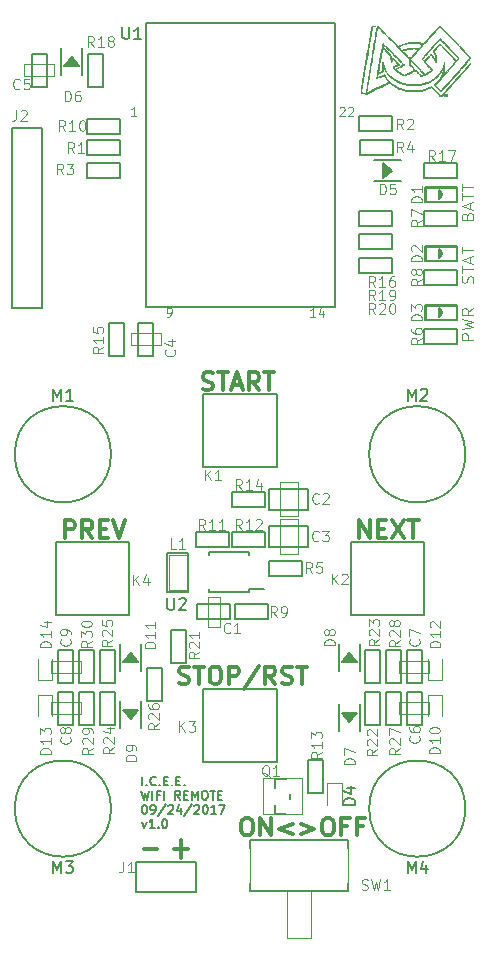
<source format=gbr>
G04 #@! TF.FileFunction,Legend,Top*
%FSLAX46Y46*%
G04 Gerber Fmt 4.6, Leading zero omitted, Abs format (unit mm)*
G04 Created by KiCad (PCBNEW 4.0.2+dfsg1-stable) date Sun 24 Sep 2017 09:19:22 PM CDT*
%MOMM*%
G01*
G04 APERTURE LIST*
%ADD10C,0.100000*%
%ADD11C,0.187500*%
%ADD12C,0.125000*%
%ADD13C,0.300000*%
%ADD14C,0.150000*%
%ADD15C,0.066040*%
%ADD16C,0.127000*%
%ADD17C,0.120000*%
%ADD18C,0.010000*%
%ADD19C,0.101600*%
G04 APERTURE END LIST*
D10*
D11*
X61878571Y-141689286D02*
X61949999Y-141689286D01*
X62021428Y-141725000D01*
X62057142Y-141760714D01*
X62092856Y-141832143D01*
X62128571Y-141975000D01*
X62128571Y-142153571D01*
X62092856Y-142296429D01*
X62057142Y-142367857D01*
X62021428Y-142403571D01*
X61949999Y-142439286D01*
X61878571Y-142439286D01*
X61807142Y-142403571D01*
X61771428Y-142367857D01*
X61735713Y-142296429D01*
X61699999Y-142153571D01*
X61699999Y-141975000D01*
X61735713Y-141832143D01*
X61771428Y-141760714D01*
X61807142Y-141725000D01*
X61878571Y-141689286D01*
X62485714Y-142439286D02*
X62628571Y-142439286D01*
X62699999Y-142403571D01*
X62735714Y-142367857D01*
X62807142Y-142260714D01*
X62842857Y-142117857D01*
X62842857Y-141832143D01*
X62807142Y-141760714D01*
X62771428Y-141725000D01*
X62699999Y-141689286D01*
X62557142Y-141689286D01*
X62485714Y-141725000D01*
X62449999Y-141760714D01*
X62414285Y-141832143D01*
X62414285Y-142010714D01*
X62449999Y-142082143D01*
X62485714Y-142117857D01*
X62557142Y-142153571D01*
X62699999Y-142153571D01*
X62771428Y-142117857D01*
X62807142Y-142082143D01*
X62842857Y-142010714D01*
X63700000Y-141653571D02*
X63057143Y-142617857D01*
X63914285Y-141760714D02*
X63949999Y-141725000D01*
X64021428Y-141689286D01*
X64199999Y-141689286D01*
X64271428Y-141725000D01*
X64307142Y-141760714D01*
X64342857Y-141832143D01*
X64342857Y-141903571D01*
X64307142Y-142010714D01*
X63878571Y-142439286D01*
X64342857Y-142439286D01*
X64985714Y-141939286D02*
X64985714Y-142439286D01*
X64807143Y-141653571D02*
X64628571Y-142189286D01*
X65092857Y-142189286D01*
X65914286Y-141653571D02*
X65271429Y-142617857D01*
X66128571Y-141760714D02*
X66164285Y-141725000D01*
X66235714Y-141689286D01*
X66414285Y-141689286D01*
X66485714Y-141725000D01*
X66521428Y-141760714D01*
X66557143Y-141832143D01*
X66557143Y-141903571D01*
X66521428Y-142010714D01*
X66092857Y-142439286D01*
X66557143Y-142439286D01*
X67021429Y-141689286D02*
X67092857Y-141689286D01*
X67164286Y-141725000D01*
X67200000Y-141760714D01*
X67235714Y-141832143D01*
X67271429Y-141975000D01*
X67271429Y-142153571D01*
X67235714Y-142296429D01*
X67200000Y-142367857D01*
X67164286Y-142403571D01*
X67092857Y-142439286D01*
X67021429Y-142439286D01*
X66950000Y-142403571D01*
X66914286Y-142367857D01*
X66878571Y-142296429D01*
X66842857Y-142153571D01*
X66842857Y-141975000D01*
X66878571Y-141832143D01*
X66914286Y-141760714D01*
X66950000Y-141725000D01*
X67021429Y-141689286D01*
X67985715Y-142439286D02*
X67557143Y-142439286D01*
X67771429Y-142439286D02*
X67771429Y-141689286D01*
X67700000Y-141796429D01*
X67628572Y-141867857D01*
X67557143Y-141903571D01*
X68235715Y-141689286D02*
X68735715Y-141689286D01*
X68414286Y-142439286D01*
X61728571Y-143139286D02*
X61907142Y-143639286D01*
X62085714Y-143139286D01*
X62764286Y-143639286D02*
X62335714Y-143639286D01*
X62550000Y-143639286D02*
X62550000Y-142889286D01*
X62478571Y-142996429D01*
X62407143Y-143067857D01*
X62335714Y-143103571D01*
X63085714Y-143567857D02*
X63121429Y-143603571D01*
X63085714Y-143639286D01*
X63050000Y-143603571D01*
X63085714Y-143567857D01*
X63085714Y-143639286D01*
X63585715Y-142889286D02*
X63657143Y-142889286D01*
X63728572Y-142925000D01*
X63764286Y-142960714D01*
X63800000Y-143032143D01*
X63835715Y-143175000D01*
X63835715Y-143353571D01*
X63800000Y-143496429D01*
X63764286Y-143567857D01*
X63728572Y-143603571D01*
X63657143Y-143639286D01*
X63585715Y-143639286D01*
X63514286Y-143603571D01*
X63478572Y-143567857D01*
X63442857Y-143496429D01*
X63407143Y-143353571D01*
X63407143Y-143175000D01*
X63442857Y-143032143D01*
X63478572Y-142960714D01*
X63514286Y-142925000D01*
X63585715Y-142889286D01*
X61653572Y-140489286D02*
X61832143Y-141239286D01*
X61975000Y-140703571D01*
X62117858Y-141239286D01*
X62296429Y-140489286D01*
X62582143Y-141239286D02*
X62582143Y-140489286D01*
X63189286Y-140846429D02*
X62939286Y-140846429D01*
X62939286Y-141239286D02*
X62939286Y-140489286D01*
X63296429Y-140489286D01*
X63582143Y-141239286D02*
X63582143Y-140489286D01*
X64939287Y-141239286D02*
X64689287Y-140882143D01*
X64510715Y-141239286D02*
X64510715Y-140489286D01*
X64796430Y-140489286D01*
X64867858Y-140525000D01*
X64903573Y-140560714D01*
X64939287Y-140632143D01*
X64939287Y-140739286D01*
X64903573Y-140810714D01*
X64867858Y-140846429D01*
X64796430Y-140882143D01*
X64510715Y-140882143D01*
X65260715Y-140846429D02*
X65510715Y-140846429D01*
X65617858Y-141239286D02*
X65260715Y-141239286D01*
X65260715Y-140489286D01*
X65617858Y-140489286D01*
X65939286Y-141239286D02*
X65939286Y-140489286D01*
X66189286Y-141025000D01*
X66439286Y-140489286D01*
X66439286Y-141239286D01*
X66939287Y-140489286D02*
X67082144Y-140489286D01*
X67153572Y-140525000D01*
X67225001Y-140596429D01*
X67260715Y-140739286D01*
X67260715Y-140989286D01*
X67225001Y-141132143D01*
X67153572Y-141203571D01*
X67082144Y-141239286D01*
X66939287Y-141239286D01*
X66867858Y-141203571D01*
X66796429Y-141132143D01*
X66760715Y-140989286D01*
X66760715Y-140739286D01*
X66796429Y-140596429D01*
X66867858Y-140525000D01*
X66939287Y-140489286D01*
X67475001Y-140489286D02*
X67903572Y-140489286D01*
X67689286Y-141239286D02*
X67689286Y-140489286D01*
X68153572Y-140846429D02*
X68403572Y-140846429D01*
X68510715Y-141239286D02*
X68153572Y-141239286D01*
X68153572Y-140489286D01*
X68510715Y-140489286D01*
X61732143Y-140039286D02*
X61732143Y-139289286D01*
X62089286Y-139967857D02*
X62125001Y-140003571D01*
X62089286Y-140039286D01*
X62053572Y-140003571D01*
X62089286Y-139967857D01*
X62089286Y-140039286D01*
X62875001Y-139967857D02*
X62839287Y-140003571D01*
X62732144Y-140039286D01*
X62660715Y-140039286D01*
X62553572Y-140003571D01*
X62482144Y-139932143D01*
X62446429Y-139860714D01*
X62410715Y-139717857D01*
X62410715Y-139610714D01*
X62446429Y-139467857D01*
X62482144Y-139396429D01*
X62553572Y-139325000D01*
X62660715Y-139289286D01*
X62732144Y-139289286D01*
X62839287Y-139325000D01*
X62875001Y-139360714D01*
X63196429Y-139967857D02*
X63232144Y-140003571D01*
X63196429Y-140039286D01*
X63160715Y-140003571D01*
X63196429Y-139967857D01*
X63196429Y-140039286D01*
X63553572Y-139646429D02*
X63803572Y-139646429D01*
X63910715Y-140039286D02*
X63553572Y-140039286D01*
X63553572Y-139289286D01*
X63910715Y-139289286D01*
X64232143Y-139967857D02*
X64267858Y-140003571D01*
X64232143Y-140039286D01*
X64196429Y-140003571D01*
X64232143Y-139967857D01*
X64232143Y-140039286D01*
X64589286Y-139646429D02*
X64839286Y-139646429D01*
X64946429Y-140039286D02*
X64589286Y-140039286D01*
X64589286Y-139289286D01*
X64946429Y-139289286D01*
X65267857Y-139967857D02*
X65303572Y-140003571D01*
X65267857Y-140039286D01*
X65232143Y-140003571D01*
X65267857Y-139967857D01*
X65267857Y-140039286D01*
D12*
X89228571Y-91819047D02*
X89276190Y-91676190D01*
X89323810Y-91628571D01*
X89419048Y-91580952D01*
X89561905Y-91580952D01*
X89657143Y-91628571D01*
X89704762Y-91676190D01*
X89752381Y-91771428D01*
X89752381Y-92152381D01*
X88752381Y-92152381D01*
X88752381Y-91819047D01*
X88800000Y-91723809D01*
X88847619Y-91676190D01*
X88942857Y-91628571D01*
X89038095Y-91628571D01*
X89133333Y-91676190D01*
X89180952Y-91723809D01*
X89228571Y-91819047D01*
X89228571Y-92152381D01*
X89466667Y-91200000D02*
X89466667Y-90723809D01*
X89752381Y-91295238D02*
X88752381Y-90961905D01*
X89752381Y-90628571D01*
X88752381Y-90438095D02*
X88752381Y-89866666D01*
X89752381Y-90152381D02*
X88752381Y-90152381D01*
X88752381Y-89676190D02*
X88752381Y-89104761D01*
X89752381Y-89390476D02*
X88752381Y-89390476D01*
X89704762Y-97476191D02*
X89752381Y-97333334D01*
X89752381Y-97095238D01*
X89704762Y-97000000D01*
X89657143Y-96952381D01*
X89561905Y-96904762D01*
X89466667Y-96904762D01*
X89371429Y-96952381D01*
X89323810Y-97000000D01*
X89276190Y-97095238D01*
X89228571Y-97285715D01*
X89180952Y-97380953D01*
X89133333Y-97428572D01*
X89038095Y-97476191D01*
X88942857Y-97476191D01*
X88847619Y-97428572D01*
X88800000Y-97380953D01*
X88752381Y-97285715D01*
X88752381Y-97047619D01*
X88800000Y-96904762D01*
X88752381Y-96619048D02*
X88752381Y-96047619D01*
X89752381Y-96333334D02*
X88752381Y-96333334D01*
X89466667Y-95761905D02*
X89466667Y-95285714D01*
X89752381Y-95857143D02*
X88752381Y-95523810D01*
X89752381Y-95190476D01*
X88752381Y-95000000D02*
X88752381Y-94428571D01*
X89752381Y-94714286D02*
X88752381Y-94714286D01*
X89752381Y-102333333D02*
X88752381Y-102333333D01*
X88752381Y-101952380D01*
X88800000Y-101857142D01*
X88847619Y-101809523D01*
X88942857Y-101761904D01*
X89085714Y-101761904D01*
X89180952Y-101809523D01*
X89228571Y-101857142D01*
X89276190Y-101952380D01*
X89276190Y-102333333D01*
X88752381Y-101428571D02*
X89752381Y-101190476D01*
X89038095Y-100999999D01*
X89752381Y-100809523D01*
X88752381Y-100571428D01*
X89752381Y-99619047D02*
X89276190Y-99952381D01*
X89752381Y-100190476D02*
X88752381Y-100190476D01*
X88752381Y-99809523D01*
X88800000Y-99714285D01*
X88847619Y-99666666D01*
X88942857Y-99619047D01*
X89085714Y-99619047D01*
X89180952Y-99666666D01*
X89228571Y-99714285D01*
X89276190Y-99809523D01*
X89276190Y-100190476D01*
D13*
X64428572Y-145442857D02*
X65571429Y-145442857D01*
X65000000Y-146204762D02*
X65000000Y-144680952D01*
X61828572Y-145442857D02*
X62971429Y-145442857D01*
X64842857Y-131407143D02*
X65057143Y-131478571D01*
X65414286Y-131478571D01*
X65557143Y-131407143D01*
X65628572Y-131335714D01*
X65700000Y-131192857D01*
X65700000Y-131050000D01*
X65628572Y-130907143D01*
X65557143Y-130835714D01*
X65414286Y-130764286D01*
X65128572Y-130692857D01*
X64985714Y-130621429D01*
X64914286Y-130550000D01*
X64842857Y-130407143D01*
X64842857Y-130264286D01*
X64914286Y-130121429D01*
X64985714Y-130050000D01*
X65128572Y-129978571D01*
X65485714Y-129978571D01*
X65700000Y-130050000D01*
X66128571Y-129978571D02*
X66985714Y-129978571D01*
X66557143Y-131478571D02*
X66557143Y-129978571D01*
X67771428Y-129978571D02*
X68057142Y-129978571D01*
X68200000Y-130050000D01*
X68342857Y-130192857D01*
X68414285Y-130478571D01*
X68414285Y-130978571D01*
X68342857Y-131264286D01*
X68200000Y-131407143D01*
X68057142Y-131478571D01*
X67771428Y-131478571D01*
X67628571Y-131407143D01*
X67485714Y-131264286D01*
X67414285Y-130978571D01*
X67414285Y-130478571D01*
X67485714Y-130192857D01*
X67628571Y-130050000D01*
X67771428Y-129978571D01*
X69057143Y-131478571D02*
X69057143Y-129978571D01*
X69628571Y-129978571D01*
X69771429Y-130050000D01*
X69842857Y-130121429D01*
X69914286Y-130264286D01*
X69914286Y-130478571D01*
X69842857Y-130621429D01*
X69771429Y-130692857D01*
X69628571Y-130764286D01*
X69057143Y-130764286D01*
X71628571Y-129907143D02*
X70342857Y-131835714D01*
X72985715Y-131478571D02*
X72485715Y-130764286D01*
X72128572Y-131478571D02*
X72128572Y-129978571D01*
X72700000Y-129978571D01*
X72842858Y-130050000D01*
X72914286Y-130121429D01*
X72985715Y-130264286D01*
X72985715Y-130478571D01*
X72914286Y-130621429D01*
X72842858Y-130692857D01*
X72700000Y-130764286D01*
X72128572Y-130764286D01*
X73557143Y-131407143D02*
X73771429Y-131478571D01*
X74128572Y-131478571D01*
X74271429Y-131407143D01*
X74342858Y-131335714D01*
X74414286Y-131192857D01*
X74414286Y-131050000D01*
X74342858Y-130907143D01*
X74271429Y-130835714D01*
X74128572Y-130764286D01*
X73842858Y-130692857D01*
X73700000Y-130621429D01*
X73628572Y-130550000D01*
X73557143Y-130407143D01*
X73557143Y-130264286D01*
X73628572Y-130121429D01*
X73700000Y-130050000D01*
X73842858Y-129978571D01*
X74200000Y-129978571D01*
X74414286Y-130050000D01*
X74842857Y-129978571D02*
X75700000Y-129978571D01*
X75271429Y-131478571D02*
X75271429Y-129978571D01*
X80107143Y-119078571D02*
X80107143Y-117578571D01*
X80964286Y-119078571D01*
X80964286Y-117578571D01*
X81678572Y-118292857D02*
X82178572Y-118292857D01*
X82392858Y-119078571D02*
X81678572Y-119078571D01*
X81678572Y-117578571D01*
X82392858Y-117578571D01*
X82892858Y-117578571D02*
X83892858Y-119078571D01*
X83892858Y-117578571D02*
X82892858Y-119078571D01*
X84250000Y-117578571D02*
X85107143Y-117578571D01*
X84678572Y-119078571D02*
X84678572Y-117578571D01*
X55135715Y-119078571D02*
X55135715Y-117578571D01*
X55707143Y-117578571D01*
X55850001Y-117650000D01*
X55921429Y-117721429D01*
X55992858Y-117864286D01*
X55992858Y-118078571D01*
X55921429Y-118221429D01*
X55850001Y-118292857D01*
X55707143Y-118364286D01*
X55135715Y-118364286D01*
X57492858Y-119078571D02*
X56992858Y-118364286D01*
X56635715Y-119078571D02*
X56635715Y-117578571D01*
X57207143Y-117578571D01*
X57350001Y-117650000D01*
X57421429Y-117721429D01*
X57492858Y-117864286D01*
X57492858Y-118078571D01*
X57421429Y-118221429D01*
X57350001Y-118292857D01*
X57207143Y-118364286D01*
X56635715Y-118364286D01*
X58135715Y-118292857D02*
X58635715Y-118292857D01*
X58850001Y-119078571D02*
X58135715Y-119078571D01*
X58135715Y-117578571D01*
X58850001Y-117578571D01*
X59278572Y-117578571D02*
X59778572Y-119078571D01*
X60278572Y-117578571D01*
X66835715Y-106507143D02*
X67050001Y-106578571D01*
X67407144Y-106578571D01*
X67550001Y-106507143D01*
X67621430Y-106435714D01*
X67692858Y-106292857D01*
X67692858Y-106150000D01*
X67621430Y-106007143D01*
X67550001Y-105935714D01*
X67407144Y-105864286D01*
X67121430Y-105792857D01*
X66978572Y-105721429D01*
X66907144Y-105650000D01*
X66835715Y-105507143D01*
X66835715Y-105364286D01*
X66907144Y-105221429D01*
X66978572Y-105150000D01*
X67121430Y-105078571D01*
X67478572Y-105078571D01*
X67692858Y-105150000D01*
X68121429Y-105078571D02*
X68978572Y-105078571D01*
X68550001Y-106578571D02*
X68550001Y-105078571D01*
X69407143Y-106150000D02*
X70121429Y-106150000D01*
X69264286Y-106578571D02*
X69764286Y-105078571D01*
X70264286Y-106578571D01*
X71621429Y-106578571D02*
X71121429Y-105864286D01*
X70764286Y-106578571D02*
X70764286Y-105078571D01*
X71335714Y-105078571D01*
X71478572Y-105150000D01*
X71550000Y-105221429D01*
X71621429Y-105364286D01*
X71621429Y-105578571D01*
X71550000Y-105721429D01*
X71478572Y-105792857D01*
X71335714Y-105864286D01*
X70764286Y-105864286D01*
X72050000Y-105078571D02*
X72907143Y-105078571D01*
X72478572Y-106578571D02*
X72478572Y-105078571D01*
X70442857Y-142778571D02*
X70728571Y-142778571D01*
X70871429Y-142850000D01*
X71014286Y-142992857D01*
X71085714Y-143278571D01*
X71085714Y-143778571D01*
X71014286Y-144064286D01*
X70871429Y-144207143D01*
X70728571Y-144278571D01*
X70442857Y-144278571D01*
X70300000Y-144207143D01*
X70157143Y-144064286D01*
X70085714Y-143778571D01*
X70085714Y-143278571D01*
X70157143Y-142992857D01*
X70300000Y-142850000D01*
X70442857Y-142778571D01*
X71728572Y-144278571D02*
X71728572Y-142778571D01*
X72585715Y-144278571D01*
X72585715Y-142778571D01*
X74442858Y-143278571D02*
X73300001Y-143707143D01*
X74442858Y-144135714D01*
X75157144Y-143278571D02*
X76300001Y-143707143D01*
X75157144Y-144135714D01*
X77300001Y-142778571D02*
X77585715Y-142778571D01*
X77728573Y-142850000D01*
X77871430Y-142992857D01*
X77942858Y-143278571D01*
X77942858Y-143778571D01*
X77871430Y-144064286D01*
X77728573Y-144207143D01*
X77585715Y-144278571D01*
X77300001Y-144278571D01*
X77157144Y-144207143D01*
X77014287Y-144064286D01*
X76942858Y-143778571D01*
X76942858Y-143278571D01*
X77014287Y-142992857D01*
X77157144Y-142850000D01*
X77300001Y-142778571D01*
X79085716Y-143492857D02*
X78585716Y-143492857D01*
X78585716Y-144278571D02*
X78585716Y-142778571D01*
X79300002Y-142778571D01*
X80371430Y-143492857D02*
X79871430Y-143492857D01*
X79871430Y-144278571D02*
X79871430Y-142778571D01*
X80585716Y-142778571D01*
D14*
X78000000Y-75500000D02*
X78000000Y-99500000D01*
X62000000Y-75500000D02*
X78000000Y-75500000D01*
X62000000Y-75500000D02*
X62000000Y-99500000D01*
X62000000Y-99500000D02*
X78000000Y-99500000D01*
D15*
X73990300Y-148996700D02*
X73990300Y-152933700D01*
X73990300Y-152933700D02*
X76022300Y-152933700D01*
X76022300Y-148996700D02*
X76022300Y-152933700D01*
X73990300Y-148996700D02*
X76022300Y-148996700D01*
X70866100Y-144678700D02*
X70866100Y-148996700D01*
X70866100Y-148996700D02*
X79146500Y-148996700D01*
X79146500Y-144678700D02*
X79146500Y-148996700D01*
X70866100Y-144678700D02*
X79146500Y-144678700D01*
D16*
X79171900Y-148996700D02*
X70840700Y-148996700D01*
X70840700Y-144678700D02*
X79171900Y-144678700D01*
X70807680Y-144678700D02*
X70807680Y-145339100D01*
X70807680Y-148996700D02*
X70807680Y-148336300D01*
X79105860Y-144678700D02*
X79105860Y-145339100D01*
X79105860Y-148996700D02*
X79105860Y-148336300D01*
D15*
X67251200Y-124056200D02*
X67251200Y-126596200D01*
X67251200Y-126596200D02*
X68267200Y-126596200D01*
X68267200Y-124056200D02*
X68267200Y-126596200D01*
X67251200Y-124056200D02*
X68267200Y-124056200D01*
D16*
X69156200Y-125961200D02*
X66362200Y-125961200D01*
X66362200Y-125961200D02*
X66362200Y-124691200D01*
X66362200Y-124691200D02*
X69156200Y-124691200D01*
X69156200Y-124691200D02*
X69156200Y-125961200D01*
D15*
X74871200Y-120436700D02*
X74871200Y-117515700D01*
X74871200Y-117515700D02*
X73347200Y-117515700D01*
X73347200Y-120436700D02*
X73347200Y-117515700D01*
X74871200Y-120436700D02*
X73347200Y-120436700D01*
D16*
X75760200Y-118087200D02*
X75760200Y-119865200D01*
X75760200Y-119865200D02*
X72458200Y-119865200D01*
X72458200Y-119865200D02*
X72458200Y-118087200D01*
X72458200Y-118087200D02*
X75760200Y-118087200D01*
D15*
X51730000Y-80008000D02*
X54270000Y-80008000D01*
X54270000Y-80008000D02*
X54270000Y-78992000D01*
X51730000Y-78992000D02*
X54270000Y-78992000D01*
X51730000Y-80008000D02*
X51730000Y-78992000D01*
D16*
X53635000Y-78103000D02*
X53635000Y-80897000D01*
X53635000Y-80897000D02*
X52365000Y-80897000D01*
X52365000Y-80897000D02*
X52365000Y-78103000D01*
X52365000Y-78103000D02*
X53635000Y-78103000D01*
D15*
X53270000Y-84380000D02*
X50730000Y-84380000D01*
X50730000Y-84380000D02*
X50730000Y-99620000D01*
X53270000Y-99620000D02*
X50730000Y-99620000D01*
X53270000Y-84380000D02*
X53270000Y-99620000D01*
D16*
X53270000Y-99620000D02*
X50730000Y-99620000D01*
X50730000Y-99620000D02*
X50730000Y-84380000D01*
X50730000Y-84380000D02*
X53270000Y-84380000D01*
X53270000Y-84380000D02*
X53270000Y-99620000D01*
D10*
X53270000Y-99620000D02*
X50730000Y-99620000D01*
X50730000Y-99620000D02*
X50730000Y-84380000D01*
X50730000Y-84380000D02*
X53270000Y-84380000D01*
X53270000Y-84380000D02*
X53270000Y-99620000D01*
D15*
X66901200Y-113098800D02*
X73098800Y-113098800D01*
X73098800Y-113098800D02*
X73098800Y-106901200D01*
X66901200Y-106901200D02*
X73098800Y-106901200D01*
X66901200Y-113098800D02*
X66901200Y-106901200D01*
D16*
X66901200Y-106901200D02*
X73098800Y-106901200D01*
X73098800Y-106901200D02*
X73098800Y-113098800D01*
X73098800Y-113098800D02*
X66901200Y-113098800D01*
X66901200Y-113098800D02*
X66901200Y-106901200D01*
D15*
X79401200Y-125598800D02*
X85598800Y-125598800D01*
X85598800Y-125598800D02*
X85598800Y-119401200D01*
X79401200Y-119401200D02*
X85598800Y-119401200D01*
X79401200Y-125598800D02*
X79401200Y-119401200D01*
D16*
X79401200Y-119401200D02*
X85598800Y-119401200D01*
X85598800Y-119401200D02*
X85598800Y-125598800D01*
X85598800Y-125598800D02*
X79401200Y-125598800D01*
X79401200Y-125598800D02*
X79401200Y-119401200D01*
D15*
X66901200Y-138098800D02*
X73098800Y-138098800D01*
X73098800Y-138098800D02*
X73098800Y-131901200D01*
X66901200Y-131901200D02*
X73098800Y-131901200D01*
X66901200Y-138098800D02*
X66901200Y-131901200D01*
D16*
X66901200Y-131901200D02*
X73098800Y-131901200D01*
X73098800Y-131901200D02*
X73098800Y-138098800D01*
X73098800Y-138098800D02*
X66901200Y-138098800D01*
X66901200Y-138098800D02*
X66901200Y-131901200D01*
D15*
X54401200Y-125598800D02*
X60598800Y-125598800D01*
X60598800Y-125598800D02*
X60598800Y-119401200D01*
X54401200Y-119401200D02*
X60598800Y-119401200D01*
X54401200Y-125598800D02*
X54401200Y-119401200D01*
D16*
X54401200Y-119401200D02*
X60598800Y-119401200D01*
X60598800Y-119401200D02*
X60598800Y-125598800D01*
X60598800Y-125598800D02*
X54401200Y-125598800D01*
X54401200Y-125598800D02*
X54401200Y-119401200D01*
D15*
X65473200Y-123484700D02*
X65473200Y-120563700D01*
X65473200Y-120563700D02*
X63949200Y-120563700D01*
X63949200Y-123484700D02*
X63949200Y-120563700D01*
X65473200Y-123484700D02*
X63949200Y-123484700D01*
D16*
X63822200Y-120373200D02*
X65600200Y-120373200D01*
X65600200Y-120373200D02*
X65600200Y-123675200D01*
X65600200Y-123675200D02*
X63822200Y-123675200D01*
X63822200Y-123675200D02*
X63822200Y-120373200D01*
X57065000Y-83615000D02*
X59859000Y-83615000D01*
X59859000Y-83615000D02*
X59859000Y-84885000D01*
X59859000Y-84885000D02*
X57065000Y-84885000D01*
X57065000Y-84885000D02*
X57065000Y-83615000D01*
X82897000Y-84635000D02*
X80103000Y-84635000D01*
X80103000Y-84635000D02*
X80103000Y-83365000D01*
X80103000Y-83365000D02*
X82897000Y-83365000D01*
X82897000Y-83365000D02*
X82897000Y-84635000D01*
X57040600Y-87363600D02*
X59834600Y-87363600D01*
X59834600Y-87363600D02*
X59834600Y-88633600D01*
X59834600Y-88633600D02*
X57040600Y-88633600D01*
X57040600Y-88633600D02*
X57040600Y-87363600D01*
X82981800Y-86635000D02*
X80187800Y-86635000D01*
X80187800Y-86635000D02*
X80187800Y-85365000D01*
X80187800Y-85365000D02*
X82981800Y-85365000D01*
X82981800Y-85365000D02*
X82981800Y-86635000D01*
X72458200Y-121008200D02*
X75252200Y-121008200D01*
X75252200Y-121008200D02*
X75252200Y-122278200D01*
X75252200Y-122278200D02*
X72458200Y-122278200D01*
X72458200Y-122278200D02*
X72458200Y-121008200D01*
X88397000Y-102635000D02*
X85603000Y-102635000D01*
X85603000Y-102635000D02*
X85603000Y-101365000D01*
X85603000Y-101365000D02*
X88397000Y-101365000D01*
X88397000Y-101365000D02*
X88397000Y-102635000D01*
X88397000Y-92635000D02*
X85603000Y-92635000D01*
X85603000Y-92635000D02*
X85603000Y-91365000D01*
X85603000Y-91365000D02*
X88397000Y-91365000D01*
X88397000Y-91365000D02*
X88397000Y-92635000D01*
X88397000Y-97635000D02*
X85603000Y-97635000D01*
X85603000Y-97635000D02*
X85603000Y-96365000D01*
X85603000Y-96365000D02*
X88397000Y-96365000D01*
X88397000Y-96365000D02*
X88397000Y-97635000D01*
X72331200Y-125961200D02*
X69537200Y-125961200D01*
X69537200Y-125961200D02*
X69537200Y-124691200D01*
X69537200Y-124691200D02*
X72331200Y-124691200D01*
X72331200Y-124691200D02*
X72331200Y-125961200D01*
X59847000Y-86635000D02*
X57053000Y-86635000D01*
X57053000Y-86635000D02*
X57053000Y-85365000D01*
X57053000Y-85365000D02*
X59847000Y-85365000D01*
X59847000Y-85365000D02*
X59847000Y-86635000D01*
X66235200Y-118595200D02*
X69029200Y-118595200D01*
X69029200Y-118595200D02*
X69029200Y-119865200D01*
X69029200Y-119865200D02*
X66235200Y-119865200D01*
X66235200Y-119865200D02*
X66235200Y-118595200D01*
X72077200Y-119865200D02*
X69283200Y-119865200D01*
X69283200Y-119865200D02*
X69283200Y-118595200D01*
X69283200Y-118595200D02*
X72077200Y-118595200D01*
X72077200Y-118595200D02*
X72077200Y-119865200D01*
X77051000Y-137916000D02*
X77051000Y-140710000D01*
X77051000Y-140710000D02*
X75781000Y-140710000D01*
X75781000Y-140710000D02*
X75781000Y-137916000D01*
X75781000Y-137916000D02*
X77051000Y-137916000D01*
X69283200Y-115166200D02*
X72077200Y-115166200D01*
X72077200Y-115166200D02*
X72077200Y-116436200D01*
X72077200Y-116436200D02*
X69283200Y-116436200D01*
X69283200Y-116436200D02*
X69283200Y-115166200D01*
X60135000Y-100853000D02*
X60135000Y-103647000D01*
X60135000Y-103647000D02*
X58865000Y-103647000D01*
X58865000Y-103647000D02*
X58865000Y-100853000D01*
X58865000Y-100853000D02*
X60135000Y-100853000D01*
X82897000Y-92635000D02*
X80103000Y-92635000D01*
X80103000Y-92635000D02*
X80103000Y-91365000D01*
X80103000Y-91365000D02*
X82897000Y-91365000D01*
X82897000Y-91365000D02*
X82897000Y-92635000D01*
X88397000Y-88635000D02*
X85603000Y-88635000D01*
X85603000Y-88635000D02*
X85603000Y-87365000D01*
X85603000Y-87365000D02*
X88397000Y-87365000D01*
X88397000Y-87365000D02*
X88397000Y-88635000D01*
X58385000Y-78103000D02*
X58385000Y-80897000D01*
X58385000Y-80897000D02*
X57115000Y-80897000D01*
X57115000Y-80897000D02*
X57115000Y-78103000D01*
X57115000Y-78103000D02*
X58385000Y-78103000D01*
X80103000Y-93365000D02*
X82897000Y-93365000D01*
X82897000Y-93365000D02*
X82897000Y-94635000D01*
X82897000Y-94635000D02*
X80103000Y-94635000D01*
X80103000Y-94635000D02*
X80103000Y-93365000D01*
X80091000Y-95365000D02*
X82885000Y-95365000D01*
X82885000Y-95365000D02*
X82885000Y-96635000D01*
X82885000Y-96635000D02*
X80091000Y-96635000D01*
X80091000Y-96635000D02*
X80091000Y-95365000D01*
X64115000Y-129647000D02*
X64115000Y-126853000D01*
X64115000Y-126853000D02*
X65385000Y-126853000D01*
X65385000Y-126853000D02*
X65385000Y-129647000D01*
X65385000Y-129647000D02*
X64115000Y-129647000D01*
X81885000Y-132103000D02*
X81885000Y-134897000D01*
X81885000Y-134897000D02*
X80615000Y-134897000D01*
X80615000Y-134897000D02*
X80615000Y-132103000D01*
X80615000Y-132103000D02*
X81885000Y-132103000D01*
X80615000Y-131397000D02*
X80615000Y-128603000D01*
X80615000Y-128603000D02*
X81885000Y-128603000D01*
X81885000Y-128603000D02*
X81885000Y-131397000D01*
X81885000Y-131397000D02*
X80615000Y-131397000D01*
X59385000Y-132103000D02*
X59385000Y-134897000D01*
X59385000Y-134897000D02*
X58115000Y-134897000D01*
X58115000Y-134897000D02*
X58115000Y-132103000D01*
X58115000Y-132103000D02*
X59385000Y-132103000D01*
X58115000Y-131397000D02*
X58115000Y-128603000D01*
X58115000Y-128603000D02*
X59385000Y-128603000D01*
X59385000Y-128603000D02*
X59385000Y-131397000D01*
X59385000Y-131397000D02*
X58115000Y-131397000D01*
D14*
X70752200Y-123660200D02*
X70752200Y-123410200D01*
X67402200Y-123660200D02*
X67402200Y-123410200D01*
X67402200Y-120310200D02*
X67402200Y-120560200D01*
X70752200Y-120310200D02*
X70752200Y-120560200D01*
X70752200Y-123660200D02*
X67402200Y-123660200D01*
X70752200Y-120310200D02*
X67402200Y-120310200D01*
X70752200Y-123410200D02*
X72002200Y-123410200D01*
D15*
X74871200Y-117261700D02*
X74871200Y-114340700D01*
X74871200Y-114340700D02*
X73347200Y-114340700D01*
X73347200Y-117261700D02*
X73347200Y-114340700D01*
X74871200Y-117261700D02*
X73347200Y-117261700D01*
D16*
X75760200Y-114912200D02*
X75760200Y-116690200D01*
X75760200Y-116690200D02*
X72458200Y-116690200D01*
X72458200Y-116690200D02*
X72458200Y-114912200D01*
X72458200Y-114912200D02*
X75760200Y-114912200D01*
D15*
X60730000Y-102758000D02*
X63270000Y-102758000D01*
X63270000Y-102758000D02*
X63270000Y-101742000D01*
X60730000Y-101742000D02*
X63270000Y-101742000D01*
X60730000Y-102758000D02*
X60730000Y-101742000D01*
D16*
X62635000Y-100853000D02*
X62635000Y-103647000D01*
X62635000Y-103647000D02*
X61365000Y-103647000D01*
X61365000Y-103647000D02*
X61365000Y-100853000D01*
X61365000Y-100853000D02*
X62635000Y-100853000D01*
X62115000Y-132897000D02*
X62115000Y-130103000D01*
X62115000Y-130103000D02*
X63385000Y-130103000D01*
X63385000Y-130103000D02*
X63385000Y-132897000D01*
X63385000Y-132897000D02*
X62115000Y-132897000D01*
D15*
X86020000Y-132992000D02*
X83480000Y-132992000D01*
X83480000Y-132992000D02*
X83480000Y-134008000D01*
X86020000Y-134008000D02*
X83480000Y-134008000D01*
X86020000Y-132992000D02*
X86020000Y-134008000D01*
D16*
X84115000Y-134897000D02*
X84115000Y-132103000D01*
X84115000Y-132103000D02*
X85385000Y-132103000D01*
X85385000Y-132103000D02*
X85385000Y-134897000D01*
X85385000Y-134897000D02*
X84115000Y-134897000D01*
D15*
X83480000Y-130508000D02*
X86020000Y-130508000D01*
X86020000Y-130508000D02*
X86020000Y-129492000D01*
X83480000Y-129492000D02*
X86020000Y-129492000D01*
X83480000Y-130508000D02*
X83480000Y-129492000D01*
D16*
X85385000Y-128603000D02*
X85385000Y-131397000D01*
X85385000Y-131397000D02*
X84115000Y-131397000D01*
X84115000Y-131397000D02*
X84115000Y-128603000D01*
X84115000Y-128603000D02*
X85385000Y-128603000D01*
D15*
X56520000Y-132992000D02*
X53980000Y-132992000D01*
X53980000Y-132992000D02*
X53980000Y-134008000D01*
X56520000Y-134008000D02*
X53980000Y-134008000D01*
X56520000Y-132992000D02*
X56520000Y-134008000D01*
D16*
X54615000Y-134897000D02*
X54615000Y-132103000D01*
X54615000Y-132103000D02*
X55885000Y-132103000D01*
X55885000Y-132103000D02*
X55885000Y-134897000D01*
X55885000Y-134897000D02*
X54615000Y-134897000D01*
D15*
X53980000Y-130508000D02*
X56520000Y-130508000D01*
X56520000Y-130508000D02*
X56520000Y-129492000D01*
X53980000Y-129492000D02*
X56520000Y-129492000D01*
X53980000Y-130508000D02*
X53980000Y-129492000D01*
D16*
X55885000Y-128603000D02*
X55885000Y-131397000D01*
X55885000Y-131397000D02*
X54615000Y-131397000D01*
X54615000Y-131397000D02*
X54615000Y-128603000D01*
X54615000Y-128603000D02*
X55885000Y-128603000D01*
D15*
X75273000Y-142488000D02*
X75273000Y-139440000D01*
X75273000Y-139440000D02*
X71971000Y-139440000D01*
X71971000Y-142488000D02*
X71971000Y-139440000D01*
X75273000Y-142488000D02*
X71971000Y-142488000D01*
D16*
X74257000Y-141154500D02*
X74257000Y-140773500D01*
X73876000Y-139503500D02*
X72987000Y-139503500D01*
X72987000Y-139503500D02*
X72987000Y-140265500D01*
X72987000Y-141662500D02*
X72987000Y-142424500D01*
X72987000Y-142424500D02*
X73876000Y-142424500D01*
X83635000Y-132103000D02*
X83635000Y-134897000D01*
X83635000Y-134897000D02*
X82365000Y-134897000D01*
X82365000Y-134897000D02*
X82365000Y-132103000D01*
X82365000Y-132103000D02*
X83635000Y-132103000D01*
X82365000Y-131397000D02*
X82365000Y-128603000D01*
X82365000Y-128603000D02*
X83635000Y-128603000D01*
X83635000Y-128603000D02*
X83635000Y-131397000D01*
X83635000Y-131397000D02*
X82365000Y-131397000D01*
X57635000Y-132103000D02*
X57635000Y-134897000D01*
X57635000Y-134897000D02*
X56365000Y-134897000D01*
X56365000Y-134897000D02*
X56365000Y-132103000D01*
X56365000Y-132103000D02*
X57635000Y-132103000D01*
X56365000Y-131397000D02*
X56365000Y-128603000D01*
X56365000Y-128603000D02*
X57635000Y-128603000D01*
X57635000Y-128603000D02*
X57635000Y-131397000D01*
X57635000Y-131397000D02*
X56365000Y-131397000D01*
D14*
X59071930Y-112000000D02*
G75*
G03X59071930Y-112000000I-4071930J0D01*
G01*
X89071930Y-112000000D02*
G75*
G03X89071930Y-112000000I-4071930J0D01*
G01*
X59071930Y-142000000D02*
G75*
G03X59071930Y-142000000I-4071930J0D01*
G01*
X89071930Y-142000000D02*
G75*
G03X89071930Y-142000000I-4071930J0D01*
G01*
D17*
X78600000Y-139814000D02*
X77400000Y-139814000D01*
X78600000Y-141664000D02*
X78600000Y-139814000D01*
X77400000Y-141664000D02*
X77400000Y-139814000D01*
X87100000Y-132350000D02*
X85900000Y-132350000D01*
X87100000Y-134200000D02*
X87100000Y-132350000D01*
X85900000Y-134200000D02*
X85900000Y-132350000D01*
X85900000Y-131150000D02*
X87100000Y-131150000D01*
X85900000Y-129300000D02*
X85900000Y-131150000D01*
X87100000Y-129300000D02*
X87100000Y-131150000D01*
X54100000Y-132350000D02*
X52900000Y-132350000D01*
X54100000Y-134200000D02*
X54100000Y-132350000D01*
X52900000Y-134200000D02*
X52900000Y-132350000D01*
X52900000Y-131150000D02*
X54100000Y-131150000D01*
X52900000Y-129300000D02*
X52900000Y-131150000D01*
X54100000Y-129300000D02*
X54100000Y-131150000D01*
D15*
X61191240Y-146504960D02*
X61191240Y-149044960D01*
X61191240Y-149044960D02*
X66271240Y-149044960D01*
X66271240Y-146504960D02*
X66271240Y-149044960D01*
X61191240Y-146504960D02*
X66271240Y-146504960D01*
D16*
X66271240Y-146504960D02*
X66271240Y-149044960D01*
X66271240Y-149044960D02*
X61191240Y-149044960D01*
X61191240Y-149044960D02*
X61191240Y-146504960D01*
X61191240Y-146504960D02*
X66271240Y-146504960D01*
D10*
X66271240Y-146504960D02*
X66271240Y-149044960D01*
X66271240Y-149044960D02*
X61191240Y-149044960D01*
X61191240Y-146504960D02*
X66271240Y-146504960D01*
D16*
X81357000Y-87111000D02*
X83643000Y-87111000D01*
X83643000Y-88889000D02*
X81357000Y-88889000D01*
X82881000Y-88000000D02*
X82119000Y-88635000D01*
X82119000Y-88635000D02*
X82119000Y-88508000D01*
X82119000Y-88508000D02*
X82119000Y-88381000D01*
X82119000Y-88381000D02*
X82119000Y-87365000D01*
X82119000Y-87365000D02*
X82881000Y-88000000D01*
X82881000Y-88000000D02*
X82119000Y-88508000D01*
X82119000Y-88508000D02*
X82246000Y-87492000D01*
X82246000Y-87492000D02*
X82754000Y-88000000D01*
X82754000Y-88000000D02*
X82119000Y-88381000D01*
X82119000Y-88381000D02*
X82246000Y-87619000D01*
X82246000Y-87619000D02*
X82627000Y-88000000D01*
X82627000Y-88000000D02*
X82246000Y-88254000D01*
X82246000Y-88254000D02*
X82246000Y-88127000D01*
X82246000Y-88127000D02*
X82246000Y-87746000D01*
X82246000Y-87746000D02*
X82373000Y-87873000D01*
X82373000Y-87873000D02*
X82500000Y-88000000D01*
X82500000Y-88000000D02*
X82246000Y-88127000D01*
X82246000Y-88127000D02*
X82373000Y-87873000D01*
X82373000Y-87873000D02*
X82373000Y-88000000D01*
X54861000Y-79893000D02*
X54861000Y-77607000D01*
X56639000Y-77607000D02*
X56639000Y-79893000D01*
X55750000Y-78369000D02*
X56385000Y-79131000D01*
X56385000Y-79131000D02*
X56258000Y-79131000D01*
X56258000Y-79131000D02*
X56131000Y-79131000D01*
X56131000Y-79131000D02*
X55115000Y-79131000D01*
X55115000Y-79131000D02*
X55750000Y-78369000D01*
X55750000Y-78369000D02*
X56258000Y-79131000D01*
X56258000Y-79131000D02*
X55242000Y-79004000D01*
X55242000Y-79004000D02*
X55750000Y-78496000D01*
X55750000Y-78496000D02*
X56131000Y-79131000D01*
X56131000Y-79131000D02*
X55369000Y-79004000D01*
X55369000Y-79004000D02*
X55750000Y-78623000D01*
X55750000Y-78623000D02*
X56004000Y-79004000D01*
X56004000Y-79004000D02*
X55877000Y-79004000D01*
X55877000Y-79004000D02*
X55496000Y-79004000D01*
X55496000Y-79004000D02*
X55623000Y-78877000D01*
X55623000Y-78877000D02*
X55750000Y-78750000D01*
X55750000Y-78750000D02*
X55877000Y-79004000D01*
X55877000Y-79004000D02*
X55623000Y-78877000D01*
X55623000Y-78877000D02*
X55750000Y-78877000D01*
X80139000Y-133107000D02*
X80139000Y-135393000D01*
X78361000Y-135393000D02*
X78361000Y-133107000D01*
X79250000Y-134631000D02*
X78615000Y-133869000D01*
X78615000Y-133869000D02*
X78742000Y-133869000D01*
X78742000Y-133869000D02*
X78869000Y-133869000D01*
X78869000Y-133869000D02*
X79885000Y-133869000D01*
X79885000Y-133869000D02*
X79250000Y-134631000D01*
X79250000Y-134631000D02*
X78742000Y-133869000D01*
X78742000Y-133869000D02*
X79758000Y-133996000D01*
X79758000Y-133996000D02*
X79250000Y-134504000D01*
X79250000Y-134504000D02*
X78869000Y-133869000D01*
X78869000Y-133869000D02*
X79631000Y-133996000D01*
X79631000Y-133996000D02*
X79250000Y-134377000D01*
X79250000Y-134377000D02*
X78996000Y-133996000D01*
X78996000Y-133996000D02*
X79123000Y-133996000D01*
X79123000Y-133996000D02*
X79504000Y-133996000D01*
X79504000Y-133996000D02*
X79377000Y-134123000D01*
X79377000Y-134123000D02*
X79250000Y-134250000D01*
X79250000Y-134250000D02*
X79123000Y-133996000D01*
X79123000Y-133996000D02*
X79377000Y-134123000D01*
X79377000Y-134123000D02*
X79250000Y-134123000D01*
X78361000Y-130393000D02*
X78361000Y-128107000D01*
X80139000Y-128107000D02*
X80139000Y-130393000D01*
X79250000Y-128869000D02*
X79885000Y-129631000D01*
X79885000Y-129631000D02*
X79758000Y-129631000D01*
X79758000Y-129631000D02*
X79631000Y-129631000D01*
X79631000Y-129631000D02*
X78615000Y-129631000D01*
X78615000Y-129631000D02*
X79250000Y-128869000D01*
X79250000Y-128869000D02*
X79758000Y-129631000D01*
X79758000Y-129631000D02*
X78742000Y-129504000D01*
X78742000Y-129504000D02*
X79250000Y-128996000D01*
X79250000Y-128996000D02*
X79631000Y-129631000D01*
X79631000Y-129631000D02*
X78869000Y-129504000D01*
X78869000Y-129504000D02*
X79250000Y-129123000D01*
X79250000Y-129123000D02*
X79504000Y-129504000D01*
X79504000Y-129504000D02*
X79377000Y-129504000D01*
X79377000Y-129504000D02*
X78996000Y-129504000D01*
X78996000Y-129504000D02*
X79123000Y-129377000D01*
X79123000Y-129377000D02*
X79250000Y-129250000D01*
X79250000Y-129250000D02*
X79377000Y-129504000D01*
X79377000Y-129504000D02*
X79123000Y-129377000D01*
X79123000Y-129377000D02*
X79250000Y-129377000D01*
X61639000Y-132857000D02*
X61639000Y-135143000D01*
X59861000Y-135143000D02*
X59861000Y-132857000D01*
X60750000Y-134381000D02*
X60115000Y-133619000D01*
X60115000Y-133619000D02*
X60242000Y-133619000D01*
X60242000Y-133619000D02*
X60369000Y-133619000D01*
X60369000Y-133619000D02*
X61385000Y-133619000D01*
X61385000Y-133619000D02*
X60750000Y-134381000D01*
X60750000Y-134381000D02*
X60242000Y-133619000D01*
X60242000Y-133619000D02*
X61258000Y-133746000D01*
X61258000Y-133746000D02*
X60750000Y-134254000D01*
X60750000Y-134254000D02*
X60369000Y-133619000D01*
X60369000Y-133619000D02*
X61131000Y-133746000D01*
X61131000Y-133746000D02*
X60750000Y-134127000D01*
X60750000Y-134127000D02*
X60496000Y-133746000D01*
X60496000Y-133746000D02*
X60623000Y-133746000D01*
X60623000Y-133746000D02*
X61004000Y-133746000D01*
X61004000Y-133746000D02*
X60877000Y-133873000D01*
X60877000Y-133873000D02*
X60750000Y-134000000D01*
X60750000Y-134000000D02*
X60623000Y-133746000D01*
X60623000Y-133746000D02*
X60877000Y-133873000D01*
X60877000Y-133873000D02*
X60750000Y-133873000D01*
X59861000Y-130393000D02*
X59861000Y-128107000D01*
X61639000Y-128107000D02*
X61639000Y-130393000D01*
X60750000Y-128869000D02*
X61385000Y-129631000D01*
X61385000Y-129631000D02*
X61258000Y-129631000D01*
X61258000Y-129631000D02*
X61131000Y-129631000D01*
X61131000Y-129631000D02*
X60115000Y-129631000D01*
X60115000Y-129631000D02*
X60750000Y-128869000D01*
X60750000Y-128869000D02*
X61258000Y-129631000D01*
X61258000Y-129631000D02*
X60242000Y-129504000D01*
X60242000Y-129504000D02*
X60750000Y-128996000D01*
X60750000Y-128996000D02*
X61131000Y-129631000D01*
X61131000Y-129631000D02*
X60369000Y-129504000D01*
X60369000Y-129504000D02*
X60750000Y-129123000D01*
X60750000Y-129123000D02*
X61004000Y-129504000D01*
X61004000Y-129504000D02*
X60877000Y-129504000D01*
X60877000Y-129504000D02*
X60496000Y-129504000D01*
X60496000Y-129504000D02*
X60623000Y-129377000D01*
X60623000Y-129377000D02*
X60750000Y-129250000D01*
X60750000Y-129250000D02*
X60877000Y-129504000D01*
X60877000Y-129504000D02*
X60623000Y-129377000D01*
X60623000Y-129377000D02*
X60750000Y-129377000D01*
D15*
X85730000Y-95571500D02*
X88270000Y-95571500D01*
X88270000Y-95571500D02*
X88270000Y-94428500D01*
X85730000Y-94428500D02*
X88270000Y-94428500D01*
X85730000Y-95571500D02*
X85730000Y-94428500D01*
D16*
X85666500Y-94365000D02*
X88333500Y-94365000D01*
X88333500Y-94365000D02*
X88333500Y-95635000D01*
X88333500Y-95635000D02*
X85666500Y-95635000D01*
X85666500Y-95635000D02*
X85666500Y-94365000D01*
X86873000Y-94619000D02*
X86873000Y-95381000D01*
X86873000Y-95381000D02*
X87000000Y-95190500D01*
X87000000Y-95190500D02*
X87127000Y-95000000D01*
X87127000Y-95000000D02*
X87000000Y-94809500D01*
X87000000Y-94809500D02*
X86873000Y-94619000D01*
X86936500Y-94746000D02*
X86936500Y-95254000D01*
X87000000Y-94809500D02*
X87000000Y-95190500D01*
D15*
X85730000Y-100571500D02*
X88270000Y-100571500D01*
X88270000Y-100571500D02*
X88270000Y-99428500D01*
X85730000Y-99428500D02*
X88270000Y-99428500D01*
X85730000Y-100571500D02*
X85730000Y-99428500D01*
D16*
X85666500Y-99365000D02*
X88333500Y-99365000D01*
X88333500Y-99365000D02*
X88333500Y-100635000D01*
X88333500Y-100635000D02*
X85666500Y-100635000D01*
X85666500Y-100635000D02*
X85666500Y-99365000D01*
X86873000Y-99619000D02*
X86873000Y-100381000D01*
X86873000Y-100381000D02*
X87000000Y-100190500D01*
X87000000Y-100190500D02*
X87127000Y-100000000D01*
X87127000Y-100000000D02*
X87000000Y-99809500D01*
X87000000Y-99809500D02*
X86873000Y-99619000D01*
X86936500Y-99746000D02*
X86936500Y-100254000D01*
X87000000Y-99809500D02*
X87000000Y-100190500D01*
D15*
X85730000Y-90571500D02*
X88270000Y-90571500D01*
X88270000Y-90571500D02*
X88270000Y-89428500D01*
X85730000Y-89428500D02*
X88270000Y-89428500D01*
X85730000Y-90571500D02*
X85730000Y-89428500D01*
D16*
X85666500Y-89365000D02*
X88333500Y-89365000D01*
X88333500Y-89365000D02*
X88333500Y-90635000D01*
X88333500Y-90635000D02*
X85666500Y-90635000D01*
X85666500Y-90635000D02*
X85666500Y-89365000D01*
X86873000Y-89619000D02*
X86873000Y-90381000D01*
X86873000Y-90381000D02*
X87000000Y-90190500D01*
X87000000Y-90190500D02*
X87127000Y-90000000D01*
X87127000Y-90000000D02*
X87000000Y-89809500D01*
X87000000Y-89809500D02*
X86873000Y-89619000D01*
X86936500Y-89746000D02*
X86936500Y-90254000D01*
X87000000Y-89809500D02*
X87000000Y-90190500D01*
D18*
G36*
X81613057Y-75709779D02*
X81641554Y-75732706D01*
X81697358Y-75783691D01*
X81778202Y-75860502D01*
X81881819Y-75960908D01*
X82005942Y-76082677D01*
X82148302Y-76223578D01*
X82306633Y-76381379D01*
X82478666Y-76553849D01*
X82662135Y-76738756D01*
X82786060Y-76864165D01*
X83365038Y-77451000D01*
X83537477Y-77357925D01*
X83777153Y-77243815D01*
X84016828Y-77162221D01*
X84266521Y-77110729D01*
X84536251Y-77086929D01*
X84673000Y-77084624D01*
X84833938Y-77088036D01*
X84970017Y-77098327D01*
X85098385Y-77117154D01*
X85181000Y-77133706D01*
X85278350Y-77154452D01*
X85365061Y-77172233D01*
X85429799Y-77184763D01*
X85456166Y-77189211D01*
X85473617Y-77187759D01*
X85496049Y-77177029D01*
X85526426Y-77154023D01*
X85567715Y-77115747D01*
X85622881Y-77059204D01*
X85694888Y-76981397D01*
X85786703Y-76879331D01*
X85901290Y-76750009D01*
X85985333Y-76654529D01*
X86172519Y-76442216D01*
X86333960Y-76260666D01*
X86471181Y-76108267D01*
X86585710Y-75983404D01*
X86679073Y-75884462D01*
X86752796Y-75809829D01*
X86808406Y-75757889D01*
X86847429Y-75727030D01*
X86871391Y-75715635D01*
X86873386Y-75715499D01*
X86897505Y-75730588D01*
X86948875Y-75774640D01*
X87025689Y-75845841D01*
X87126138Y-75942372D01*
X87248411Y-76062417D01*
X87390700Y-76204159D01*
X87551195Y-76365781D01*
X87728087Y-76545465D01*
X87919566Y-76741396D01*
X88123825Y-76951756D01*
X88339052Y-77174727D01*
X88563439Y-77408494D01*
X88665273Y-77515001D01*
X88841831Y-77700052D01*
X88991219Y-77857080D01*
X89115647Y-77988541D01*
X89217324Y-78096891D01*
X89298459Y-78184586D01*
X89361263Y-78254083D01*
X89407945Y-78307837D01*
X89440713Y-78348305D01*
X89461779Y-78377942D01*
X89473350Y-78399205D01*
X89477637Y-78414550D01*
X89477833Y-78418250D01*
X89475390Y-78435004D01*
X89466383Y-78456681D01*
X89448292Y-78486399D01*
X89418600Y-78527277D01*
X89374788Y-78582433D01*
X89314337Y-78654987D01*
X89234729Y-78748056D01*
X89133445Y-78864760D01*
X89007966Y-79008217D01*
X88925520Y-79102166D01*
X88659812Y-79404289D01*
X88409593Y-79687948D01*
X88175919Y-79951973D01*
X87959847Y-80195192D01*
X87762433Y-80416431D01*
X87584736Y-80614519D01*
X87427810Y-80788285D01*
X87292713Y-80936555D01*
X87180502Y-81058158D01*
X87092234Y-81151922D01*
X87028965Y-81216674D01*
X86991751Y-81251243D01*
X86982699Y-81256979D01*
X86954096Y-81246282D01*
X86903722Y-81207384D01*
X86830116Y-81138976D01*
X86731819Y-81039744D01*
X86677139Y-80982574D01*
X86410837Y-80701772D01*
X86618054Y-80499928D01*
X86706151Y-80411347D01*
X86793412Y-80318807D01*
X86869838Y-80233198D01*
X86925429Y-80165406D01*
X86926008Y-80164640D01*
X87030139Y-79999284D01*
X87118247Y-79804143D01*
X87186564Y-79589956D01*
X87231318Y-79367459D01*
X87243319Y-79260916D01*
X87249257Y-79184990D01*
X87250483Y-79146953D01*
X87245901Y-79142519D01*
X87234415Y-79167397D01*
X87225334Y-79190535D01*
X87102889Y-79454260D01*
X86947005Y-79698108D01*
X86754444Y-79926778D01*
X86641736Y-80038451D01*
X86396209Y-80239703D01*
X86123434Y-80409845D01*
X85825982Y-80547817D01*
X85506424Y-80652559D01*
X85167329Y-80723011D01*
X84911576Y-80751980D01*
X84553856Y-80759494D01*
X84201680Y-80728558D01*
X83859265Y-80660235D01*
X83530830Y-80555587D01*
X83220593Y-80415678D01*
X82960703Y-80260675D01*
X82734302Y-80085390D01*
X82529204Y-79881502D01*
X82351576Y-79656251D01*
X82207584Y-79416879D01*
X82163280Y-79324416D01*
X82087822Y-79155083D01*
X82099523Y-79366750D01*
X82111223Y-79578416D01*
X81900834Y-79679497D01*
X81812139Y-79723510D01*
X81735833Y-79763959D01*
X81681270Y-79795732D01*
X81659784Y-79811239D01*
X81642102Y-79844860D01*
X81625066Y-79901737D01*
X81611590Y-79966982D01*
X81604593Y-80025710D01*
X81606988Y-80063036D01*
X81609587Y-80067476D01*
X81631435Y-80062931D01*
X81684765Y-80043636D01*
X81762523Y-80012365D01*
X81857657Y-79971895D01*
X81902801Y-79952068D01*
X82003840Y-79908325D01*
X82091130Y-79872512D01*
X82157447Y-79847441D01*
X82195564Y-79835924D01*
X82201472Y-79835832D01*
X82218598Y-79857339D01*
X82250525Y-79906436D01*
X82291290Y-79973820D01*
X82305104Y-79997510D01*
X82469768Y-80240327D01*
X82669269Y-80459778D01*
X82902758Y-80655269D01*
X83169389Y-80826210D01*
X83468313Y-80972008D01*
X83798682Y-81092073D01*
X83927344Y-81129482D01*
X83993268Y-81146941D01*
X84051486Y-81160364D01*
X84108962Y-81170288D01*
X84172663Y-81177254D01*
X84249553Y-81181799D01*
X84346597Y-81184462D01*
X84470762Y-81185784D01*
X84629012Y-81186301D01*
X84662416Y-81186352D01*
X85191583Y-81187083D01*
X85435945Y-81119167D01*
X85551973Y-81084919D01*
X85671768Y-81046224D01*
X85778811Y-81008574D01*
X85838112Y-80985448D01*
X85927324Y-80948589D01*
X86014485Y-80913146D01*
X86081886Y-80886314D01*
X86086252Y-80884616D01*
X86176588Y-80849588D01*
X86574805Y-81247392D01*
X86973022Y-81645195D01*
X87195123Y-81405556D01*
X87253695Y-81341781D01*
X87336683Y-81250585D01*
X87440325Y-81136139D01*
X87560861Y-81002615D01*
X87694531Y-80854185D01*
X87837572Y-80695022D01*
X87986224Y-80529297D01*
X88136726Y-80361183D01*
X88155296Y-80340416D01*
X88378405Y-80090947D01*
X88575016Y-79871308D01*
X88746794Y-79679724D01*
X88895404Y-79514420D01*
X89022511Y-79373619D01*
X89129780Y-79255547D01*
X89218878Y-79158428D01*
X89291467Y-79080486D01*
X89349215Y-79019946D01*
X89393786Y-78975033D01*
X89426845Y-78943970D01*
X89450057Y-78924982D01*
X89465087Y-78916294D01*
X89473601Y-78916130D01*
X89477264Y-78922715D01*
X89477833Y-78930204D01*
X89464134Y-78948748D01*
X89424760Y-78995902D01*
X89362292Y-79068757D01*
X89279312Y-79164401D01*
X89178403Y-79279924D01*
X89062146Y-79412416D01*
X88933124Y-79558966D01*
X88793919Y-79716663D01*
X88647113Y-79882596D01*
X88495288Y-80053856D01*
X88341027Y-80227531D01*
X88186911Y-80400712D01*
X88035522Y-80570486D01*
X87889443Y-80733944D01*
X87751255Y-80888176D01*
X87623541Y-81030270D01*
X87508884Y-81157316D01*
X87409864Y-81266403D01*
X87329065Y-81354621D01*
X87282915Y-81404336D01*
X87199640Y-81492124D01*
X87124138Y-81569630D01*
X87062052Y-81631222D01*
X87019025Y-81671268D01*
X87003215Y-81683492D01*
X86958453Y-81688714D01*
X86908242Y-81664749D01*
X86877008Y-81638787D01*
X86821577Y-81587086D01*
X86746958Y-81514551D01*
X86658161Y-81426087D01*
X86560195Y-81326599D01*
X86507543Y-81272397D01*
X86165250Y-80918358D01*
X85992398Y-80992950D01*
X85778702Y-81077030D01*
X85556390Y-81149899D01*
X85341845Y-81206512D01*
X85217481Y-81231657D01*
X85134789Y-81243938D01*
X85046710Y-81252351D01*
X84945166Y-81257188D01*
X84822079Y-81258744D01*
X84669368Y-81257312D01*
X84567166Y-81255299D01*
X84413166Y-81251527D01*
X84293116Y-81247361D01*
X84198635Y-81241888D01*
X84121342Y-81234200D01*
X84052858Y-81223387D01*
X83984800Y-81208539D01*
X83908789Y-81188746D01*
X83879250Y-81180620D01*
X83775272Y-81151140D01*
X83676822Y-81122063D01*
X83596755Y-81097246D01*
X83556517Y-81083756D01*
X83453254Y-81040860D01*
X83327098Y-80979662D01*
X83189598Y-80906471D01*
X83052304Y-80827596D01*
X82926768Y-80749346D01*
X82855858Y-80701032D01*
X82777809Y-80645596D01*
X82711153Y-80598771D01*
X82664304Y-80566441D01*
X82647416Y-80555353D01*
X82638351Y-80553446D01*
X82621883Y-80555918D01*
X82595338Y-80563974D01*
X82556042Y-80578818D01*
X82501322Y-80601657D01*
X82428503Y-80633694D01*
X82334913Y-80676137D01*
X82217878Y-80730189D01*
X82074723Y-80797057D01*
X81902775Y-80877945D01*
X81699362Y-80974059D01*
X81461807Y-81086604D01*
X81324993Y-81151503D01*
X80654571Y-81469616D01*
X80430702Y-81446974D01*
X80325199Y-81434839D01*
X80256435Y-81422985D01*
X80218844Y-81410095D01*
X80206860Y-81394852D01*
X80206833Y-81393970D01*
X80213288Y-81380211D01*
X80237404Y-81372846D01*
X80286306Y-81371332D01*
X80367118Y-81375127D01*
X80413309Y-81378245D01*
X80619785Y-81392884D01*
X80625074Y-81361029D01*
X80682861Y-81361029D01*
X80687433Y-81367000D01*
X80708180Y-81358223D01*
X80763435Y-81333059D01*
X80849455Y-81293257D01*
X80962497Y-81240566D01*
X81098818Y-81176736D01*
X81254675Y-81103516D01*
X81426325Y-81022655D01*
X81610024Y-80935903D01*
X81622077Y-80930203D01*
X81806730Y-80842749D01*
X81979733Y-80760553D01*
X82137309Y-80685429D01*
X82275681Y-80619190D01*
X82391072Y-80563649D01*
X82479705Y-80520617D01*
X82537804Y-80491909D01*
X82561591Y-80479337D01*
X82561827Y-80479151D01*
X82556714Y-80457522D01*
X82529470Y-80411666D01*
X82485225Y-80349740D01*
X82460483Y-80317989D01*
X82393882Y-80230248D01*
X82326394Y-80134160D01*
X82271279Y-80048696D01*
X82265383Y-80038791D01*
X82225021Y-79974186D01*
X82190960Y-79927069D01*
X82169965Y-79906708D01*
X82168777Y-79906500D01*
X82143340Y-79914634D01*
X82087079Y-79936898D01*
X82007791Y-79970086D01*
X81913272Y-80010991D01*
X81892717Y-80020041D01*
X81792728Y-80063741D01*
X81703183Y-80102047D01*
X81633035Y-80131185D01*
X81591235Y-80147385D01*
X81587958Y-80148467D01*
X81576127Y-80153472D01*
X81565511Y-80159125D01*
X81556462Y-80162939D01*
X81549329Y-80162424D01*
X81544464Y-80155094D01*
X81542216Y-80138461D01*
X81542938Y-80110035D01*
X81546979Y-80067329D01*
X81554691Y-80007856D01*
X81566423Y-79929126D01*
X81582527Y-79828652D01*
X81603156Y-79705129D01*
X81671423Y-79705129D01*
X81671575Y-79706086D01*
X81691992Y-79700135D01*
X81741644Y-79678985D01*
X81811927Y-79646414D01*
X81857833Y-79624232D01*
X82037750Y-79536083D01*
X82029864Y-79196869D01*
X82027391Y-79066618D01*
X82027256Y-78972304D01*
X82029894Y-78907573D01*
X82035741Y-78866074D01*
X82045236Y-78841452D01*
X82055071Y-78830190D01*
X82077298Y-78817775D01*
X82090661Y-78833053D01*
X82101429Y-78883244D01*
X82101497Y-78883654D01*
X82161481Y-79126614D01*
X82259078Y-79367918D01*
X82389990Y-79599964D01*
X82549917Y-79815148D01*
X82734559Y-80005869D01*
X82737803Y-80008780D01*
X82965100Y-80186781D01*
X83223755Y-80343830D01*
X83506629Y-80476586D01*
X83806581Y-80581707D01*
X84116474Y-80655852D01*
X84122666Y-80656985D01*
X84235801Y-80671703D01*
X84379784Y-80681673D01*
X84543398Y-80686910D01*
X84715424Y-80687429D01*
X84884647Y-80683242D01*
X85039849Y-80674367D01*
X85169813Y-80660816D01*
X85203728Y-80655582D01*
X85501701Y-80587451D01*
X85791677Y-80487760D01*
X86068250Y-80359728D01*
X86326015Y-80206576D01*
X86559570Y-80031523D01*
X86763508Y-79837788D01*
X86932425Y-79628592D01*
X86935763Y-79623758D01*
X87007297Y-79505451D01*
X87078448Y-79363029D01*
X87141612Y-79213544D01*
X87189186Y-79074045D01*
X87201385Y-79028083D01*
X87225373Y-78928579D01*
X87242117Y-78863963D01*
X87254086Y-78827920D01*
X87263749Y-78814135D01*
X87273575Y-78816293D01*
X87281391Y-78823424D01*
X87289976Y-78854573D01*
X87294871Y-78925803D01*
X87296009Y-79035018D01*
X87293322Y-79180122D01*
X87293016Y-79190680D01*
X87288102Y-79328884D01*
X87281909Y-79434279D01*
X87273242Y-79516389D01*
X87260907Y-79584737D01*
X87243710Y-79648849D01*
X87230459Y-79689541D01*
X87206451Y-79762124D01*
X87189987Y-79816176D01*
X87183968Y-79842048D01*
X87184334Y-79843000D01*
X87199786Y-79827830D01*
X87239125Y-79785333D01*
X87298342Y-79720021D01*
X87373429Y-79636409D01*
X87460378Y-79539012D01*
X87555180Y-79432343D01*
X87653827Y-79320918D01*
X87752310Y-79209251D01*
X87846622Y-79101855D01*
X87932753Y-79003246D01*
X88006696Y-78917937D01*
X88036310Y-78883474D01*
X88214038Y-78675864D01*
X88109107Y-78566223D01*
X88070304Y-78525792D01*
X88006176Y-78459108D01*
X87920785Y-78370391D01*
X87818195Y-78263858D01*
X87702466Y-78143728D01*
X87577662Y-78014220D01*
X87449792Y-77881571D01*
X86895408Y-77306560D01*
X86706524Y-77511155D01*
X86628720Y-77596346D01*
X86555210Y-77678465D01*
X86494114Y-77748340D01*
X86453550Y-77796800D01*
X86452611Y-77797984D01*
X86387581Y-77880218D01*
X86429611Y-77948223D01*
X86513386Y-78121623D01*
X86568733Y-78323176D01*
X86593377Y-78527477D01*
X86598336Y-78627784D01*
X86599018Y-78694417D01*
X86594512Y-78735900D01*
X86583909Y-78760758D01*
X86566731Y-78777201D01*
X86547320Y-78787508D01*
X86529472Y-78782638D01*
X86508377Y-78756726D01*
X86479222Y-78703904D01*
X86438314Y-78620628D01*
X86392008Y-78534725D01*
X86336501Y-78447212D01*
X86276874Y-78364291D01*
X86218205Y-78292161D01*
X86165575Y-78237021D01*
X86124063Y-78205073D01*
X86098750Y-78202514D01*
X86097180Y-78204282D01*
X86077932Y-78227420D01*
X86035833Y-78276102D01*
X85976185Y-78344255D01*
X85904291Y-78425809D01*
X85863625Y-78471725D01*
X85788887Y-78556883D01*
X85725278Y-78631088D01*
X85677637Y-78688558D01*
X85650803Y-78723508D01*
X85646666Y-78731032D01*
X85660488Y-78750505D01*
X85698818Y-78795351D01*
X85756953Y-78860301D01*
X85830192Y-78940087D01*
X85899193Y-79013923D01*
X86008813Y-79130710D01*
X86092428Y-79221199D01*
X86153295Y-79289685D01*
X86194671Y-79340461D01*
X86219813Y-79377822D01*
X86231978Y-79406061D01*
X86234422Y-79429473D01*
X86230736Y-79451035D01*
X86206941Y-79489280D01*
X86155142Y-79543084D01*
X86083432Y-79605882D01*
X85999902Y-79671113D01*
X85912643Y-79732213D01*
X85829747Y-79782619D01*
X85807304Y-79794489D01*
X85738819Y-79826676D01*
X85646820Y-79866583D01*
X85547502Y-79907262D01*
X85512149Y-79921115D01*
X85415383Y-79956569D01*
X85348685Y-79975686D01*
X85303879Y-79980285D01*
X85275896Y-79973690D01*
X85245333Y-79951115D01*
X85192848Y-79903446D01*
X85124965Y-79836947D01*
X85048203Y-79757879D01*
X85020590Y-79728548D01*
X84944602Y-79648825D01*
X84877581Y-79581594D01*
X84825276Y-79532391D01*
X84793437Y-79506751D01*
X84787740Y-79504333D01*
X84762545Y-79513201D01*
X84705185Y-79538020D01*
X84621508Y-79576111D01*
X84517361Y-79624793D01*
X84398594Y-79681388D01*
X84347291Y-79706130D01*
X84221692Y-79766186D01*
X84105868Y-79820201D01*
X84006284Y-79865269D01*
X83929405Y-79898484D01*
X83881697Y-79916939D01*
X83872887Y-79919414D01*
X83821457Y-79914703D01*
X83744041Y-79889085D01*
X83648726Y-79846774D01*
X83543600Y-79791985D01*
X83436750Y-79728933D01*
X83336262Y-79661833D01*
X83250225Y-79594900D01*
X83250195Y-79594875D01*
X83156113Y-79509401D01*
X83070515Y-79423153D01*
X82998841Y-79342426D01*
X82946529Y-79273515D01*
X82919018Y-79222718D01*
X82916166Y-79208193D01*
X82927503Y-79184835D01*
X82964745Y-79156705D01*
X83032743Y-79120817D01*
X83127833Y-79077862D01*
X83213502Y-79039366D01*
X83282534Y-79005679D01*
X83326979Y-78980853D01*
X83339500Y-78969926D01*
X83326197Y-78949242D01*
X83290642Y-78904919D01*
X83239364Y-78844362D01*
X83178893Y-78774974D01*
X83115758Y-78704160D01*
X83056488Y-78639325D01*
X83007614Y-78587873D01*
X82975665Y-78557208D01*
X82975250Y-78556863D01*
X82948906Y-78543057D01*
X82925487Y-78553598D01*
X82900454Y-78593664D01*
X82869268Y-78668432D01*
X82863084Y-78684816D01*
X82837681Y-78745260D01*
X82814709Y-78787598D01*
X82805349Y-78798330D01*
X82777082Y-78802778D01*
X82756740Y-78774328D01*
X82743670Y-78710449D01*
X82737217Y-78608610D01*
X82736250Y-78530829D01*
X82736250Y-78300416D01*
X82397583Y-77931292D01*
X82284922Y-77809514D01*
X82197317Y-77717319D01*
X82132165Y-77652241D01*
X82086864Y-77611814D01*
X82058814Y-77593570D01*
X82045411Y-77595043D01*
X82044578Y-77596625D01*
X82038089Y-77623787D01*
X82025416Y-77687096D01*
X82007410Y-77781745D01*
X81984921Y-77902926D01*
X81958799Y-78045830D01*
X81929894Y-78205651D01*
X81899057Y-78377580D01*
X81867138Y-78556810D01*
X81834986Y-78738533D01*
X81803452Y-78917942D01*
X81773386Y-79090227D01*
X81745637Y-79250582D01*
X81721058Y-79394199D01*
X81700496Y-79516270D01*
X81684803Y-79611987D01*
X81674828Y-79676542D01*
X81671423Y-79705129D01*
X81603156Y-79705129D01*
X81603354Y-79703946D01*
X81629253Y-79552520D01*
X81660577Y-79371885D01*
X81697675Y-79159554D01*
X81740898Y-78913038D01*
X81790597Y-78629850D01*
X81847123Y-78307501D01*
X81848817Y-78297833D01*
X81884654Y-78093827D01*
X81918566Y-77901819D01*
X81949801Y-77725983D01*
X81977612Y-77570490D01*
X82001248Y-77439513D01*
X82007344Y-77406181D01*
X82068980Y-77406181D01*
X82075265Y-77442374D01*
X82094068Y-77482806D01*
X82128546Y-77532694D01*
X82181861Y-77597260D01*
X82257172Y-77681722D01*
X82357638Y-77791300D01*
X82373895Y-77808947D01*
X82496819Y-77942156D01*
X82594342Y-78048336D01*
X82669296Y-78132000D01*
X82724514Y-78197663D01*
X82762829Y-78249837D01*
X82787073Y-78293036D01*
X82800079Y-78331774D01*
X82804679Y-78370565D01*
X82803706Y-78413922D01*
X82799993Y-78466359D01*
X82798685Y-78485837D01*
X82787221Y-78668250D01*
X82840776Y-78569164D01*
X82874793Y-78510794D01*
X82903701Y-78469009D01*
X82915304Y-78457116D01*
X82942083Y-78463560D01*
X82989319Y-78496962D01*
X83051366Y-78551235D01*
X83122574Y-78620292D01*
X83197296Y-78698043D01*
X83269885Y-78778402D01*
X83334692Y-78855281D01*
X83386069Y-78922592D01*
X83418368Y-78974246D01*
X83425943Y-79004157D01*
X83424737Y-79006228D01*
X83397465Y-79024574D01*
X83340067Y-79054462D01*
X83261594Y-79091390D01*
X83191179Y-79122357D01*
X83097891Y-79163083D01*
X83038295Y-79192134D01*
X83006690Y-79213340D01*
X82997377Y-79230528D01*
X83004655Y-79247526D01*
X83004698Y-79247583D01*
X83058962Y-79315976D01*
X83093646Y-79351419D01*
X83103296Y-79356166D01*
X83124976Y-79347256D01*
X83178373Y-79322499D01*
X83257275Y-79284856D01*
X83355472Y-79237289D01*
X83459849Y-79186160D01*
X83569834Y-79131212D01*
X83665349Y-79081964D01*
X83740398Y-79041635D01*
X83788983Y-79013441D01*
X83805166Y-79000854D01*
X83790611Y-78983493D01*
X83748716Y-78938966D01*
X83682141Y-78869978D01*
X83593543Y-78779234D01*
X83485581Y-78669440D01*
X83360912Y-78543300D01*
X83222196Y-78403519D01*
X83072090Y-78252803D01*
X82949281Y-78129864D01*
X82766802Y-77947594D01*
X82611865Y-77793304D01*
X82482211Y-77664900D01*
X82375583Y-77560293D01*
X82289725Y-77477390D01*
X82222379Y-77414101D01*
X82171288Y-77368334D01*
X82134196Y-77337997D01*
X82108845Y-77321000D01*
X82092978Y-77315251D01*
X82084338Y-77318658D01*
X82081321Y-77325628D01*
X82072051Y-77369005D01*
X82068980Y-77406181D01*
X82007344Y-77406181D01*
X82019958Y-77337225D01*
X82032995Y-77267798D01*
X82039607Y-77235405D01*
X82039932Y-77234208D01*
X82061723Y-77202824D01*
X82077237Y-77197166D01*
X82096498Y-77211771D01*
X82142852Y-77253838D01*
X82213612Y-77320745D01*
X82306087Y-77409870D01*
X82417588Y-77518593D01*
X82545425Y-77644291D01*
X82686909Y-77784343D01*
X82839350Y-77936127D01*
X82987807Y-78084725D01*
X83197756Y-78296037D01*
X83377815Y-78478656D01*
X83528602Y-78633238D01*
X83650739Y-78760435D01*
X83744846Y-78860903D01*
X83811544Y-78935294D01*
X83851452Y-78984263D01*
X83865190Y-79008463D01*
X83865139Y-79009598D01*
X83842860Y-79034354D01*
X83783492Y-79075029D01*
X83688737Y-79130590D01*
X83560298Y-79200002D01*
X83501958Y-79230339D01*
X83145962Y-79413768D01*
X83237439Y-79492235D01*
X83342625Y-79574942D01*
X83466187Y-79660489D01*
X83593223Y-79739267D01*
X83708826Y-79801668D01*
X83739676Y-79816035D01*
X83858083Y-79868488D01*
X84732669Y-79432964D01*
X84532665Y-79219940D01*
X84332662Y-79006916D01*
X84333362Y-78977955D01*
X84374977Y-78977955D01*
X84836197Y-79451477D01*
X84970365Y-79588588D01*
X85078521Y-79697502D01*
X85163602Y-79780910D01*
X85228544Y-79841503D01*
X85276286Y-79881970D01*
X85309765Y-79905004D01*
X85331918Y-79913293D01*
X85339750Y-79912726D01*
X85388883Y-79897375D01*
X85450741Y-79876757D01*
X85454975Y-79875300D01*
X85504996Y-79853219D01*
X85533526Y-79831524D01*
X85535086Y-79828489D01*
X85522473Y-79808979D01*
X85483431Y-79762529D01*
X85421071Y-79692527D01*
X85338500Y-79602357D01*
X85238830Y-79495406D01*
X85125170Y-79375060D01*
X85000628Y-79244706D01*
X84964778Y-79207443D01*
X84387250Y-78608056D01*
X84381113Y-78793006D01*
X84374977Y-78977955D01*
X84333362Y-78977955D01*
X84338146Y-78780215D01*
X84343631Y-78553515D01*
X84331320Y-78541023D01*
X84402806Y-78541023D01*
X84786611Y-78940439D01*
X84905798Y-79064522D01*
X85029786Y-79193687D01*
X85151056Y-79320095D01*
X85262091Y-79435909D01*
X85355371Y-79533291D01*
X85395809Y-79575552D01*
X85621201Y-79811250D01*
X85719567Y-79760170D01*
X85777352Y-79726677D01*
X85851588Y-79678804D01*
X85933565Y-79622779D01*
X86014575Y-79564829D01*
X86085909Y-79511180D01*
X86138857Y-79468062D01*
X86164515Y-79442021D01*
X86156067Y-79418123D01*
X86121013Y-79368792D01*
X86062830Y-79298378D01*
X85984995Y-79211235D01*
X85950084Y-79173675D01*
X85780571Y-78991930D01*
X85640891Y-78839493D01*
X85530708Y-78715977D01*
X85449686Y-78620995D01*
X85397487Y-78554159D01*
X85376812Y-78520083D01*
X85416956Y-78520083D01*
X85493773Y-78599458D01*
X85539256Y-78644258D01*
X85572558Y-78673040D01*
X85582689Y-78678833D01*
X85600749Y-78663766D01*
X85639352Y-78623285D01*
X85691908Y-78564465D01*
X85725641Y-78525375D01*
X85856087Y-78377036D01*
X85964215Y-78264137D01*
X86049936Y-78186759D01*
X86113164Y-78144980D01*
X86152092Y-78138266D01*
X86188829Y-78163385D01*
X86240996Y-78216049D01*
X86301883Y-78287723D01*
X86364780Y-78369870D01*
X86422974Y-78453955D01*
X86469756Y-78531440D01*
X86485548Y-78562416D01*
X86535253Y-78668250D01*
X86535147Y-78551833D01*
X86517246Y-78371324D01*
X86466043Y-78182173D01*
X86398311Y-78023119D01*
X86363226Y-77952255D01*
X86337069Y-77897149D01*
X86324485Y-77867652D01*
X86324000Y-77865543D01*
X86338181Y-77837595D01*
X86376940Y-77786277D01*
X86434596Y-77717639D01*
X86505468Y-77637728D01*
X86583876Y-77552594D01*
X86664140Y-77468283D01*
X86740579Y-77390845D01*
X86807513Y-77326327D01*
X86859262Y-77280778D01*
X86890146Y-77260246D01*
X86893016Y-77259674D01*
X86914442Y-77274159D01*
X86962230Y-77316024D01*
X87033271Y-77382258D01*
X87124458Y-77469848D01*
X87232682Y-77575783D01*
X87354837Y-77697053D01*
X87487812Y-77830644D01*
X87604923Y-77949489D01*
X88282597Y-78640296D01*
X88352758Y-78542598D01*
X88422920Y-78444900D01*
X88354135Y-78366075D01*
X88314356Y-78322109D01*
X88251729Y-78254940D01*
X88169680Y-78168103D01*
X88071637Y-78065138D01*
X87961026Y-77949581D01*
X87841274Y-77824970D01*
X87715809Y-77694843D01*
X87588056Y-77562736D01*
X87461444Y-77432189D01*
X87339398Y-77306737D01*
X87225346Y-77189919D01*
X87122715Y-77085272D01*
X87034932Y-76996334D01*
X86965424Y-76926642D01*
X86917617Y-76879734D01*
X86894938Y-76859148D01*
X86893698Y-76858500D01*
X86876094Y-76873867D01*
X86833724Y-76917671D01*
X86769673Y-76986465D01*
X86687024Y-77076803D01*
X86588859Y-77185236D01*
X86478263Y-77308318D01*
X86358320Y-77442603D01*
X86232111Y-77584642D01*
X86102721Y-77730990D01*
X85973233Y-77878200D01*
X85846731Y-78022823D01*
X85726298Y-78161414D01*
X85672442Y-78223750D01*
X85416956Y-78520083D01*
X85376812Y-78520083D01*
X85373776Y-78515081D01*
X85372145Y-78508217D01*
X85385777Y-78482165D01*
X85424970Y-78428863D01*
X85486512Y-78351900D01*
X85567191Y-78254865D01*
X85663796Y-78141346D01*
X85773113Y-78014932D01*
X85891931Y-77879211D01*
X86017038Y-77737773D01*
X86145222Y-77594205D01*
X86273271Y-77452096D01*
X86397972Y-77315036D01*
X86516115Y-77186612D01*
X86624486Y-77070414D01*
X86719873Y-76970030D01*
X86799065Y-76889048D01*
X86858850Y-76831057D01*
X86896014Y-76799646D01*
X86905583Y-76795000D01*
X86924909Y-76809814D01*
X86970299Y-76852173D01*
X87038639Y-76918951D01*
X87126814Y-77007021D01*
X87231711Y-77113257D01*
X87350214Y-77234534D01*
X87479208Y-77367724D01*
X87564570Y-77456458D01*
X87752837Y-77652762D01*
X87913810Y-77820864D01*
X88049582Y-77963030D01*
X88162246Y-78081528D01*
X88253896Y-78178625D01*
X88326626Y-78256588D01*
X88382531Y-78317685D01*
X88423702Y-78364183D01*
X88452236Y-78398349D01*
X88470224Y-78422449D01*
X88479761Y-78438753D01*
X88482941Y-78449526D01*
X88483000Y-78450979D01*
X88468939Y-78476615D01*
X88427593Y-78532040D01*
X88360218Y-78615781D01*
X88268068Y-78726362D01*
X88152400Y-78862307D01*
X88014469Y-79022141D01*
X87855530Y-79204388D01*
X87676838Y-79407573D01*
X87479650Y-79630221D01*
X87478662Y-79631333D01*
X87364929Y-79759729D01*
X87251749Y-79888204D01*
X87144709Y-80010363D01*
X87049397Y-80119812D01*
X86971401Y-80210155D01*
X86918485Y-80272400D01*
X86838601Y-80363790D01*
X86750773Y-80458007D01*
X86668175Y-80541165D01*
X86626889Y-80579724D01*
X86491142Y-80701065D01*
X86727476Y-80949961D01*
X86817213Y-81043533D01*
X86883082Y-81109414D01*
X86929596Y-81151324D01*
X86961265Y-81172982D01*
X86982603Y-81178109D01*
X86996535Y-81171803D01*
X87016489Y-81151254D01*
X87061882Y-81102077D01*
X87130011Y-81027270D01*
X87218172Y-80929831D01*
X87323663Y-80812756D01*
X87443781Y-80679043D01*
X87575822Y-80531689D01*
X87717083Y-80373692D01*
X87794020Y-80287500D01*
X87954929Y-80106991D01*
X88120732Y-79920735D01*
X88286727Y-79734030D01*
X88448214Y-79552174D01*
X88600492Y-79380463D01*
X88738860Y-79224195D01*
X88858617Y-79088668D01*
X88955062Y-78979178D01*
X88958588Y-78975166D01*
X89063655Y-78855588D01*
X89161392Y-78744383D01*
X89247791Y-78646109D01*
X89318846Y-78565322D01*
X89370549Y-78506578D01*
X89398893Y-78474436D01*
X89400797Y-78472286D01*
X89443201Y-78424490D01*
X89232207Y-78207703D01*
X89182044Y-78155998D01*
X89105482Y-78076858D01*
X89005478Y-77973348D01*
X88884990Y-77848534D01*
X88746974Y-77705481D01*
X88594389Y-77547256D01*
X88430191Y-77376924D01*
X88257337Y-77197551D01*
X88078785Y-77012202D01*
X87956242Y-76884958D01*
X87781968Y-76704198D01*
X87616139Y-76532627D01*
X87461103Y-76372649D01*
X87319209Y-76226665D01*
X87192803Y-76097079D01*
X87084235Y-75986292D01*
X86995852Y-75896708D01*
X86930002Y-75830728D01*
X86889032Y-75790755D01*
X86875404Y-75779000D01*
X86856643Y-75794054D01*
X86815208Y-75835609D01*
X86756239Y-75898250D01*
X86684876Y-75976567D01*
X86639393Y-76027534D01*
X86574535Y-76100494D01*
X86486070Y-76199621D01*
X86378729Y-76319632D01*
X86257246Y-76455246D01*
X86126352Y-76601179D01*
X85990778Y-76752151D01*
X85855257Y-76902879D01*
X85847732Y-76911242D01*
X85709630Y-77064997D01*
X85568948Y-77222121D01*
X85430861Y-77376797D01*
X85300547Y-77523211D01*
X85183181Y-77655547D01*
X85083939Y-77767989D01*
X85009206Y-77853333D01*
X84910755Y-77966233D01*
X84807650Y-78084010D01*
X84708582Y-78196767D01*
X84622241Y-78294608D01*
X84572502Y-78350636D01*
X84402806Y-78541023D01*
X84331320Y-78541023D01*
X83899507Y-78102882D01*
X83800737Y-78002587D01*
X83676756Y-77876564D01*
X83634448Y-77833531D01*
X83739760Y-77833531D01*
X84041665Y-78150573D01*
X84132946Y-78245322D01*
X84214828Y-78328213D01*
X84282742Y-78394791D01*
X84332116Y-78440598D01*
X84358379Y-78461179D01*
X84360936Y-78461826D01*
X84379319Y-78445017D01*
X84421641Y-78400912D01*
X84483816Y-78333943D01*
X84561755Y-78248541D01*
X84651372Y-78149138D01*
X84716151Y-78076647D01*
X84810539Y-77970041D01*
X84894764Y-77873741D01*
X84964949Y-77792276D01*
X85017219Y-77730174D01*
X85047698Y-77691962D01*
X85054000Y-77681945D01*
X85034470Y-77673473D01*
X84982249Y-77663809D01*
X84906883Y-77654545D01*
X84868791Y-77651003D01*
X84692562Y-77645656D01*
X84497510Y-77655836D01*
X84296444Y-77679722D01*
X84102177Y-77715494D01*
X83927520Y-77761332D01*
X83819855Y-77800065D01*
X83739760Y-77833531D01*
X83634448Y-77833531D01*
X83531986Y-77729316D01*
X83370851Y-77565345D01*
X83328106Y-77521831D01*
X83438574Y-77521831D01*
X83458904Y-77549133D01*
X83498895Y-77598192D01*
X83550310Y-77658927D01*
X83556055Y-77665593D01*
X83658945Y-77784771D01*
X83884296Y-77711697D01*
X84009179Y-77675606D01*
X84152029Y-77641065D01*
X84289265Y-77613566D01*
X84341966Y-77605088D01*
X84457458Y-77590350D01*
X84558210Y-77582929D01*
X84660427Y-77582475D01*
X84780313Y-77588635D01*
X84851185Y-77594024D01*
X85128083Y-77616495D01*
X85219544Y-77517955D01*
X85281052Y-77449913D01*
X85341590Y-77380130D01*
X85373481Y-77341682D01*
X85435957Y-77263948D01*
X85324353Y-77231988D01*
X85060561Y-77174829D01*
X84782683Y-77148230D01*
X84500698Y-77151785D01*
X84224587Y-77185088D01*
X83964330Y-77247734D01*
X83836818Y-77292463D01*
X83726115Y-77339264D01*
X83625012Y-77387694D01*
X83539795Y-77434134D01*
X83476751Y-77474962D01*
X83442168Y-77506558D01*
X83438574Y-77521831D01*
X83328106Y-77521831D01*
X83197774Y-77389155D01*
X83017180Y-77205247D01*
X82833489Y-77018125D01*
X82651128Y-76832290D01*
X82534899Y-76713811D01*
X82347003Y-76522320D01*
X82186508Y-76359021D01*
X82051207Y-76221850D01*
X81938899Y-76108738D01*
X81847378Y-76017618D01*
X81774440Y-75946423D01*
X81717881Y-75893087D01*
X81675496Y-75855542D01*
X81645082Y-75831722D01*
X81624435Y-75819559D01*
X81611349Y-75816985D01*
X81603621Y-75821936D01*
X81599047Y-75832342D01*
X81598181Y-75835395D01*
X81592791Y-75863377D01*
X81580971Y-75930601D01*
X81563143Y-76034532D01*
X81539730Y-76172637D01*
X81511155Y-76342383D01*
X81477841Y-76541235D01*
X81440210Y-76766660D01*
X81398686Y-77016125D01*
X81353691Y-77287095D01*
X81305648Y-77577038D01*
X81254979Y-77883418D01*
X81202109Y-78203704D01*
X81147459Y-78535361D01*
X81137779Y-78594166D01*
X81082973Y-78927051D01*
X81029981Y-79248695D01*
X80979218Y-79556592D01*
X80931097Y-79848237D01*
X80886035Y-80121126D01*
X80844444Y-80372752D01*
X80806740Y-80600611D01*
X80773338Y-80802198D01*
X80744652Y-80975007D01*
X80721096Y-81116533D01*
X80703086Y-81224270D01*
X80691035Y-81295715D01*
X80685358Y-81328361D01*
X80685037Y-81329958D01*
X80682861Y-81361029D01*
X80625074Y-81361029D01*
X81079751Y-78622983D01*
X81135974Y-78284825D01*
X81190562Y-77957318D01*
X81243088Y-77642985D01*
X81293124Y-77344347D01*
X81340244Y-77063927D01*
X81384021Y-76804246D01*
X81424026Y-76567825D01*
X81459834Y-76357187D01*
X81491018Y-76174853D01*
X81517150Y-76023346D01*
X81537803Y-75905186D01*
X81552551Y-75822895D01*
X81560966Y-75778996D01*
X81562305Y-75773279D01*
X81582489Y-75720952D01*
X81604198Y-75706534D01*
X81613057Y-75709779D01*
X81613057Y-75709779D01*
G37*
X81613057Y-75709779D02*
X81641554Y-75732706D01*
X81697358Y-75783691D01*
X81778202Y-75860502D01*
X81881819Y-75960908D01*
X82005942Y-76082677D01*
X82148302Y-76223578D01*
X82306633Y-76381379D01*
X82478666Y-76553849D01*
X82662135Y-76738756D01*
X82786060Y-76864165D01*
X83365038Y-77451000D01*
X83537477Y-77357925D01*
X83777153Y-77243815D01*
X84016828Y-77162221D01*
X84266521Y-77110729D01*
X84536251Y-77086929D01*
X84673000Y-77084624D01*
X84833938Y-77088036D01*
X84970017Y-77098327D01*
X85098385Y-77117154D01*
X85181000Y-77133706D01*
X85278350Y-77154452D01*
X85365061Y-77172233D01*
X85429799Y-77184763D01*
X85456166Y-77189211D01*
X85473617Y-77187759D01*
X85496049Y-77177029D01*
X85526426Y-77154023D01*
X85567715Y-77115747D01*
X85622881Y-77059204D01*
X85694888Y-76981397D01*
X85786703Y-76879331D01*
X85901290Y-76750009D01*
X85985333Y-76654529D01*
X86172519Y-76442216D01*
X86333960Y-76260666D01*
X86471181Y-76108267D01*
X86585710Y-75983404D01*
X86679073Y-75884462D01*
X86752796Y-75809829D01*
X86808406Y-75757889D01*
X86847429Y-75727030D01*
X86871391Y-75715635D01*
X86873386Y-75715499D01*
X86897505Y-75730588D01*
X86948875Y-75774640D01*
X87025689Y-75845841D01*
X87126138Y-75942372D01*
X87248411Y-76062417D01*
X87390700Y-76204159D01*
X87551195Y-76365781D01*
X87728087Y-76545465D01*
X87919566Y-76741396D01*
X88123825Y-76951756D01*
X88339052Y-77174727D01*
X88563439Y-77408494D01*
X88665273Y-77515001D01*
X88841831Y-77700052D01*
X88991219Y-77857080D01*
X89115647Y-77988541D01*
X89217324Y-78096891D01*
X89298459Y-78184586D01*
X89361263Y-78254083D01*
X89407945Y-78307837D01*
X89440713Y-78348305D01*
X89461779Y-78377942D01*
X89473350Y-78399205D01*
X89477637Y-78414550D01*
X89477833Y-78418250D01*
X89475390Y-78435004D01*
X89466383Y-78456681D01*
X89448292Y-78486399D01*
X89418600Y-78527277D01*
X89374788Y-78582433D01*
X89314337Y-78654987D01*
X89234729Y-78748056D01*
X89133445Y-78864760D01*
X89007966Y-79008217D01*
X88925520Y-79102166D01*
X88659812Y-79404289D01*
X88409593Y-79687948D01*
X88175919Y-79951973D01*
X87959847Y-80195192D01*
X87762433Y-80416431D01*
X87584736Y-80614519D01*
X87427810Y-80788285D01*
X87292713Y-80936555D01*
X87180502Y-81058158D01*
X87092234Y-81151922D01*
X87028965Y-81216674D01*
X86991751Y-81251243D01*
X86982699Y-81256979D01*
X86954096Y-81246282D01*
X86903722Y-81207384D01*
X86830116Y-81138976D01*
X86731819Y-81039744D01*
X86677139Y-80982574D01*
X86410837Y-80701772D01*
X86618054Y-80499928D01*
X86706151Y-80411347D01*
X86793412Y-80318807D01*
X86869838Y-80233198D01*
X86925429Y-80165406D01*
X86926008Y-80164640D01*
X87030139Y-79999284D01*
X87118247Y-79804143D01*
X87186564Y-79589956D01*
X87231318Y-79367459D01*
X87243319Y-79260916D01*
X87249257Y-79184990D01*
X87250483Y-79146953D01*
X87245901Y-79142519D01*
X87234415Y-79167397D01*
X87225334Y-79190535D01*
X87102889Y-79454260D01*
X86947005Y-79698108D01*
X86754444Y-79926778D01*
X86641736Y-80038451D01*
X86396209Y-80239703D01*
X86123434Y-80409845D01*
X85825982Y-80547817D01*
X85506424Y-80652559D01*
X85167329Y-80723011D01*
X84911576Y-80751980D01*
X84553856Y-80759494D01*
X84201680Y-80728558D01*
X83859265Y-80660235D01*
X83530830Y-80555587D01*
X83220593Y-80415678D01*
X82960703Y-80260675D01*
X82734302Y-80085390D01*
X82529204Y-79881502D01*
X82351576Y-79656251D01*
X82207584Y-79416879D01*
X82163280Y-79324416D01*
X82087822Y-79155083D01*
X82099523Y-79366750D01*
X82111223Y-79578416D01*
X81900834Y-79679497D01*
X81812139Y-79723510D01*
X81735833Y-79763959D01*
X81681270Y-79795732D01*
X81659784Y-79811239D01*
X81642102Y-79844860D01*
X81625066Y-79901737D01*
X81611590Y-79966982D01*
X81604593Y-80025710D01*
X81606988Y-80063036D01*
X81609587Y-80067476D01*
X81631435Y-80062931D01*
X81684765Y-80043636D01*
X81762523Y-80012365D01*
X81857657Y-79971895D01*
X81902801Y-79952068D01*
X82003840Y-79908325D01*
X82091130Y-79872512D01*
X82157447Y-79847441D01*
X82195564Y-79835924D01*
X82201472Y-79835832D01*
X82218598Y-79857339D01*
X82250525Y-79906436D01*
X82291290Y-79973820D01*
X82305104Y-79997510D01*
X82469768Y-80240327D01*
X82669269Y-80459778D01*
X82902758Y-80655269D01*
X83169389Y-80826210D01*
X83468313Y-80972008D01*
X83798682Y-81092073D01*
X83927344Y-81129482D01*
X83993268Y-81146941D01*
X84051486Y-81160364D01*
X84108962Y-81170288D01*
X84172663Y-81177254D01*
X84249553Y-81181799D01*
X84346597Y-81184462D01*
X84470762Y-81185784D01*
X84629012Y-81186301D01*
X84662416Y-81186352D01*
X85191583Y-81187083D01*
X85435945Y-81119167D01*
X85551973Y-81084919D01*
X85671768Y-81046224D01*
X85778811Y-81008574D01*
X85838112Y-80985448D01*
X85927324Y-80948589D01*
X86014485Y-80913146D01*
X86081886Y-80886314D01*
X86086252Y-80884616D01*
X86176588Y-80849588D01*
X86574805Y-81247392D01*
X86973022Y-81645195D01*
X87195123Y-81405556D01*
X87253695Y-81341781D01*
X87336683Y-81250585D01*
X87440325Y-81136139D01*
X87560861Y-81002615D01*
X87694531Y-80854185D01*
X87837572Y-80695022D01*
X87986224Y-80529297D01*
X88136726Y-80361183D01*
X88155296Y-80340416D01*
X88378405Y-80090947D01*
X88575016Y-79871308D01*
X88746794Y-79679724D01*
X88895404Y-79514420D01*
X89022511Y-79373619D01*
X89129780Y-79255547D01*
X89218878Y-79158428D01*
X89291467Y-79080486D01*
X89349215Y-79019946D01*
X89393786Y-78975033D01*
X89426845Y-78943970D01*
X89450057Y-78924982D01*
X89465087Y-78916294D01*
X89473601Y-78916130D01*
X89477264Y-78922715D01*
X89477833Y-78930204D01*
X89464134Y-78948748D01*
X89424760Y-78995902D01*
X89362292Y-79068757D01*
X89279312Y-79164401D01*
X89178403Y-79279924D01*
X89062146Y-79412416D01*
X88933124Y-79558966D01*
X88793919Y-79716663D01*
X88647113Y-79882596D01*
X88495288Y-80053856D01*
X88341027Y-80227531D01*
X88186911Y-80400712D01*
X88035522Y-80570486D01*
X87889443Y-80733944D01*
X87751255Y-80888176D01*
X87623541Y-81030270D01*
X87508884Y-81157316D01*
X87409864Y-81266403D01*
X87329065Y-81354621D01*
X87282915Y-81404336D01*
X87199640Y-81492124D01*
X87124138Y-81569630D01*
X87062052Y-81631222D01*
X87019025Y-81671268D01*
X87003215Y-81683492D01*
X86958453Y-81688714D01*
X86908242Y-81664749D01*
X86877008Y-81638787D01*
X86821577Y-81587086D01*
X86746958Y-81514551D01*
X86658161Y-81426087D01*
X86560195Y-81326599D01*
X86507543Y-81272397D01*
X86165250Y-80918358D01*
X85992398Y-80992950D01*
X85778702Y-81077030D01*
X85556390Y-81149899D01*
X85341845Y-81206512D01*
X85217481Y-81231657D01*
X85134789Y-81243938D01*
X85046710Y-81252351D01*
X84945166Y-81257188D01*
X84822079Y-81258744D01*
X84669368Y-81257312D01*
X84567166Y-81255299D01*
X84413166Y-81251527D01*
X84293116Y-81247361D01*
X84198635Y-81241888D01*
X84121342Y-81234200D01*
X84052858Y-81223387D01*
X83984800Y-81208539D01*
X83908789Y-81188746D01*
X83879250Y-81180620D01*
X83775272Y-81151140D01*
X83676822Y-81122063D01*
X83596755Y-81097246D01*
X83556517Y-81083756D01*
X83453254Y-81040860D01*
X83327098Y-80979662D01*
X83189598Y-80906471D01*
X83052304Y-80827596D01*
X82926768Y-80749346D01*
X82855858Y-80701032D01*
X82777809Y-80645596D01*
X82711153Y-80598771D01*
X82664304Y-80566441D01*
X82647416Y-80555353D01*
X82638351Y-80553446D01*
X82621883Y-80555918D01*
X82595338Y-80563974D01*
X82556042Y-80578818D01*
X82501322Y-80601657D01*
X82428503Y-80633694D01*
X82334913Y-80676137D01*
X82217878Y-80730189D01*
X82074723Y-80797057D01*
X81902775Y-80877945D01*
X81699362Y-80974059D01*
X81461807Y-81086604D01*
X81324993Y-81151503D01*
X80654571Y-81469616D01*
X80430702Y-81446974D01*
X80325199Y-81434839D01*
X80256435Y-81422985D01*
X80218844Y-81410095D01*
X80206860Y-81394852D01*
X80206833Y-81393970D01*
X80213288Y-81380211D01*
X80237404Y-81372846D01*
X80286306Y-81371332D01*
X80367118Y-81375127D01*
X80413309Y-81378245D01*
X80619785Y-81392884D01*
X80625074Y-81361029D01*
X80682861Y-81361029D01*
X80687433Y-81367000D01*
X80708180Y-81358223D01*
X80763435Y-81333059D01*
X80849455Y-81293257D01*
X80962497Y-81240566D01*
X81098818Y-81176736D01*
X81254675Y-81103516D01*
X81426325Y-81022655D01*
X81610024Y-80935903D01*
X81622077Y-80930203D01*
X81806730Y-80842749D01*
X81979733Y-80760553D01*
X82137309Y-80685429D01*
X82275681Y-80619190D01*
X82391072Y-80563649D01*
X82479705Y-80520617D01*
X82537804Y-80491909D01*
X82561591Y-80479337D01*
X82561827Y-80479151D01*
X82556714Y-80457522D01*
X82529470Y-80411666D01*
X82485225Y-80349740D01*
X82460483Y-80317989D01*
X82393882Y-80230248D01*
X82326394Y-80134160D01*
X82271279Y-80048696D01*
X82265383Y-80038791D01*
X82225021Y-79974186D01*
X82190960Y-79927069D01*
X82169965Y-79906708D01*
X82168777Y-79906500D01*
X82143340Y-79914634D01*
X82087079Y-79936898D01*
X82007791Y-79970086D01*
X81913272Y-80010991D01*
X81892717Y-80020041D01*
X81792728Y-80063741D01*
X81703183Y-80102047D01*
X81633035Y-80131185D01*
X81591235Y-80147385D01*
X81587958Y-80148467D01*
X81576127Y-80153472D01*
X81565511Y-80159125D01*
X81556462Y-80162939D01*
X81549329Y-80162424D01*
X81544464Y-80155094D01*
X81542216Y-80138461D01*
X81542938Y-80110035D01*
X81546979Y-80067329D01*
X81554691Y-80007856D01*
X81566423Y-79929126D01*
X81582527Y-79828652D01*
X81603156Y-79705129D01*
X81671423Y-79705129D01*
X81671575Y-79706086D01*
X81691992Y-79700135D01*
X81741644Y-79678985D01*
X81811927Y-79646414D01*
X81857833Y-79624232D01*
X82037750Y-79536083D01*
X82029864Y-79196869D01*
X82027391Y-79066618D01*
X82027256Y-78972304D01*
X82029894Y-78907573D01*
X82035741Y-78866074D01*
X82045236Y-78841452D01*
X82055071Y-78830190D01*
X82077298Y-78817775D01*
X82090661Y-78833053D01*
X82101429Y-78883244D01*
X82101497Y-78883654D01*
X82161481Y-79126614D01*
X82259078Y-79367918D01*
X82389990Y-79599964D01*
X82549917Y-79815148D01*
X82734559Y-80005869D01*
X82737803Y-80008780D01*
X82965100Y-80186781D01*
X83223755Y-80343830D01*
X83506629Y-80476586D01*
X83806581Y-80581707D01*
X84116474Y-80655852D01*
X84122666Y-80656985D01*
X84235801Y-80671703D01*
X84379784Y-80681673D01*
X84543398Y-80686910D01*
X84715424Y-80687429D01*
X84884647Y-80683242D01*
X85039849Y-80674367D01*
X85169813Y-80660816D01*
X85203728Y-80655582D01*
X85501701Y-80587451D01*
X85791677Y-80487760D01*
X86068250Y-80359728D01*
X86326015Y-80206576D01*
X86559570Y-80031523D01*
X86763508Y-79837788D01*
X86932425Y-79628592D01*
X86935763Y-79623758D01*
X87007297Y-79505451D01*
X87078448Y-79363029D01*
X87141612Y-79213544D01*
X87189186Y-79074045D01*
X87201385Y-79028083D01*
X87225373Y-78928579D01*
X87242117Y-78863963D01*
X87254086Y-78827920D01*
X87263749Y-78814135D01*
X87273575Y-78816293D01*
X87281391Y-78823424D01*
X87289976Y-78854573D01*
X87294871Y-78925803D01*
X87296009Y-79035018D01*
X87293322Y-79180122D01*
X87293016Y-79190680D01*
X87288102Y-79328884D01*
X87281909Y-79434279D01*
X87273242Y-79516389D01*
X87260907Y-79584737D01*
X87243710Y-79648849D01*
X87230459Y-79689541D01*
X87206451Y-79762124D01*
X87189987Y-79816176D01*
X87183968Y-79842048D01*
X87184334Y-79843000D01*
X87199786Y-79827830D01*
X87239125Y-79785333D01*
X87298342Y-79720021D01*
X87373429Y-79636409D01*
X87460378Y-79539012D01*
X87555180Y-79432343D01*
X87653827Y-79320918D01*
X87752310Y-79209251D01*
X87846622Y-79101855D01*
X87932753Y-79003246D01*
X88006696Y-78917937D01*
X88036310Y-78883474D01*
X88214038Y-78675864D01*
X88109107Y-78566223D01*
X88070304Y-78525792D01*
X88006176Y-78459108D01*
X87920785Y-78370391D01*
X87818195Y-78263858D01*
X87702466Y-78143728D01*
X87577662Y-78014220D01*
X87449792Y-77881571D01*
X86895408Y-77306560D01*
X86706524Y-77511155D01*
X86628720Y-77596346D01*
X86555210Y-77678465D01*
X86494114Y-77748340D01*
X86453550Y-77796800D01*
X86452611Y-77797984D01*
X86387581Y-77880218D01*
X86429611Y-77948223D01*
X86513386Y-78121623D01*
X86568733Y-78323176D01*
X86593377Y-78527477D01*
X86598336Y-78627784D01*
X86599018Y-78694417D01*
X86594512Y-78735900D01*
X86583909Y-78760758D01*
X86566731Y-78777201D01*
X86547320Y-78787508D01*
X86529472Y-78782638D01*
X86508377Y-78756726D01*
X86479222Y-78703904D01*
X86438314Y-78620628D01*
X86392008Y-78534725D01*
X86336501Y-78447212D01*
X86276874Y-78364291D01*
X86218205Y-78292161D01*
X86165575Y-78237021D01*
X86124063Y-78205073D01*
X86098750Y-78202514D01*
X86097180Y-78204282D01*
X86077932Y-78227420D01*
X86035833Y-78276102D01*
X85976185Y-78344255D01*
X85904291Y-78425809D01*
X85863625Y-78471725D01*
X85788887Y-78556883D01*
X85725278Y-78631088D01*
X85677637Y-78688558D01*
X85650803Y-78723508D01*
X85646666Y-78731032D01*
X85660488Y-78750505D01*
X85698818Y-78795351D01*
X85756953Y-78860301D01*
X85830192Y-78940087D01*
X85899193Y-79013923D01*
X86008813Y-79130710D01*
X86092428Y-79221199D01*
X86153295Y-79289685D01*
X86194671Y-79340461D01*
X86219813Y-79377822D01*
X86231978Y-79406061D01*
X86234422Y-79429473D01*
X86230736Y-79451035D01*
X86206941Y-79489280D01*
X86155142Y-79543084D01*
X86083432Y-79605882D01*
X85999902Y-79671113D01*
X85912643Y-79732213D01*
X85829747Y-79782619D01*
X85807304Y-79794489D01*
X85738819Y-79826676D01*
X85646820Y-79866583D01*
X85547502Y-79907262D01*
X85512149Y-79921115D01*
X85415383Y-79956569D01*
X85348685Y-79975686D01*
X85303879Y-79980285D01*
X85275896Y-79973690D01*
X85245333Y-79951115D01*
X85192848Y-79903446D01*
X85124965Y-79836947D01*
X85048203Y-79757879D01*
X85020590Y-79728548D01*
X84944602Y-79648825D01*
X84877581Y-79581594D01*
X84825276Y-79532391D01*
X84793437Y-79506751D01*
X84787740Y-79504333D01*
X84762545Y-79513201D01*
X84705185Y-79538020D01*
X84621508Y-79576111D01*
X84517361Y-79624793D01*
X84398594Y-79681388D01*
X84347291Y-79706130D01*
X84221692Y-79766186D01*
X84105868Y-79820201D01*
X84006284Y-79865269D01*
X83929405Y-79898484D01*
X83881697Y-79916939D01*
X83872887Y-79919414D01*
X83821457Y-79914703D01*
X83744041Y-79889085D01*
X83648726Y-79846774D01*
X83543600Y-79791985D01*
X83436750Y-79728933D01*
X83336262Y-79661833D01*
X83250225Y-79594900D01*
X83250195Y-79594875D01*
X83156113Y-79509401D01*
X83070515Y-79423153D01*
X82998841Y-79342426D01*
X82946529Y-79273515D01*
X82919018Y-79222718D01*
X82916166Y-79208193D01*
X82927503Y-79184835D01*
X82964745Y-79156705D01*
X83032743Y-79120817D01*
X83127833Y-79077862D01*
X83213502Y-79039366D01*
X83282534Y-79005679D01*
X83326979Y-78980853D01*
X83339500Y-78969926D01*
X83326197Y-78949242D01*
X83290642Y-78904919D01*
X83239364Y-78844362D01*
X83178893Y-78774974D01*
X83115758Y-78704160D01*
X83056488Y-78639325D01*
X83007614Y-78587873D01*
X82975665Y-78557208D01*
X82975250Y-78556863D01*
X82948906Y-78543057D01*
X82925487Y-78553598D01*
X82900454Y-78593664D01*
X82869268Y-78668432D01*
X82863084Y-78684816D01*
X82837681Y-78745260D01*
X82814709Y-78787598D01*
X82805349Y-78798330D01*
X82777082Y-78802778D01*
X82756740Y-78774328D01*
X82743670Y-78710449D01*
X82737217Y-78608610D01*
X82736250Y-78530829D01*
X82736250Y-78300416D01*
X82397583Y-77931292D01*
X82284922Y-77809514D01*
X82197317Y-77717319D01*
X82132165Y-77652241D01*
X82086864Y-77611814D01*
X82058814Y-77593570D01*
X82045411Y-77595043D01*
X82044578Y-77596625D01*
X82038089Y-77623787D01*
X82025416Y-77687096D01*
X82007410Y-77781745D01*
X81984921Y-77902926D01*
X81958799Y-78045830D01*
X81929894Y-78205651D01*
X81899057Y-78377580D01*
X81867138Y-78556810D01*
X81834986Y-78738533D01*
X81803452Y-78917942D01*
X81773386Y-79090227D01*
X81745637Y-79250582D01*
X81721058Y-79394199D01*
X81700496Y-79516270D01*
X81684803Y-79611987D01*
X81674828Y-79676542D01*
X81671423Y-79705129D01*
X81603156Y-79705129D01*
X81603354Y-79703946D01*
X81629253Y-79552520D01*
X81660577Y-79371885D01*
X81697675Y-79159554D01*
X81740898Y-78913038D01*
X81790597Y-78629850D01*
X81847123Y-78307501D01*
X81848817Y-78297833D01*
X81884654Y-78093827D01*
X81918566Y-77901819D01*
X81949801Y-77725983D01*
X81977612Y-77570490D01*
X82001248Y-77439513D01*
X82007344Y-77406181D01*
X82068980Y-77406181D01*
X82075265Y-77442374D01*
X82094068Y-77482806D01*
X82128546Y-77532694D01*
X82181861Y-77597260D01*
X82257172Y-77681722D01*
X82357638Y-77791300D01*
X82373895Y-77808947D01*
X82496819Y-77942156D01*
X82594342Y-78048336D01*
X82669296Y-78132000D01*
X82724514Y-78197663D01*
X82762829Y-78249837D01*
X82787073Y-78293036D01*
X82800079Y-78331774D01*
X82804679Y-78370565D01*
X82803706Y-78413922D01*
X82799993Y-78466359D01*
X82798685Y-78485837D01*
X82787221Y-78668250D01*
X82840776Y-78569164D01*
X82874793Y-78510794D01*
X82903701Y-78469009D01*
X82915304Y-78457116D01*
X82942083Y-78463560D01*
X82989319Y-78496962D01*
X83051366Y-78551235D01*
X83122574Y-78620292D01*
X83197296Y-78698043D01*
X83269885Y-78778402D01*
X83334692Y-78855281D01*
X83386069Y-78922592D01*
X83418368Y-78974246D01*
X83425943Y-79004157D01*
X83424737Y-79006228D01*
X83397465Y-79024574D01*
X83340067Y-79054462D01*
X83261594Y-79091390D01*
X83191179Y-79122357D01*
X83097891Y-79163083D01*
X83038295Y-79192134D01*
X83006690Y-79213340D01*
X82997377Y-79230528D01*
X83004655Y-79247526D01*
X83004698Y-79247583D01*
X83058962Y-79315976D01*
X83093646Y-79351419D01*
X83103296Y-79356166D01*
X83124976Y-79347256D01*
X83178373Y-79322499D01*
X83257275Y-79284856D01*
X83355472Y-79237289D01*
X83459849Y-79186160D01*
X83569834Y-79131212D01*
X83665349Y-79081964D01*
X83740398Y-79041635D01*
X83788983Y-79013441D01*
X83805166Y-79000854D01*
X83790611Y-78983493D01*
X83748716Y-78938966D01*
X83682141Y-78869978D01*
X83593543Y-78779234D01*
X83485581Y-78669440D01*
X83360912Y-78543300D01*
X83222196Y-78403519D01*
X83072090Y-78252803D01*
X82949281Y-78129864D01*
X82766802Y-77947594D01*
X82611865Y-77793304D01*
X82482211Y-77664900D01*
X82375583Y-77560293D01*
X82289725Y-77477390D01*
X82222379Y-77414101D01*
X82171288Y-77368334D01*
X82134196Y-77337997D01*
X82108845Y-77321000D01*
X82092978Y-77315251D01*
X82084338Y-77318658D01*
X82081321Y-77325628D01*
X82072051Y-77369005D01*
X82068980Y-77406181D01*
X82007344Y-77406181D01*
X82019958Y-77337225D01*
X82032995Y-77267798D01*
X82039607Y-77235405D01*
X82039932Y-77234208D01*
X82061723Y-77202824D01*
X82077237Y-77197166D01*
X82096498Y-77211771D01*
X82142852Y-77253838D01*
X82213612Y-77320745D01*
X82306087Y-77409870D01*
X82417588Y-77518593D01*
X82545425Y-77644291D01*
X82686909Y-77784343D01*
X82839350Y-77936127D01*
X82987807Y-78084725D01*
X83197756Y-78296037D01*
X83377815Y-78478656D01*
X83528602Y-78633238D01*
X83650739Y-78760435D01*
X83744846Y-78860903D01*
X83811544Y-78935294D01*
X83851452Y-78984263D01*
X83865190Y-79008463D01*
X83865139Y-79009598D01*
X83842860Y-79034354D01*
X83783492Y-79075029D01*
X83688737Y-79130590D01*
X83560298Y-79200002D01*
X83501958Y-79230339D01*
X83145962Y-79413768D01*
X83237439Y-79492235D01*
X83342625Y-79574942D01*
X83466187Y-79660489D01*
X83593223Y-79739267D01*
X83708826Y-79801668D01*
X83739676Y-79816035D01*
X83858083Y-79868488D01*
X84732669Y-79432964D01*
X84532665Y-79219940D01*
X84332662Y-79006916D01*
X84333362Y-78977955D01*
X84374977Y-78977955D01*
X84836197Y-79451477D01*
X84970365Y-79588588D01*
X85078521Y-79697502D01*
X85163602Y-79780910D01*
X85228544Y-79841503D01*
X85276286Y-79881970D01*
X85309765Y-79905004D01*
X85331918Y-79913293D01*
X85339750Y-79912726D01*
X85388883Y-79897375D01*
X85450741Y-79876757D01*
X85454975Y-79875300D01*
X85504996Y-79853219D01*
X85533526Y-79831524D01*
X85535086Y-79828489D01*
X85522473Y-79808979D01*
X85483431Y-79762529D01*
X85421071Y-79692527D01*
X85338500Y-79602357D01*
X85238830Y-79495406D01*
X85125170Y-79375060D01*
X85000628Y-79244706D01*
X84964778Y-79207443D01*
X84387250Y-78608056D01*
X84381113Y-78793006D01*
X84374977Y-78977955D01*
X84333362Y-78977955D01*
X84338146Y-78780215D01*
X84343631Y-78553515D01*
X84331320Y-78541023D01*
X84402806Y-78541023D01*
X84786611Y-78940439D01*
X84905798Y-79064522D01*
X85029786Y-79193687D01*
X85151056Y-79320095D01*
X85262091Y-79435909D01*
X85355371Y-79533291D01*
X85395809Y-79575552D01*
X85621201Y-79811250D01*
X85719567Y-79760170D01*
X85777352Y-79726677D01*
X85851588Y-79678804D01*
X85933565Y-79622779D01*
X86014575Y-79564829D01*
X86085909Y-79511180D01*
X86138857Y-79468062D01*
X86164515Y-79442021D01*
X86156067Y-79418123D01*
X86121013Y-79368792D01*
X86062830Y-79298378D01*
X85984995Y-79211235D01*
X85950084Y-79173675D01*
X85780571Y-78991930D01*
X85640891Y-78839493D01*
X85530708Y-78715977D01*
X85449686Y-78620995D01*
X85397487Y-78554159D01*
X85376812Y-78520083D01*
X85416956Y-78520083D01*
X85493773Y-78599458D01*
X85539256Y-78644258D01*
X85572558Y-78673040D01*
X85582689Y-78678833D01*
X85600749Y-78663766D01*
X85639352Y-78623285D01*
X85691908Y-78564465D01*
X85725641Y-78525375D01*
X85856087Y-78377036D01*
X85964215Y-78264137D01*
X86049936Y-78186759D01*
X86113164Y-78144980D01*
X86152092Y-78138266D01*
X86188829Y-78163385D01*
X86240996Y-78216049D01*
X86301883Y-78287723D01*
X86364780Y-78369870D01*
X86422974Y-78453955D01*
X86469756Y-78531440D01*
X86485548Y-78562416D01*
X86535253Y-78668250D01*
X86535147Y-78551833D01*
X86517246Y-78371324D01*
X86466043Y-78182173D01*
X86398311Y-78023119D01*
X86363226Y-77952255D01*
X86337069Y-77897149D01*
X86324485Y-77867652D01*
X86324000Y-77865543D01*
X86338181Y-77837595D01*
X86376940Y-77786277D01*
X86434596Y-77717639D01*
X86505468Y-77637728D01*
X86583876Y-77552594D01*
X86664140Y-77468283D01*
X86740579Y-77390845D01*
X86807513Y-77326327D01*
X86859262Y-77280778D01*
X86890146Y-77260246D01*
X86893016Y-77259674D01*
X86914442Y-77274159D01*
X86962230Y-77316024D01*
X87033271Y-77382258D01*
X87124458Y-77469848D01*
X87232682Y-77575783D01*
X87354837Y-77697053D01*
X87487812Y-77830644D01*
X87604923Y-77949489D01*
X88282597Y-78640296D01*
X88352758Y-78542598D01*
X88422920Y-78444900D01*
X88354135Y-78366075D01*
X88314356Y-78322109D01*
X88251729Y-78254940D01*
X88169680Y-78168103D01*
X88071637Y-78065138D01*
X87961026Y-77949581D01*
X87841274Y-77824970D01*
X87715809Y-77694843D01*
X87588056Y-77562736D01*
X87461444Y-77432189D01*
X87339398Y-77306737D01*
X87225346Y-77189919D01*
X87122715Y-77085272D01*
X87034932Y-76996334D01*
X86965424Y-76926642D01*
X86917617Y-76879734D01*
X86894938Y-76859148D01*
X86893698Y-76858500D01*
X86876094Y-76873867D01*
X86833724Y-76917671D01*
X86769673Y-76986465D01*
X86687024Y-77076803D01*
X86588859Y-77185236D01*
X86478263Y-77308318D01*
X86358320Y-77442603D01*
X86232111Y-77584642D01*
X86102721Y-77730990D01*
X85973233Y-77878200D01*
X85846731Y-78022823D01*
X85726298Y-78161414D01*
X85672442Y-78223750D01*
X85416956Y-78520083D01*
X85376812Y-78520083D01*
X85373776Y-78515081D01*
X85372145Y-78508217D01*
X85385777Y-78482165D01*
X85424970Y-78428863D01*
X85486512Y-78351900D01*
X85567191Y-78254865D01*
X85663796Y-78141346D01*
X85773113Y-78014932D01*
X85891931Y-77879211D01*
X86017038Y-77737773D01*
X86145222Y-77594205D01*
X86273271Y-77452096D01*
X86397972Y-77315036D01*
X86516115Y-77186612D01*
X86624486Y-77070414D01*
X86719873Y-76970030D01*
X86799065Y-76889048D01*
X86858850Y-76831057D01*
X86896014Y-76799646D01*
X86905583Y-76795000D01*
X86924909Y-76809814D01*
X86970299Y-76852173D01*
X87038639Y-76918951D01*
X87126814Y-77007021D01*
X87231711Y-77113257D01*
X87350214Y-77234534D01*
X87479208Y-77367724D01*
X87564570Y-77456458D01*
X87752837Y-77652762D01*
X87913810Y-77820864D01*
X88049582Y-77963030D01*
X88162246Y-78081528D01*
X88253896Y-78178625D01*
X88326626Y-78256588D01*
X88382531Y-78317685D01*
X88423702Y-78364183D01*
X88452236Y-78398349D01*
X88470224Y-78422449D01*
X88479761Y-78438753D01*
X88482941Y-78449526D01*
X88483000Y-78450979D01*
X88468939Y-78476615D01*
X88427593Y-78532040D01*
X88360218Y-78615781D01*
X88268068Y-78726362D01*
X88152400Y-78862307D01*
X88014469Y-79022141D01*
X87855530Y-79204388D01*
X87676838Y-79407573D01*
X87479650Y-79630221D01*
X87478662Y-79631333D01*
X87364929Y-79759729D01*
X87251749Y-79888204D01*
X87144709Y-80010363D01*
X87049397Y-80119812D01*
X86971401Y-80210155D01*
X86918485Y-80272400D01*
X86838601Y-80363790D01*
X86750773Y-80458007D01*
X86668175Y-80541165D01*
X86626889Y-80579724D01*
X86491142Y-80701065D01*
X86727476Y-80949961D01*
X86817213Y-81043533D01*
X86883082Y-81109414D01*
X86929596Y-81151324D01*
X86961265Y-81172982D01*
X86982603Y-81178109D01*
X86996535Y-81171803D01*
X87016489Y-81151254D01*
X87061882Y-81102077D01*
X87130011Y-81027270D01*
X87218172Y-80929831D01*
X87323663Y-80812756D01*
X87443781Y-80679043D01*
X87575822Y-80531689D01*
X87717083Y-80373692D01*
X87794020Y-80287500D01*
X87954929Y-80106991D01*
X88120732Y-79920735D01*
X88286727Y-79734030D01*
X88448214Y-79552174D01*
X88600492Y-79380463D01*
X88738860Y-79224195D01*
X88858617Y-79088668D01*
X88955062Y-78979178D01*
X88958588Y-78975166D01*
X89063655Y-78855588D01*
X89161392Y-78744383D01*
X89247791Y-78646109D01*
X89318846Y-78565322D01*
X89370549Y-78506578D01*
X89398893Y-78474436D01*
X89400797Y-78472286D01*
X89443201Y-78424490D01*
X89232207Y-78207703D01*
X89182044Y-78155998D01*
X89105482Y-78076858D01*
X89005478Y-77973348D01*
X88884990Y-77848534D01*
X88746974Y-77705481D01*
X88594389Y-77547256D01*
X88430191Y-77376924D01*
X88257337Y-77197551D01*
X88078785Y-77012202D01*
X87956242Y-76884958D01*
X87781968Y-76704198D01*
X87616139Y-76532627D01*
X87461103Y-76372649D01*
X87319209Y-76226665D01*
X87192803Y-76097079D01*
X87084235Y-75986292D01*
X86995852Y-75896708D01*
X86930002Y-75830728D01*
X86889032Y-75790755D01*
X86875404Y-75779000D01*
X86856643Y-75794054D01*
X86815208Y-75835609D01*
X86756239Y-75898250D01*
X86684876Y-75976567D01*
X86639393Y-76027534D01*
X86574535Y-76100494D01*
X86486070Y-76199621D01*
X86378729Y-76319632D01*
X86257246Y-76455246D01*
X86126352Y-76601179D01*
X85990778Y-76752151D01*
X85855257Y-76902879D01*
X85847732Y-76911242D01*
X85709630Y-77064997D01*
X85568948Y-77222121D01*
X85430861Y-77376797D01*
X85300547Y-77523211D01*
X85183181Y-77655547D01*
X85083939Y-77767989D01*
X85009206Y-77853333D01*
X84910755Y-77966233D01*
X84807650Y-78084010D01*
X84708582Y-78196767D01*
X84622241Y-78294608D01*
X84572502Y-78350636D01*
X84402806Y-78541023D01*
X84331320Y-78541023D01*
X83899507Y-78102882D01*
X83800737Y-78002587D01*
X83676756Y-77876564D01*
X83634448Y-77833531D01*
X83739760Y-77833531D01*
X84041665Y-78150573D01*
X84132946Y-78245322D01*
X84214828Y-78328213D01*
X84282742Y-78394791D01*
X84332116Y-78440598D01*
X84358379Y-78461179D01*
X84360936Y-78461826D01*
X84379319Y-78445017D01*
X84421641Y-78400912D01*
X84483816Y-78333943D01*
X84561755Y-78248541D01*
X84651372Y-78149138D01*
X84716151Y-78076647D01*
X84810539Y-77970041D01*
X84894764Y-77873741D01*
X84964949Y-77792276D01*
X85017219Y-77730174D01*
X85047698Y-77691962D01*
X85054000Y-77681945D01*
X85034470Y-77673473D01*
X84982249Y-77663809D01*
X84906883Y-77654545D01*
X84868791Y-77651003D01*
X84692562Y-77645656D01*
X84497510Y-77655836D01*
X84296444Y-77679722D01*
X84102177Y-77715494D01*
X83927520Y-77761332D01*
X83819855Y-77800065D01*
X83739760Y-77833531D01*
X83634448Y-77833531D01*
X83531986Y-77729316D01*
X83370851Y-77565345D01*
X83328106Y-77521831D01*
X83438574Y-77521831D01*
X83458904Y-77549133D01*
X83498895Y-77598192D01*
X83550310Y-77658927D01*
X83556055Y-77665593D01*
X83658945Y-77784771D01*
X83884296Y-77711697D01*
X84009179Y-77675606D01*
X84152029Y-77641065D01*
X84289265Y-77613566D01*
X84341966Y-77605088D01*
X84457458Y-77590350D01*
X84558210Y-77582929D01*
X84660427Y-77582475D01*
X84780313Y-77588635D01*
X84851185Y-77594024D01*
X85128083Y-77616495D01*
X85219544Y-77517955D01*
X85281052Y-77449913D01*
X85341590Y-77380130D01*
X85373481Y-77341682D01*
X85435957Y-77263948D01*
X85324353Y-77231988D01*
X85060561Y-77174829D01*
X84782683Y-77148230D01*
X84500698Y-77151785D01*
X84224587Y-77185088D01*
X83964330Y-77247734D01*
X83836818Y-77292463D01*
X83726115Y-77339264D01*
X83625012Y-77387694D01*
X83539795Y-77434134D01*
X83476751Y-77474962D01*
X83442168Y-77506558D01*
X83438574Y-77521831D01*
X83328106Y-77521831D01*
X83197774Y-77389155D01*
X83017180Y-77205247D01*
X82833489Y-77018125D01*
X82651128Y-76832290D01*
X82534899Y-76713811D01*
X82347003Y-76522320D01*
X82186508Y-76359021D01*
X82051207Y-76221850D01*
X81938899Y-76108738D01*
X81847378Y-76017618D01*
X81774440Y-75946423D01*
X81717881Y-75893087D01*
X81675496Y-75855542D01*
X81645082Y-75831722D01*
X81624435Y-75819559D01*
X81611349Y-75816985D01*
X81603621Y-75821936D01*
X81599047Y-75832342D01*
X81598181Y-75835395D01*
X81592791Y-75863377D01*
X81580971Y-75930601D01*
X81563143Y-76034532D01*
X81539730Y-76172637D01*
X81511155Y-76342383D01*
X81477841Y-76541235D01*
X81440210Y-76766660D01*
X81398686Y-77016125D01*
X81353691Y-77287095D01*
X81305648Y-77577038D01*
X81254979Y-77883418D01*
X81202109Y-78203704D01*
X81147459Y-78535361D01*
X81137779Y-78594166D01*
X81082973Y-78927051D01*
X81029981Y-79248695D01*
X80979218Y-79556592D01*
X80931097Y-79848237D01*
X80886035Y-80121126D01*
X80844444Y-80372752D01*
X80806740Y-80600611D01*
X80773338Y-80802198D01*
X80744652Y-80975007D01*
X80721096Y-81116533D01*
X80703086Y-81224270D01*
X80691035Y-81295715D01*
X80685358Y-81328361D01*
X80685037Y-81329958D01*
X80682861Y-81361029D01*
X80625074Y-81361029D01*
X81079751Y-78622983D01*
X81135974Y-78284825D01*
X81190562Y-77957318D01*
X81243088Y-77642985D01*
X81293124Y-77344347D01*
X81340244Y-77063927D01*
X81384021Y-76804246D01*
X81424026Y-76567825D01*
X81459834Y-76357187D01*
X81491018Y-76174853D01*
X81517150Y-76023346D01*
X81537803Y-75905186D01*
X81552551Y-75822895D01*
X81560966Y-75778996D01*
X81562305Y-75773279D01*
X81582489Y-75720952D01*
X81604198Y-75706534D01*
X81613057Y-75709779D01*
G36*
X87512431Y-81512466D02*
X87527921Y-81559312D01*
X87530500Y-81598817D01*
X87519024Y-81664511D01*
X87487506Y-81699763D01*
X87449393Y-81701968D01*
X87421003Y-81697699D01*
X87367849Y-81691648D01*
X87350583Y-81689892D01*
X87290995Y-81678285D01*
X87255070Y-81650333D01*
X87244465Y-81631583D01*
X87382333Y-81631583D01*
X87392916Y-81642166D01*
X87403500Y-81631583D01*
X87392916Y-81621000D01*
X87382333Y-81631583D01*
X87244465Y-81631583D01*
X87232492Y-81610416D01*
X87467000Y-81610416D01*
X87477583Y-81621000D01*
X87488166Y-81610416D01*
X87477583Y-81599833D01*
X87467000Y-81610416D01*
X87232492Y-81610416D01*
X87230913Y-81607625D01*
X87209709Y-81559212D01*
X87209537Y-81534676D01*
X87233032Y-81519765D01*
X87248256Y-81513833D01*
X87307267Y-81503807D01*
X87367810Y-81511223D01*
X87410862Y-81533126D01*
X87416315Y-81539944D01*
X87436181Y-81541863D01*
X87455237Y-81523782D01*
X87486738Y-81499161D01*
X87512431Y-81512466D01*
X87512431Y-81512466D01*
G37*
X87512431Y-81512466D02*
X87527921Y-81559312D01*
X87530500Y-81598817D01*
X87519024Y-81664511D01*
X87487506Y-81699763D01*
X87449393Y-81701968D01*
X87421003Y-81697699D01*
X87367849Y-81691648D01*
X87350583Y-81689892D01*
X87290995Y-81678285D01*
X87255070Y-81650333D01*
X87244465Y-81631583D01*
X87382333Y-81631583D01*
X87392916Y-81642166D01*
X87403500Y-81631583D01*
X87392916Y-81621000D01*
X87382333Y-81631583D01*
X87244465Y-81631583D01*
X87232492Y-81610416D01*
X87467000Y-81610416D01*
X87477583Y-81621000D01*
X87488166Y-81610416D01*
X87477583Y-81599833D01*
X87467000Y-81610416D01*
X87232492Y-81610416D01*
X87230913Y-81607625D01*
X87209709Y-81559212D01*
X87209537Y-81534676D01*
X87233032Y-81519765D01*
X87248256Y-81513833D01*
X87307267Y-81503807D01*
X87367810Y-81511223D01*
X87410862Y-81533126D01*
X87416315Y-81539944D01*
X87436181Y-81541863D01*
X87455237Y-81523782D01*
X87486738Y-81499161D01*
X87512431Y-81512466D01*
G36*
X81439209Y-75725696D02*
X81442553Y-75732979D01*
X81434500Y-75736183D01*
X81375158Y-75749240D01*
X81307500Y-75756047D01*
X81248630Y-75762812D01*
X81205960Y-75775949D01*
X81204063Y-75777070D01*
X81199970Y-75781360D01*
X81195347Y-75790406D01*
X81189889Y-75805943D01*
X81183287Y-75829706D01*
X81175236Y-75863428D01*
X81165429Y-75908845D01*
X81153558Y-75967690D01*
X81139316Y-76041699D01*
X81122397Y-76132605D01*
X81102493Y-76242144D01*
X81079298Y-76372048D01*
X81052505Y-76524054D01*
X81021807Y-76699896D01*
X80986896Y-76901307D01*
X80947467Y-77130023D01*
X80903211Y-77387777D01*
X80853823Y-77676305D01*
X80798995Y-77997341D01*
X80738420Y-78352619D01*
X80671791Y-78743873D01*
X80598801Y-79172839D01*
X80519144Y-79641250D01*
X80492041Y-79800666D01*
X80439401Y-80109066D01*
X80393129Y-80377348D01*
X80352890Y-80607194D01*
X80318349Y-80800285D01*
X80289169Y-80958304D01*
X80265015Y-81082932D01*
X80245552Y-81175850D01*
X80230444Y-81238740D01*
X80219356Y-81273284D01*
X80211953Y-81281163D01*
X80207898Y-81264059D01*
X80206833Y-81230204D01*
X80210119Y-81190707D01*
X80219264Y-81117138D01*
X80233194Y-81017187D01*
X80250836Y-80898543D01*
X80271118Y-80768897D01*
X80271647Y-80765595D01*
X80284560Y-80686292D01*
X80303404Y-80572269D01*
X80327632Y-80426760D01*
X80356694Y-80253002D01*
X80390042Y-80054229D01*
X80427128Y-79833678D01*
X80467402Y-79594583D01*
X80510317Y-79340181D01*
X80555324Y-79073706D01*
X80601874Y-78798394D01*
X80649419Y-78517480D01*
X80697410Y-78234200D01*
X80745298Y-77951790D01*
X80792536Y-77673485D01*
X80838575Y-77402519D01*
X80882865Y-77142130D01*
X80924859Y-76895551D01*
X80964007Y-76666019D01*
X80999763Y-76456770D01*
X81031576Y-76271037D01*
X81058898Y-76112058D01*
X81081181Y-75983066D01*
X81097876Y-75887299D01*
X81108435Y-75827991D01*
X81111701Y-75810750D01*
X81129365Y-75726083D01*
X81308391Y-75722418D01*
X81394329Y-75722158D01*
X81439209Y-75725696D01*
X81439209Y-75725696D01*
G37*
X81439209Y-75725696D02*
X81442553Y-75732979D01*
X81434500Y-75736183D01*
X81375158Y-75749240D01*
X81307500Y-75756047D01*
X81248630Y-75762812D01*
X81205960Y-75775949D01*
X81204063Y-75777070D01*
X81199970Y-75781360D01*
X81195347Y-75790406D01*
X81189889Y-75805943D01*
X81183287Y-75829706D01*
X81175236Y-75863428D01*
X81165429Y-75908845D01*
X81153558Y-75967690D01*
X81139316Y-76041699D01*
X81122397Y-76132605D01*
X81102493Y-76242144D01*
X81079298Y-76372048D01*
X81052505Y-76524054D01*
X81021807Y-76699896D01*
X80986896Y-76901307D01*
X80947467Y-77130023D01*
X80903211Y-77387777D01*
X80853823Y-77676305D01*
X80798995Y-77997341D01*
X80738420Y-78352619D01*
X80671791Y-78743873D01*
X80598801Y-79172839D01*
X80519144Y-79641250D01*
X80492041Y-79800666D01*
X80439401Y-80109066D01*
X80393129Y-80377348D01*
X80352890Y-80607194D01*
X80318349Y-80800285D01*
X80289169Y-80958304D01*
X80265015Y-81082932D01*
X80245552Y-81175850D01*
X80230444Y-81238740D01*
X80219356Y-81273284D01*
X80211953Y-81281163D01*
X80207898Y-81264059D01*
X80206833Y-81230204D01*
X80210119Y-81190707D01*
X80219264Y-81117138D01*
X80233194Y-81017187D01*
X80250836Y-80898543D01*
X80271118Y-80768897D01*
X80271647Y-80765595D01*
X80284560Y-80686292D01*
X80303404Y-80572269D01*
X80327632Y-80426760D01*
X80356694Y-80253002D01*
X80390042Y-80054229D01*
X80427128Y-79833678D01*
X80467402Y-79594583D01*
X80510317Y-79340181D01*
X80555324Y-79073706D01*
X80601874Y-78798394D01*
X80649419Y-78517480D01*
X80697410Y-78234200D01*
X80745298Y-77951790D01*
X80792536Y-77673485D01*
X80838575Y-77402519D01*
X80882865Y-77142130D01*
X80924859Y-76895551D01*
X80964007Y-76666019D01*
X80999763Y-76456770D01*
X81031576Y-76271037D01*
X81058898Y-76112058D01*
X81081181Y-75983066D01*
X81097876Y-75887299D01*
X81108435Y-75827991D01*
X81111701Y-75810750D01*
X81129365Y-75726083D01*
X81308391Y-75722418D01*
X81394329Y-75722158D01*
X81439209Y-75725696D01*
D14*
X60045795Y-75843181D02*
X60045795Y-76652705D01*
X60093414Y-76747943D01*
X60141033Y-76795562D01*
X60236271Y-76843181D01*
X60426748Y-76843181D01*
X60521986Y-76795562D01*
X60569605Y-76747943D01*
X60617224Y-76652705D01*
X60617224Y-75843181D01*
X61617224Y-76843181D02*
X61045795Y-76843181D01*
X61331509Y-76843181D02*
X61331509Y-75843181D01*
X61236271Y-75986038D01*
X61141033Y-76081276D01*
X61045795Y-76128895D01*
D10*
X76354857Y-100344714D02*
X75919429Y-100344714D01*
X76137143Y-100344714D02*
X76137143Y-99582714D01*
X76064572Y-99691571D01*
X75992000Y-99764143D01*
X75919429Y-99800429D01*
X77008000Y-99836714D02*
X77008000Y-100344714D01*
X76826571Y-99546429D02*
X76645143Y-100090714D01*
X77116857Y-100090714D01*
X78419429Y-82655286D02*
X78455715Y-82619000D01*
X78528286Y-82582714D01*
X78709715Y-82582714D01*
X78782286Y-82619000D01*
X78818572Y-82655286D01*
X78854857Y-82727857D01*
X78854857Y-82800429D01*
X78818572Y-82909286D01*
X78383143Y-83344714D01*
X78854857Y-83344714D01*
X79145143Y-82655286D02*
X79181429Y-82619000D01*
X79254000Y-82582714D01*
X79435429Y-82582714D01*
X79508000Y-82619000D01*
X79544286Y-82655286D01*
X79580571Y-82727857D01*
X79580571Y-82800429D01*
X79544286Y-82909286D01*
X79108857Y-83344714D01*
X79580571Y-83344714D01*
X63854857Y-100344714D02*
X64000000Y-100344714D01*
X64072572Y-100308429D01*
X64108857Y-100272143D01*
X64181429Y-100163286D01*
X64217714Y-100018143D01*
X64217714Y-99727857D01*
X64181429Y-99655286D01*
X64145143Y-99619000D01*
X64072572Y-99582714D01*
X63927429Y-99582714D01*
X63854857Y-99619000D01*
X63818572Y-99655286D01*
X63782286Y-99727857D01*
X63782286Y-99909286D01*
X63818572Y-99981857D01*
X63854857Y-100018143D01*
X63927429Y-100054429D01*
X64072572Y-100054429D01*
X64145143Y-100018143D01*
X64181429Y-99981857D01*
X64217714Y-99909286D01*
X61217714Y-83344714D02*
X60782286Y-83344714D01*
X61000000Y-83344714D02*
X61000000Y-82582714D01*
X60927429Y-82691571D01*
X60854857Y-82764143D01*
X60782286Y-82800429D01*
D19*
X80308066Y-148825933D02*
X80435066Y-148868267D01*
X80646733Y-148868267D01*
X80731400Y-148825933D01*
X80773733Y-148783600D01*
X80816066Y-148698933D01*
X80816066Y-148614267D01*
X80773733Y-148529600D01*
X80731400Y-148487267D01*
X80646733Y-148444933D01*
X80477400Y-148402600D01*
X80392733Y-148360267D01*
X80350400Y-148317933D01*
X80308066Y-148233267D01*
X80308066Y-148148600D01*
X80350400Y-148063933D01*
X80392733Y-148021600D01*
X80477400Y-147979267D01*
X80689066Y-147979267D01*
X80816066Y-148021600D01*
X81112400Y-147979267D02*
X81324067Y-148868267D01*
X81493400Y-148233267D01*
X81662733Y-148868267D01*
X81874400Y-147979267D01*
X82678733Y-148868267D02*
X82170733Y-148868267D01*
X82424733Y-148868267D02*
X82424733Y-147979267D01*
X82340067Y-148106267D01*
X82255400Y-148190933D01*
X82170733Y-148233267D01*
X69155834Y-127076500D02*
X69113500Y-127118833D01*
X68986500Y-127161167D01*
X68901834Y-127161167D01*
X68774834Y-127118833D01*
X68690167Y-127034167D01*
X68647834Y-126949500D01*
X68605500Y-126780167D01*
X68605500Y-126653167D01*
X68647834Y-126483833D01*
X68690167Y-126399167D01*
X68774834Y-126314500D01*
X68901834Y-126272167D01*
X68986500Y-126272167D01*
X69113500Y-126314500D01*
X69155834Y-126356833D01*
X70002500Y-127161167D02*
X69494500Y-127161167D01*
X69748500Y-127161167D02*
X69748500Y-126272167D01*
X69663834Y-126399167D01*
X69579167Y-126483833D01*
X69494500Y-126526167D01*
X76648834Y-119293700D02*
X76606500Y-119336033D01*
X76479500Y-119378367D01*
X76394834Y-119378367D01*
X76267834Y-119336033D01*
X76183167Y-119251367D01*
X76140834Y-119166700D01*
X76098500Y-118997367D01*
X76098500Y-118870367D01*
X76140834Y-118701033D01*
X76183167Y-118616367D01*
X76267834Y-118531700D01*
X76394834Y-118489367D01*
X76479500Y-118489367D01*
X76606500Y-118531700D01*
X76648834Y-118574033D01*
X76945167Y-118489367D02*
X77495500Y-118489367D01*
X77199167Y-118828033D01*
X77326167Y-118828033D01*
X77410834Y-118870367D01*
X77453167Y-118912700D01*
X77495500Y-118997367D01*
X77495500Y-119209033D01*
X77453167Y-119293700D01*
X77410834Y-119336033D01*
X77326167Y-119378367D01*
X77072167Y-119378367D01*
X76987500Y-119336033D01*
X76945167Y-119293700D01*
X51351834Y-81017500D02*
X51309500Y-81059833D01*
X51182500Y-81102167D01*
X51097834Y-81102167D01*
X50970834Y-81059833D01*
X50886167Y-80975167D01*
X50843834Y-80890500D01*
X50801500Y-80721167D01*
X50801500Y-80594167D01*
X50843834Y-80424833D01*
X50886167Y-80340167D01*
X50970834Y-80255500D01*
X51097834Y-80213167D01*
X51182500Y-80213167D01*
X51309500Y-80255500D01*
X51351834Y-80297833D01*
X52156167Y-80213167D02*
X51732834Y-80213167D01*
X51690500Y-80636500D01*
X51732834Y-80594167D01*
X51817500Y-80551833D01*
X52029167Y-80551833D01*
X52113834Y-80594167D01*
X52156167Y-80636500D01*
X52198500Y-80721167D01*
X52198500Y-80932833D01*
X52156167Y-81017500D01*
X52113834Y-81059833D01*
X52029167Y-81102167D01*
X51817500Y-81102167D01*
X51732834Y-81059833D01*
X51690500Y-81017500D01*
X51043267Y-82877167D02*
X51043267Y-83512167D01*
X51000933Y-83639167D01*
X50916267Y-83723833D01*
X50789267Y-83766167D01*
X50704600Y-83766167D01*
X51424266Y-82961833D02*
X51466600Y-82919500D01*
X51551266Y-82877167D01*
X51762933Y-82877167D01*
X51847600Y-82919500D01*
X51889933Y-82961833D01*
X51932266Y-83046500D01*
X51932266Y-83131167D01*
X51889933Y-83258167D01*
X51381933Y-83766167D01*
X51932266Y-83766167D01*
X67043834Y-114202167D02*
X67043834Y-113313167D01*
X67551834Y-114202167D02*
X67170834Y-113694167D01*
X67551834Y-113313167D02*
X67043834Y-113821167D01*
X68398500Y-114202167D02*
X67890500Y-114202167D01*
X68144500Y-114202167D02*
X68144500Y-113313167D01*
X68059834Y-113440167D01*
X67975167Y-113524833D01*
X67890500Y-113567167D01*
X77743834Y-123002167D02*
X77743834Y-122113167D01*
X78251834Y-123002167D02*
X77870834Y-122494167D01*
X78251834Y-122113167D02*
X77743834Y-122621167D01*
X78590500Y-122197833D02*
X78632834Y-122155500D01*
X78717500Y-122113167D01*
X78929167Y-122113167D01*
X79013834Y-122155500D01*
X79056167Y-122197833D01*
X79098500Y-122282500D01*
X79098500Y-122367167D01*
X79056167Y-122494167D01*
X78548167Y-123002167D01*
X79098500Y-123002167D01*
X64843834Y-135502167D02*
X64843834Y-134613167D01*
X65351834Y-135502167D02*
X64970834Y-134994167D01*
X65351834Y-134613167D02*
X64843834Y-135121167D01*
X65648167Y-134613167D02*
X66198500Y-134613167D01*
X65902167Y-134951833D01*
X66029167Y-134951833D01*
X66113834Y-134994167D01*
X66156167Y-135036500D01*
X66198500Y-135121167D01*
X66198500Y-135332833D01*
X66156167Y-135417500D01*
X66113834Y-135459833D01*
X66029167Y-135502167D01*
X65775167Y-135502167D01*
X65690500Y-135459833D01*
X65648167Y-135417500D01*
X60943834Y-123102167D02*
X60943834Y-122213167D01*
X61451834Y-123102167D02*
X61070834Y-122594167D01*
X61451834Y-122213167D02*
X60943834Y-122721167D01*
X62213834Y-122509500D02*
X62213834Y-123102167D01*
X62002167Y-122170833D02*
X61790500Y-122805833D01*
X62340834Y-122805833D01*
X64545733Y-120011067D02*
X64122400Y-120011067D01*
X64122400Y-119122067D01*
X65307733Y-120011067D02*
X64799733Y-120011067D01*
X65053733Y-120011067D02*
X65053733Y-119122067D01*
X64969067Y-119249067D01*
X64884400Y-119333733D01*
X64799733Y-119376067D01*
X55978034Y-86470367D02*
X55681700Y-86047033D01*
X55470034Y-86470367D02*
X55470034Y-85581367D01*
X55808700Y-85581367D01*
X55893367Y-85623700D01*
X55935700Y-85666033D01*
X55978034Y-85750700D01*
X55978034Y-85877700D01*
X55935700Y-85962367D01*
X55893367Y-86004700D01*
X55808700Y-86047033D01*
X55470034Y-86047033D01*
X56824700Y-86470367D02*
X56316700Y-86470367D01*
X56570700Y-86470367D02*
X56570700Y-85581367D01*
X56486034Y-85708367D01*
X56401367Y-85793033D01*
X56316700Y-85835367D01*
X83837034Y-84463767D02*
X83540700Y-84040433D01*
X83329034Y-84463767D02*
X83329034Y-83574767D01*
X83667700Y-83574767D01*
X83752367Y-83617100D01*
X83794700Y-83659433D01*
X83837034Y-83744100D01*
X83837034Y-83871100D01*
X83794700Y-83955767D01*
X83752367Y-83998100D01*
X83667700Y-84040433D01*
X83329034Y-84040433D01*
X84175700Y-83659433D02*
X84218034Y-83617100D01*
X84302700Y-83574767D01*
X84514367Y-83574767D01*
X84599034Y-83617100D01*
X84641367Y-83659433D01*
X84683700Y-83744100D01*
X84683700Y-83828767D01*
X84641367Y-83955767D01*
X84133367Y-84463767D01*
X84683700Y-84463767D01*
X55012834Y-88299167D02*
X54716500Y-87875833D01*
X54504834Y-88299167D02*
X54504834Y-87410167D01*
X54843500Y-87410167D01*
X54928167Y-87452500D01*
X54970500Y-87494833D01*
X55012834Y-87579500D01*
X55012834Y-87706500D01*
X54970500Y-87791167D01*
X54928167Y-87833500D01*
X54843500Y-87875833D01*
X54504834Y-87875833D01*
X55309167Y-87410167D02*
X55859500Y-87410167D01*
X55563167Y-87748833D01*
X55690167Y-87748833D01*
X55774834Y-87791167D01*
X55817167Y-87833500D01*
X55859500Y-87918167D01*
X55859500Y-88129833D01*
X55817167Y-88214500D01*
X55774834Y-88256833D01*
X55690167Y-88299167D01*
X55436167Y-88299167D01*
X55351500Y-88256833D01*
X55309167Y-88214500D01*
X83837034Y-86419567D02*
X83540700Y-85996233D01*
X83329034Y-86419567D02*
X83329034Y-85530567D01*
X83667700Y-85530567D01*
X83752367Y-85572900D01*
X83794700Y-85615233D01*
X83837034Y-85699900D01*
X83837034Y-85826900D01*
X83794700Y-85911567D01*
X83752367Y-85953900D01*
X83667700Y-85996233D01*
X83329034Y-85996233D01*
X84599034Y-85826900D02*
X84599034Y-86419567D01*
X84387367Y-85488233D02*
X84175700Y-86123233D01*
X84726034Y-86123233D01*
X76120034Y-122045367D02*
X75823700Y-121622033D01*
X75612034Y-122045367D02*
X75612034Y-121156367D01*
X75950700Y-121156367D01*
X76035367Y-121198700D01*
X76077700Y-121241033D01*
X76120034Y-121325700D01*
X76120034Y-121452700D01*
X76077700Y-121537367D01*
X76035367Y-121579700D01*
X75950700Y-121622033D01*
X75612034Y-121622033D01*
X76924367Y-121156367D02*
X76501034Y-121156367D01*
X76458700Y-121579700D01*
X76501034Y-121537367D01*
X76585700Y-121495033D01*
X76797367Y-121495033D01*
X76882034Y-121537367D01*
X76924367Y-121579700D01*
X76966700Y-121664367D01*
X76966700Y-121876033D01*
X76924367Y-121960700D01*
X76882034Y-122003033D01*
X76797367Y-122045367D01*
X76585700Y-122045367D01*
X76501034Y-122003033D01*
X76458700Y-121960700D01*
X85402167Y-102148166D02*
X84978833Y-102444500D01*
X85402167Y-102656166D02*
X84513167Y-102656166D01*
X84513167Y-102317500D01*
X84555500Y-102232833D01*
X84597833Y-102190500D01*
X84682500Y-102148166D01*
X84809500Y-102148166D01*
X84894167Y-102190500D01*
X84936500Y-102232833D01*
X84978833Y-102317500D01*
X84978833Y-102656166D01*
X84513167Y-101386166D02*
X84513167Y-101555500D01*
X84555500Y-101640166D01*
X84597833Y-101682500D01*
X84724833Y-101767166D01*
X84894167Y-101809500D01*
X85232833Y-101809500D01*
X85317500Y-101767166D01*
X85359833Y-101724833D01*
X85402167Y-101640166D01*
X85402167Y-101470833D01*
X85359833Y-101386166D01*
X85317500Y-101343833D01*
X85232833Y-101301500D01*
X85021167Y-101301500D01*
X84936500Y-101343833D01*
X84894167Y-101386166D01*
X84851833Y-101470833D01*
X84851833Y-101640166D01*
X84894167Y-101724833D01*
X84936500Y-101767166D01*
X85021167Y-101809500D01*
X85402167Y-92148166D02*
X84978833Y-92444500D01*
X85402167Y-92656166D02*
X84513167Y-92656166D01*
X84513167Y-92317500D01*
X84555500Y-92232833D01*
X84597833Y-92190500D01*
X84682500Y-92148166D01*
X84809500Y-92148166D01*
X84894167Y-92190500D01*
X84936500Y-92232833D01*
X84978833Y-92317500D01*
X84978833Y-92656166D01*
X84513167Y-91851833D02*
X84513167Y-91259166D01*
X85402167Y-91640166D01*
X85402167Y-97148166D02*
X84978833Y-97444500D01*
X85402167Y-97656166D02*
X84513167Y-97656166D01*
X84513167Y-97317500D01*
X84555500Y-97232833D01*
X84597833Y-97190500D01*
X84682500Y-97148166D01*
X84809500Y-97148166D01*
X84894167Y-97190500D01*
X84936500Y-97232833D01*
X84978833Y-97317500D01*
X84978833Y-97656166D01*
X84894167Y-96640166D02*
X84851833Y-96724833D01*
X84809500Y-96767166D01*
X84724833Y-96809500D01*
X84682500Y-96809500D01*
X84597833Y-96767166D01*
X84555500Y-96724833D01*
X84513167Y-96640166D01*
X84513167Y-96470833D01*
X84555500Y-96386166D01*
X84597833Y-96343833D01*
X84682500Y-96301500D01*
X84724833Y-96301500D01*
X84809500Y-96343833D01*
X84851833Y-96386166D01*
X84894167Y-96470833D01*
X84894167Y-96640166D01*
X84936500Y-96724833D01*
X84978833Y-96767166D01*
X85063500Y-96809500D01*
X85232833Y-96809500D01*
X85317500Y-96767166D01*
X85359833Y-96724833D01*
X85402167Y-96640166D01*
X85402167Y-96470833D01*
X85359833Y-96386166D01*
X85317500Y-96343833D01*
X85232833Y-96301500D01*
X85063500Y-96301500D01*
X84978833Y-96343833D01*
X84936500Y-96386166D01*
X84894167Y-96470833D01*
X73092834Y-125764167D02*
X72796500Y-125340833D01*
X72584834Y-125764167D02*
X72584834Y-124875167D01*
X72923500Y-124875167D01*
X73008167Y-124917500D01*
X73050500Y-124959833D01*
X73092834Y-125044500D01*
X73092834Y-125171500D01*
X73050500Y-125256167D01*
X73008167Y-125298500D01*
X72923500Y-125340833D01*
X72584834Y-125340833D01*
X73516167Y-125764167D02*
X73685500Y-125764167D01*
X73770167Y-125721833D01*
X73812500Y-125679500D01*
X73897167Y-125552500D01*
X73939500Y-125383167D01*
X73939500Y-125044500D01*
X73897167Y-124959833D01*
X73854834Y-124917500D01*
X73770167Y-124875167D01*
X73600834Y-124875167D01*
X73516167Y-124917500D01*
X73473834Y-124959833D01*
X73431500Y-125044500D01*
X73431500Y-125256167D01*
X73473834Y-125340833D01*
X73516167Y-125383167D01*
X73600834Y-125425500D01*
X73770167Y-125425500D01*
X73854834Y-125383167D01*
X73897167Y-125340833D01*
X73939500Y-125256167D01*
X55178500Y-84627167D02*
X54882166Y-84203833D01*
X54670500Y-84627167D02*
X54670500Y-83738167D01*
X55009166Y-83738167D01*
X55093833Y-83780500D01*
X55136166Y-83822833D01*
X55178500Y-83907500D01*
X55178500Y-84034500D01*
X55136166Y-84119167D01*
X55093833Y-84161500D01*
X55009166Y-84203833D01*
X54670500Y-84203833D01*
X56025166Y-84627167D02*
X55517166Y-84627167D01*
X55771166Y-84627167D02*
X55771166Y-83738167D01*
X55686500Y-83865167D01*
X55601833Y-83949833D01*
X55517166Y-83992167D01*
X56575500Y-83738167D02*
X56660167Y-83738167D01*
X56744833Y-83780500D01*
X56787167Y-83822833D01*
X56829500Y-83907500D01*
X56871833Y-84076833D01*
X56871833Y-84288500D01*
X56829500Y-84457833D01*
X56787167Y-84542500D01*
X56744833Y-84584833D01*
X56660167Y-84627167D01*
X56575500Y-84627167D01*
X56490833Y-84584833D01*
X56448500Y-84542500D01*
X56406167Y-84457833D01*
X56363833Y-84288500D01*
X56363833Y-84076833D01*
X56406167Y-83907500D01*
X56448500Y-83822833D01*
X56490833Y-83780500D01*
X56575500Y-83738167D01*
X67060700Y-118402167D02*
X66764366Y-117978833D01*
X66552700Y-118402167D02*
X66552700Y-117513167D01*
X66891366Y-117513167D01*
X66976033Y-117555500D01*
X67018366Y-117597833D01*
X67060700Y-117682500D01*
X67060700Y-117809500D01*
X67018366Y-117894167D01*
X66976033Y-117936500D01*
X66891366Y-117978833D01*
X66552700Y-117978833D01*
X67907366Y-118402167D02*
X67399366Y-118402167D01*
X67653366Y-118402167D02*
X67653366Y-117513167D01*
X67568700Y-117640167D01*
X67484033Y-117724833D01*
X67399366Y-117767167D01*
X68754033Y-118402167D02*
X68246033Y-118402167D01*
X68500033Y-118402167D02*
X68500033Y-117513167D01*
X68415367Y-117640167D01*
X68330700Y-117724833D01*
X68246033Y-117767167D01*
X70128500Y-118402167D02*
X69832166Y-117978833D01*
X69620500Y-118402167D02*
X69620500Y-117513167D01*
X69959166Y-117513167D01*
X70043833Y-117555500D01*
X70086166Y-117597833D01*
X70128500Y-117682500D01*
X70128500Y-117809500D01*
X70086166Y-117894167D01*
X70043833Y-117936500D01*
X69959166Y-117978833D01*
X69620500Y-117978833D01*
X70975166Y-118402167D02*
X70467166Y-118402167D01*
X70721166Y-118402167D02*
X70721166Y-117513167D01*
X70636500Y-117640167D01*
X70551833Y-117724833D01*
X70467166Y-117767167D01*
X71313833Y-117597833D02*
X71356167Y-117555500D01*
X71440833Y-117513167D01*
X71652500Y-117513167D01*
X71737167Y-117555500D01*
X71779500Y-117597833D01*
X71821833Y-117682500D01*
X71821833Y-117767167D01*
X71779500Y-117894167D01*
X71271500Y-118402167D01*
X71821833Y-118402167D01*
X76902167Y-137171500D02*
X76478833Y-137467834D01*
X76902167Y-137679500D02*
X76013167Y-137679500D01*
X76013167Y-137340834D01*
X76055500Y-137256167D01*
X76097833Y-137213834D01*
X76182500Y-137171500D01*
X76309500Y-137171500D01*
X76394167Y-137213834D01*
X76436500Y-137256167D01*
X76478833Y-137340834D01*
X76478833Y-137679500D01*
X76902167Y-136324834D02*
X76902167Y-136832834D01*
X76902167Y-136578834D02*
X76013167Y-136578834D01*
X76140167Y-136663500D01*
X76224833Y-136748167D01*
X76267167Y-136832834D01*
X76013167Y-136028500D02*
X76013167Y-135478167D01*
X76351833Y-135774500D01*
X76351833Y-135647500D01*
X76394167Y-135562833D01*
X76436500Y-135520500D01*
X76521167Y-135478167D01*
X76732833Y-135478167D01*
X76817500Y-135520500D01*
X76859833Y-135562833D01*
X76902167Y-135647500D01*
X76902167Y-135901500D01*
X76859833Y-135986167D01*
X76817500Y-136028500D01*
X70128500Y-115002167D02*
X69832166Y-114578833D01*
X69620500Y-115002167D02*
X69620500Y-114113167D01*
X69959166Y-114113167D01*
X70043833Y-114155500D01*
X70086166Y-114197833D01*
X70128500Y-114282500D01*
X70128500Y-114409500D01*
X70086166Y-114494167D01*
X70043833Y-114536500D01*
X69959166Y-114578833D01*
X69620500Y-114578833D01*
X70975166Y-115002167D02*
X70467166Y-115002167D01*
X70721166Y-115002167D02*
X70721166Y-114113167D01*
X70636500Y-114240167D01*
X70551833Y-114324833D01*
X70467166Y-114367167D01*
X71737167Y-114409500D02*
X71737167Y-115002167D01*
X71525500Y-114070833D02*
X71313833Y-114705833D01*
X71864167Y-114705833D01*
X58403167Y-102895700D02*
X57979833Y-103192034D01*
X58403167Y-103403700D02*
X57514167Y-103403700D01*
X57514167Y-103065034D01*
X57556500Y-102980367D01*
X57598833Y-102938034D01*
X57683500Y-102895700D01*
X57810500Y-102895700D01*
X57895167Y-102938034D01*
X57937500Y-102980367D01*
X57979833Y-103065034D01*
X57979833Y-103403700D01*
X58403167Y-102049034D02*
X58403167Y-102557034D01*
X58403167Y-102303034D02*
X57514167Y-102303034D01*
X57641167Y-102387700D01*
X57725833Y-102472367D01*
X57768167Y-102557034D01*
X57514167Y-101244700D02*
X57514167Y-101668033D01*
X57937500Y-101710367D01*
X57895167Y-101668033D01*
X57852833Y-101583367D01*
X57852833Y-101371700D01*
X57895167Y-101287033D01*
X57937500Y-101244700D01*
X58022167Y-101202367D01*
X58233833Y-101202367D01*
X58318500Y-101244700D01*
X58360833Y-101287033D01*
X58403167Y-101371700D01*
X58403167Y-101583367D01*
X58360833Y-101668033D01*
X58318500Y-101710367D01*
X81432500Y-97824167D02*
X81136166Y-97400833D01*
X80924500Y-97824167D02*
X80924500Y-96935167D01*
X81263166Y-96935167D01*
X81347833Y-96977500D01*
X81390166Y-97019833D01*
X81432500Y-97104500D01*
X81432500Y-97231500D01*
X81390166Y-97316167D01*
X81347833Y-97358500D01*
X81263166Y-97400833D01*
X80924500Y-97400833D01*
X82279166Y-97824167D02*
X81771166Y-97824167D01*
X82025166Y-97824167D02*
X82025166Y-96935167D01*
X81940500Y-97062167D01*
X81855833Y-97146833D01*
X81771166Y-97189167D01*
X83041167Y-96935167D02*
X82871833Y-96935167D01*
X82787167Y-96977500D01*
X82744833Y-97019833D01*
X82660167Y-97146833D01*
X82617833Y-97316167D01*
X82617833Y-97654833D01*
X82660167Y-97739500D01*
X82702500Y-97781833D01*
X82787167Y-97824167D01*
X82956500Y-97824167D01*
X83041167Y-97781833D01*
X83083500Y-97739500D01*
X83125833Y-97654833D01*
X83125833Y-97443167D01*
X83083500Y-97358500D01*
X83041167Y-97316167D01*
X82956500Y-97273833D01*
X82787167Y-97273833D01*
X82702500Y-97316167D01*
X82660167Y-97358500D01*
X82617833Y-97443167D01*
X86465700Y-87156167D02*
X86169366Y-86732833D01*
X85957700Y-87156167D02*
X85957700Y-86267167D01*
X86296366Y-86267167D01*
X86381033Y-86309500D01*
X86423366Y-86351833D01*
X86465700Y-86436500D01*
X86465700Y-86563500D01*
X86423366Y-86648167D01*
X86381033Y-86690500D01*
X86296366Y-86732833D01*
X85957700Y-86732833D01*
X87312366Y-87156167D02*
X86804366Y-87156167D01*
X87058366Y-87156167D02*
X87058366Y-86267167D01*
X86973700Y-86394167D01*
X86889033Y-86478833D01*
X86804366Y-86521167D01*
X87608700Y-86267167D02*
X88201367Y-86267167D01*
X87820367Y-87156167D01*
X57628500Y-77502167D02*
X57332166Y-77078833D01*
X57120500Y-77502167D02*
X57120500Y-76613167D01*
X57459166Y-76613167D01*
X57543833Y-76655500D01*
X57586166Y-76697833D01*
X57628500Y-76782500D01*
X57628500Y-76909500D01*
X57586166Y-76994167D01*
X57543833Y-77036500D01*
X57459166Y-77078833D01*
X57120500Y-77078833D01*
X58475166Y-77502167D02*
X57967166Y-77502167D01*
X58221166Y-77502167D02*
X58221166Y-76613167D01*
X58136500Y-76740167D01*
X58051833Y-76824833D01*
X57967166Y-76867167D01*
X58983167Y-76994167D02*
X58898500Y-76951833D01*
X58856167Y-76909500D01*
X58813833Y-76824833D01*
X58813833Y-76782500D01*
X58856167Y-76697833D01*
X58898500Y-76655500D01*
X58983167Y-76613167D01*
X59152500Y-76613167D01*
X59237167Y-76655500D01*
X59279500Y-76697833D01*
X59321833Y-76782500D01*
X59321833Y-76824833D01*
X59279500Y-76909500D01*
X59237167Y-76951833D01*
X59152500Y-76994167D01*
X58983167Y-76994167D01*
X58898500Y-77036500D01*
X58856167Y-77078833D01*
X58813833Y-77163500D01*
X58813833Y-77332833D01*
X58856167Y-77417500D01*
X58898500Y-77459833D01*
X58983167Y-77502167D01*
X59152500Y-77502167D01*
X59237167Y-77459833D01*
X59279500Y-77417500D01*
X59321833Y-77332833D01*
X59321833Y-77163500D01*
X59279500Y-77078833D01*
X59237167Y-77036500D01*
X59152500Y-76994167D01*
X81432500Y-98967167D02*
X81136166Y-98543833D01*
X80924500Y-98967167D02*
X80924500Y-98078167D01*
X81263166Y-98078167D01*
X81347833Y-98120500D01*
X81390166Y-98162833D01*
X81432500Y-98247500D01*
X81432500Y-98374500D01*
X81390166Y-98459167D01*
X81347833Y-98501500D01*
X81263166Y-98543833D01*
X80924500Y-98543833D01*
X82279166Y-98967167D02*
X81771166Y-98967167D01*
X82025166Y-98967167D02*
X82025166Y-98078167D01*
X81940500Y-98205167D01*
X81855833Y-98289833D01*
X81771166Y-98332167D01*
X82702500Y-98967167D02*
X82871833Y-98967167D01*
X82956500Y-98924833D01*
X82998833Y-98882500D01*
X83083500Y-98755500D01*
X83125833Y-98586167D01*
X83125833Y-98247500D01*
X83083500Y-98162833D01*
X83041167Y-98120500D01*
X82956500Y-98078167D01*
X82787167Y-98078167D01*
X82702500Y-98120500D01*
X82660167Y-98162833D01*
X82617833Y-98247500D01*
X82617833Y-98459167D01*
X82660167Y-98543833D01*
X82702500Y-98586167D01*
X82787167Y-98628500D01*
X82956500Y-98628500D01*
X83041167Y-98586167D01*
X83083500Y-98543833D01*
X83125833Y-98459167D01*
X81432500Y-100110167D02*
X81136166Y-99686833D01*
X80924500Y-100110167D02*
X80924500Y-99221167D01*
X81263166Y-99221167D01*
X81347833Y-99263500D01*
X81390166Y-99305833D01*
X81432500Y-99390500D01*
X81432500Y-99517500D01*
X81390166Y-99602167D01*
X81347833Y-99644500D01*
X81263166Y-99686833D01*
X80924500Y-99686833D01*
X81771166Y-99305833D02*
X81813500Y-99263500D01*
X81898166Y-99221167D01*
X82109833Y-99221167D01*
X82194500Y-99263500D01*
X82236833Y-99305833D01*
X82279166Y-99390500D01*
X82279166Y-99475167D01*
X82236833Y-99602167D01*
X81728833Y-100110167D01*
X82279166Y-100110167D01*
X82829500Y-99221167D02*
X82914167Y-99221167D01*
X82998833Y-99263500D01*
X83041167Y-99305833D01*
X83083500Y-99390500D01*
X83125833Y-99559833D01*
X83125833Y-99771500D01*
X83083500Y-99940833D01*
X83041167Y-100025500D01*
X82998833Y-100067833D01*
X82914167Y-100110167D01*
X82829500Y-100110167D01*
X82744833Y-100067833D01*
X82702500Y-100025500D01*
X82660167Y-99940833D01*
X82617833Y-99771500D01*
X82617833Y-99559833D01*
X82660167Y-99390500D01*
X82702500Y-99305833D01*
X82744833Y-99263500D01*
X82829500Y-99221167D01*
X66531167Y-128727500D02*
X66107833Y-129023834D01*
X66531167Y-129235500D02*
X65642167Y-129235500D01*
X65642167Y-128896834D01*
X65684500Y-128812167D01*
X65726833Y-128769834D01*
X65811500Y-128727500D01*
X65938500Y-128727500D01*
X66023167Y-128769834D01*
X66065500Y-128812167D01*
X66107833Y-128896834D01*
X66107833Y-129235500D01*
X65726833Y-128388834D02*
X65684500Y-128346500D01*
X65642167Y-128261834D01*
X65642167Y-128050167D01*
X65684500Y-127965500D01*
X65726833Y-127923167D01*
X65811500Y-127880834D01*
X65896167Y-127880834D01*
X66023167Y-127923167D01*
X66531167Y-128431167D01*
X66531167Y-127880834D01*
X66531167Y-127034167D02*
X66531167Y-127542167D01*
X66531167Y-127288167D02*
X65642167Y-127288167D01*
X65769167Y-127372833D01*
X65853833Y-127457500D01*
X65896167Y-127542167D01*
X81631467Y-136969800D02*
X81208133Y-137266134D01*
X81631467Y-137477800D02*
X80742467Y-137477800D01*
X80742467Y-137139134D01*
X80784800Y-137054467D01*
X80827133Y-137012134D01*
X80911800Y-136969800D01*
X81038800Y-136969800D01*
X81123467Y-137012134D01*
X81165800Y-137054467D01*
X81208133Y-137139134D01*
X81208133Y-137477800D01*
X80827133Y-136631134D02*
X80784800Y-136588800D01*
X80742467Y-136504134D01*
X80742467Y-136292467D01*
X80784800Y-136207800D01*
X80827133Y-136165467D01*
X80911800Y-136123134D01*
X80996467Y-136123134D01*
X81123467Y-136165467D01*
X81631467Y-136673467D01*
X81631467Y-136123134D01*
X80827133Y-135784467D02*
X80784800Y-135742133D01*
X80742467Y-135657467D01*
X80742467Y-135445800D01*
X80784800Y-135361133D01*
X80827133Y-135318800D01*
X80911800Y-135276467D01*
X80996467Y-135276467D01*
X81123467Y-135318800D01*
X81631467Y-135826800D01*
X81631467Y-135276467D01*
X81771167Y-127648000D02*
X81347833Y-127944334D01*
X81771167Y-128156000D02*
X80882167Y-128156000D01*
X80882167Y-127817334D01*
X80924500Y-127732667D01*
X80966833Y-127690334D01*
X81051500Y-127648000D01*
X81178500Y-127648000D01*
X81263167Y-127690334D01*
X81305500Y-127732667D01*
X81347833Y-127817334D01*
X81347833Y-128156000D01*
X80966833Y-127309334D02*
X80924500Y-127267000D01*
X80882167Y-127182334D01*
X80882167Y-126970667D01*
X80924500Y-126886000D01*
X80966833Y-126843667D01*
X81051500Y-126801334D01*
X81136167Y-126801334D01*
X81263167Y-126843667D01*
X81771167Y-127351667D01*
X81771167Y-126801334D01*
X80882167Y-126505000D02*
X80882167Y-125954667D01*
X81220833Y-126251000D01*
X81220833Y-126124000D01*
X81263167Y-126039333D01*
X81305500Y-125997000D01*
X81390167Y-125954667D01*
X81601833Y-125954667D01*
X81686500Y-125997000D01*
X81728833Y-126039333D01*
X81771167Y-126124000D01*
X81771167Y-126378000D01*
X81728833Y-126462667D01*
X81686500Y-126505000D01*
X59304867Y-136792000D02*
X58881533Y-137088334D01*
X59304867Y-137300000D02*
X58415867Y-137300000D01*
X58415867Y-136961334D01*
X58458200Y-136876667D01*
X58500533Y-136834334D01*
X58585200Y-136792000D01*
X58712200Y-136792000D01*
X58796867Y-136834334D01*
X58839200Y-136876667D01*
X58881533Y-136961334D01*
X58881533Y-137300000D01*
X58500533Y-136453334D02*
X58458200Y-136411000D01*
X58415867Y-136326334D01*
X58415867Y-136114667D01*
X58458200Y-136030000D01*
X58500533Y-135987667D01*
X58585200Y-135945334D01*
X58669867Y-135945334D01*
X58796867Y-135987667D01*
X59304867Y-136495667D01*
X59304867Y-135945334D01*
X58712200Y-135183333D02*
X59304867Y-135183333D01*
X58373533Y-135395000D02*
X59008533Y-135606667D01*
X59008533Y-135056333D01*
X59165167Y-127724200D02*
X58741833Y-128020534D01*
X59165167Y-128232200D02*
X58276167Y-128232200D01*
X58276167Y-127893534D01*
X58318500Y-127808867D01*
X58360833Y-127766534D01*
X58445500Y-127724200D01*
X58572500Y-127724200D01*
X58657167Y-127766534D01*
X58699500Y-127808867D01*
X58741833Y-127893534D01*
X58741833Y-128232200D01*
X58360833Y-127385534D02*
X58318500Y-127343200D01*
X58276167Y-127258534D01*
X58276167Y-127046867D01*
X58318500Y-126962200D01*
X58360833Y-126919867D01*
X58445500Y-126877534D01*
X58530167Y-126877534D01*
X58657167Y-126919867D01*
X59165167Y-127427867D01*
X59165167Y-126877534D01*
X58276167Y-126073200D02*
X58276167Y-126496533D01*
X58699500Y-126538867D01*
X58657167Y-126496533D01*
X58614833Y-126411867D01*
X58614833Y-126200200D01*
X58657167Y-126115533D01*
X58699500Y-126073200D01*
X58784167Y-126030867D01*
X58995833Y-126030867D01*
X59080500Y-126073200D01*
X59122833Y-126115533D01*
X59165167Y-126200200D01*
X59165167Y-126411867D01*
X59122833Y-126496533D01*
X59080500Y-126538867D01*
D14*
X63843095Y-124179381D02*
X63843095Y-124988905D01*
X63890714Y-125084143D01*
X63938333Y-125131762D01*
X64033571Y-125179381D01*
X64224048Y-125179381D01*
X64319286Y-125131762D01*
X64366905Y-125084143D01*
X64414524Y-124988905D01*
X64414524Y-124179381D01*
X64843095Y-124274619D02*
X64890714Y-124227000D01*
X64985952Y-124179381D01*
X65224048Y-124179381D01*
X65319286Y-124227000D01*
X65366905Y-124274619D01*
X65414524Y-124369857D01*
X65414524Y-124465095D01*
X65366905Y-124607952D01*
X64795476Y-125179381D01*
X65414524Y-125179381D01*
D19*
X76648834Y-116118700D02*
X76606500Y-116161033D01*
X76479500Y-116203367D01*
X76394834Y-116203367D01*
X76267834Y-116161033D01*
X76183167Y-116076367D01*
X76140834Y-115991700D01*
X76098500Y-115822367D01*
X76098500Y-115695367D01*
X76140834Y-115526033D01*
X76183167Y-115441367D01*
X76267834Y-115356700D01*
X76394834Y-115314367D01*
X76479500Y-115314367D01*
X76606500Y-115356700D01*
X76648834Y-115399033D01*
X76987500Y-115399033D02*
X77029834Y-115356700D01*
X77114500Y-115314367D01*
X77326167Y-115314367D01*
X77410834Y-115356700D01*
X77453167Y-115399033D01*
X77495500Y-115483700D01*
X77495500Y-115568367D01*
X77453167Y-115695367D01*
X76945167Y-116203367D01*
X77495500Y-116203367D01*
X64417500Y-103148166D02*
X64459833Y-103190500D01*
X64502167Y-103317500D01*
X64502167Y-103402166D01*
X64459833Y-103529166D01*
X64375167Y-103613833D01*
X64290500Y-103656166D01*
X64121167Y-103698500D01*
X63994167Y-103698500D01*
X63824833Y-103656166D01*
X63740167Y-103613833D01*
X63655500Y-103529166D01*
X63613167Y-103402166D01*
X63613167Y-103317500D01*
X63655500Y-103190500D01*
X63697833Y-103148166D01*
X63909500Y-102386166D02*
X64502167Y-102386166D01*
X63570833Y-102597833D02*
X64205833Y-102809500D01*
X64205833Y-102259166D01*
X63102167Y-134771500D02*
X62678833Y-135067834D01*
X63102167Y-135279500D02*
X62213167Y-135279500D01*
X62213167Y-134940834D01*
X62255500Y-134856167D01*
X62297833Y-134813834D01*
X62382500Y-134771500D01*
X62509500Y-134771500D01*
X62594167Y-134813834D01*
X62636500Y-134856167D01*
X62678833Y-134940834D01*
X62678833Y-135279500D01*
X62297833Y-134432834D02*
X62255500Y-134390500D01*
X62213167Y-134305834D01*
X62213167Y-134094167D01*
X62255500Y-134009500D01*
X62297833Y-133967167D01*
X62382500Y-133924834D01*
X62467167Y-133924834D01*
X62594167Y-133967167D01*
X63102167Y-134475167D01*
X63102167Y-133924834D01*
X62213167Y-133162833D02*
X62213167Y-133332167D01*
X62255500Y-133416833D01*
X62297833Y-133459167D01*
X62424833Y-133543833D01*
X62594167Y-133586167D01*
X62932833Y-133586167D01*
X63017500Y-133543833D01*
X63059833Y-133501500D01*
X63102167Y-133416833D01*
X63102167Y-133247500D01*
X63059833Y-133162833D01*
X63017500Y-133120500D01*
X62932833Y-133078167D01*
X62721167Y-133078167D01*
X62636500Y-133120500D01*
X62594167Y-133162833D01*
X62551833Y-133247500D01*
X62551833Y-133416833D01*
X62594167Y-133501500D01*
X62636500Y-133543833D01*
X62721167Y-133586167D01*
X85128200Y-135886066D02*
X85170533Y-135928400D01*
X85212867Y-136055400D01*
X85212867Y-136140066D01*
X85170533Y-136267066D01*
X85085867Y-136351733D01*
X85001200Y-136394066D01*
X84831867Y-136436400D01*
X84704867Y-136436400D01*
X84535533Y-136394066D01*
X84450867Y-136351733D01*
X84366200Y-136267066D01*
X84323867Y-136140066D01*
X84323867Y-136055400D01*
X84366200Y-135928400D01*
X84408533Y-135886066D01*
X84323867Y-135124066D02*
X84323867Y-135293400D01*
X84366200Y-135378066D01*
X84408533Y-135420400D01*
X84535533Y-135505066D01*
X84704867Y-135547400D01*
X85043533Y-135547400D01*
X85128200Y-135505066D01*
X85170533Y-135462733D01*
X85212867Y-135378066D01*
X85212867Y-135208733D01*
X85170533Y-135124066D01*
X85128200Y-135081733D01*
X85043533Y-135039400D01*
X84831867Y-135039400D01*
X84747200Y-135081733D01*
X84704867Y-135124066D01*
X84662533Y-135208733D01*
X84662533Y-135378066D01*
X84704867Y-135462733D01*
X84747200Y-135505066D01*
X84831867Y-135547400D01*
X85140900Y-127643766D02*
X85183233Y-127686100D01*
X85225567Y-127813100D01*
X85225567Y-127897766D01*
X85183233Y-128024766D01*
X85098567Y-128109433D01*
X85013900Y-128151766D01*
X84844567Y-128194100D01*
X84717567Y-128194100D01*
X84548233Y-128151766D01*
X84463567Y-128109433D01*
X84378900Y-128024766D01*
X84336567Y-127897766D01*
X84336567Y-127813100D01*
X84378900Y-127686100D01*
X84421233Y-127643766D01*
X84336567Y-127347433D02*
X84336567Y-126754766D01*
X85225567Y-127135766D01*
X55562600Y-135949566D02*
X55604933Y-135991900D01*
X55647267Y-136118900D01*
X55647267Y-136203566D01*
X55604933Y-136330566D01*
X55520267Y-136415233D01*
X55435600Y-136457566D01*
X55266267Y-136499900D01*
X55139267Y-136499900D01*
X54969933Y-136457566D01*
X54885267Y-136415233D01*
X54800600Y-136330566D01*
X54758267Y-136203566D01*
X54758267Y-136118900D01*
X54800600Y-135991900D01*
X54842933Y-135949566D01*
X55139267Y-135441566D02*
X55096933Y-135526233D01*
X55054600Y-135568566D01*
X54969933Y-135610900D01*
X54927600Y-135610900D01*
X54842933Y-135568566D01*
X54800600Y-135526233D01*
X54758267Y-135441566D01*
X54758267Y-135272233D01*
X54800600Y-135187566D01*
X54842933Y-135145233D01*
X54927600Y-135102900D01*
X54969933Y-135102900D01*
X55054600Y-135145233D01*
X55096933Y-135187566D01*
X55139267Y-135272233D01*
X55139267Y-135441566D01*
X55181600Y-135526233D01*
X55223933Y-135568566D01*
X55308600Y-135610900D01*
X55477933Y-135610900D01*
X55562600Y-135568566D01*
X55604933Y-135526233D01*
X55647267Y-135441566D01*
X55647267Y-135272233D01*
X55604933Y-135187566D01*
X55562600Y-135145233D01*
X55477933Y-135102900D01*
X55308600Y-135102900D01*
X55223933Y-135145233D01*
X55181600Y-135187566D01*
X55139267Y-135272233D01*
X55567500Y-127648166D02*
X55609833Y-127690500D01*
X55652167Y-127817500D01*
X55652167Y-127902166D01*
X55609833Y-128029166D01*
X55525167Y-128113833D01*
X55440500Y-128156166D01*
X55271167Y-128198500D01*
X55144167Y-128198500D01*
X54974833Y-128156166D01*
X54890167Y-128113833D01*
X54805500Y-128029166D01*
X54763167Y-127902166D01*
X54763167Y-127817500D01*
X54805500Y-127690500D01*
X54847833Y-127648166D01*
X55652167Y-127224833D02*
X55652167Y-127055500D01*
X55609833Y-126970833D01*
X55567500Y-126928500D01*
X55440500Y-126843833D01*
X55271167Y-126801500D01*
X54932500Y-126801500D01*
X54847833Y-126843833D01*
X54805500Y-126886166D01*
X54763167Y-126970833D01*
X54763167Y-127140166D01*
X54805500Y-127224833D01*
X54847833Y-127267166D01*
X54932500Y-127309500D01*
X55144167Y-127309500D01*
X55228833Y-127267166D01*
X55271167Y-127224833D01*
X55313500Y-127140166D01*
X55313500Y-126970833D01*
X55271167Y-126886166D01*
X55228833Y-126843833D01*
X55144167Y-126801500D01*
X72521333Y-139291833D02*
X72436667Y-139249500D01*
X72352000Y-139164833D01*
X72225000Y-139037833D01*
X72140333Y-138995500D01*
X72055667Y-138995500D01*
X72098000Y-139207167D02*
X72013333Y-139164833D01*
X71928667Y-139080167D01*
X71886333Y-138910833D01*
X71886333Y-138614500D01*
X71928667Y-138445167D01*
X72013333Y-138360500D01*
X72098000Y-138318167D01*
X72267333Y-138318167D01*
X72352000Y-138360500D01*
X72436667Y-138445167D01*
X72479000Y-138614500D01*
X72479000Y-138910833D01*
X72436667Y-139080167D01*
X72352000Y-139164833D01*
X72267333Y-139207167D01*
X72098000Y-139207167D01*
X73325666Y-139207167D02*
X72817666Y-139207167D01*
X73071666Y-139207167D02*
X73071666Y-138318167D01*
X72987000Y-138445167D01*
X72902333Y-138529833D01*
X72817666Y-138572167D01*
X83536467Y-136906300D02*
X83113133Y-137202634D01*
X83536467Y-137414300D02*
X82647467Y-137414300D01*
X82647467Y-137075634D01*
X82689800Y-136990967D01*
X82732133Y-136948634D01*
X82816800Y-136906300D01*
X82943800Y-136906300D01*
X83028467Y-136948634D01*
X83070800Y-136990967D01*
X83113133Y-137075634D01*
X83113133Y-137414300D01*
X82732133Y-136567634D02*
X82689800Y-136525300D01*
X82647467Y-136440634D01*
X82647467Y-136228967D01*
X82689800Y-136144300D01*
X82732133Y-136101967D01*
X82816800Y-136059634D01*
X82901467Y-136059634D01*
X83028467Y-136101967D01*
X83536467Y-136609967D01*
X83536467Y-136059634D01*
X82647467Y-135763300D02*
X82647467Y-135170633D01*
X83536467Y-135551633D01*
X83511067Y-127762300D02*
X83087733Y-128058634D01*
X83511067Y-128270300D02*
X82622067Y-128270300D01*
X82622067Y-127931634D01*
X82664400Y-127846967D01*
X82706733Y-127804634D01*
X82791400Y-127762300D01*
X82918400Y-127762300D01*
X83003067Y-127804634D01*
X83045400Y-127846967D01*
X83087733Y-127931634D01*
X83087733Y-128270300D01*
X82706733Y-127423634D02*
X82664400Y-127381300D01*
X82622067Y-127296634D01*
X82622067Y-127084967D01*
X82664400Y-127000300D01*
X82706733Y-126957967D01*
X82791400Y-126915634D01*
X82876067Y-126915634D01*
X83003067Y-126957967D01*
X83511067Y-127465967D01*
X83511067Y-126915634D01*
X83003067Y-126407633D02*
X82960733Y-126492300D01*
X82918400Y-126534633D01*
X82833733Y-126576967D01*
X82791400Y-126576967D01*
X82706733Y-126534633D01*
X82664400Y-126492300D01*
X82622067Y-126407633D01*
X82622067Y-126238300D01*
X82664400Y-126153633D01*
X82706733Y-126111300D01*
X82791400Y-126068967D01*
X82833733Y-126068967D01*
X82918400Y-126111300D01*
X82960733Y-126153633D01*
X83003067Y-126238300D01*
X83003067Y-126407633D01*
X83045400Y-126492300D01*
X83087733Y-126534633D01*
X83172400Y-126576967D01*
X83341733Y-126576967D01*
X83426400Y-126534633D01*
X83468733Y-126492300D01*
X83511067Y-126407633D01*
X83511067Y-126238300D01*
X83468733Y-126153633D01*
X83426400Y-126111300D01*
X83341733Y-126068967D01*
X83172400Y-126068967D01*
X83087733Y-126111300D01*
X83045400Y-126153633D01*
X83003067Y-126238300D01*
X57514167Y-136830100D02*
X57090833Y-137126434D01*
X57514167Y-137338100D02*
X56625167Y-137338100D01*
X56625167Y-136999434D01*
X56667500Y-136914767D01*
X56709833Y-136872434D01*
X56794500Y-136830100D01*
X56921500Y-136830100D01*
X57006167Y-136872434D01*
X57048500Y-136914767D01*
X57090833Y-136999434D01*
X57090833Y-137338100D01*
X56709833Y-136491434D02*
X56667500Y-136449100D01*
X56625167Y-136364434D01*
X56625167Y-136152767D01*
X56667500Y-136068100D01*
X56709833Y-136025767D01*
X56794500Y-135983434D01*
X56879167Y-135983434D01*
X57006167Y-136025767D01*
X57514167Y-136533767D01*
X57514167Y-135983434D01*
X57514167Y-135560100D02*
X57514167Y-135390767D01*
X57471833Y-135306100D01*
X57429500Y-135263767D01*
X57302500Y-135179100D01*
X57133167Y-135136767D01*
X56794500Y-135136767D01*
X56709833Y-135179100D01*
X56667500Y-135221433D01*
X56625167Y-135306100D01*
X56625167Y-135475433D01*
X56667500Y-135560100D01*
X56709833Y-135602433D01*
X56794500Y-135644767D01*
X57006167Y-135644767D01*
X57090833Y-135602433D01*
X57133167Y-135560100D01*
X57175500Y-135475433D01*
X57175500Y-135306100D01*
X57133167Y-135221433D01*
X57090833Y-135179100D01*
X57006167Y-135136767D01*
X57425267Y-127800400D02*
X57001933Y-128096734D01*
X57425267Y-128308400D02*
X56536267Y-128308400D01*
X56536267Y-127969734D01*
X56578600Y-127885067D01*
X56620933Y-127842734D01*
X56705600Y-127800400D01*
X56832600Y-127800400D01*
X56917267Y-127842734D01*
X56959600Y-127885067D01*
X57001933Y-127969734D01*
X57001933Y-128308400D01*
X56536267Y-127504067D02*
X56536267Y-126953734D01*
X56874933Y-127250067D01*
X56874933Y-127123067D01*
X56917267Y-127038400D01*
X56959600Y-126996067D01*
X57044267Y-126953734D01*
X57255933Y-126953734D01*
X57340600Y-126996067D01*
X57382933Y-127038400D01*
X57425267Y-127123067D01*
X57425267Y-127377067D01*
X57382933Y-127461734D01*
X57340600Y-127504067D01*
X56536267Y-126403400D02*
X56536267Y-126318733D01*
X56578600Y-126234067D01*
X56620933Y-126191733D01*
X56705600Y-126149400D01*
X56874933Y-126107067D01*
X57086600Y-126107067D01*
X57255933Y-126149400D01*
X57340600Y-126191733D01*
X57382933Y-126234067D01*
X57425267Y-126318733D01*
X57425267Y-126403400D01*
X57382933Y-126488067D01*
X57340600Y-126530400D01*
X57255933Y-126572733D01*
X57086600Y-126615067D01*
X56874933Y-126615067D01*
X56705600Y-126572733D01*
X56620933Y-126530400D01*
X56578600Y-126488067D01*
X56536267Y-126403400D01*
D14*
X54190476Y-107452381D02*
X54190476Y-106452381D01*
X54523810Y-107166667D01*
X54857143Y-106452381D01*
X54857143Y-107452381D01*
X55857143Y-107452381D02*
X55285714Y-107452381D01*
X55571428Y-107452381D02*
X55571428Y-106452381D01*
X55476190Y-106595238D01*
X55380952Y-106690476D01*
X55285714Y-106738095D01*
X84190476Y-107452381D02*
X84190476Y-106452381D01*
X84523810Y-107166667D01*
X84857143Y-106452381D01*
X84857143Y-107452381D01*
X85285714Y-106547619D02*
X85333333Y-106500000D01*
X85428571Y-106452381D01*
X85666667Y-106452381D01*
X85761905Y-106500000D01*
X85809524Y-106547619D01*
X85857143Y-106642857D01*
X85857143Y-106738095D01*
X85809524Y-106880952D01*
X85238095Y-107452381D01*
X85857143Y-107452381D01*
X54190476Y-147452381D02*
X54190476Y-146452381D01*
X54523810Y-147166667D01*
X54857143Y-146452381D01*
X54857143Y-147452381D01*
X55238095Y-146452381D02*
X55857143Y-146452381D01*
X55523809Y-146833333D01*
X55666667Y-146833333D01*
X55761905Y-146880952D01*
X55809524Y-146928571D01*
X55857143Y-147023810D01*
X55857143Y-147261905D01*
X55809524Y-147357143D01*
X55761905Y-147404762D01*
X55666667Y-147452381D01*
X55380952Y-147452381D01*
X55285714Y-147404762D01*
X55238095Y-147357143D01*
X84190476Y-147452381D02*
X84190476Y-146452381D01*
X84523810Y-147166667D01*
X84857143Y-146452381D01*
X84857143Y-147452381D01*
X85761905Y-146785714D02*
X85761905Y-147452381D01*
X85523809Y-146404762D02*
X85285714Y-147119048D01*
X85904762Y-147119048D01*
X79752381Y-141702095D02*
X78752381Y-141702095D01*
X78752381Y-141464000D01*
X78800000Y-141321142D01*
X78895238Y-141225904D01*
X78990476Y-141178285D01*
X79180952Y-141130666D01*
X79323810Y-141130666D01*
X79514286Y-141178285D01*
X79609524Y-141225904D01*
X79704762Y-141321142D01*
X79752381Y-141464000D01*
X79752381Y-141702095D01*
X79085714Y-140273523D02*
X79752381Y-140273523D01*
X78704762Y-140511619D02*
X79419048Y-140749714D01*
X79419048Y-140130666D01*
D19*
X86902167Y-137329500D02*
X86013167Y-137329500D01*
X86013167Y-137117834D01*
X86055500Y-136990834D01*
X86140167Y-136906167D01*
X86224833Y-136863834D01*
X86394167Y-136821500D01*
X86521167Y-136821500D01*
X86690500Y-136863834D01*
X86775167Y-136906167D01*
X86859833Y-136990834D01*
X86902167Y-137117834D01*
X86902167Y-137329500D01*
X86902167Y-135974834D02*
X86902167Y-136482834D01*
X86902167Y-136228834D02*
X86013167Y-136228834D01*
X86140167Y-136313500D01*
X86224833Y-136398167D01*
X86267167Y-136482834D01*
X86013167Y-135424500D02*
X86013167Y-135339833D01*
X86055500Y-135255167D01*
X86097833Y-135212833D01*
X86182500Y-135170500D01*
X86351833Y-135128167D01*
X86563500Y-135128167D01*
X86732833Y-135170500D01*
X86817500Y-135212833D01*
X86859833Y-135255167D01*
X86902167Y-135339833D01*
X86902167Y-135424500D01*
X86859833Y-135509167D01*
X86817500Y-135551500D01*
X86732833Y-135593833D01*
X86563500Y-135636167D01*
X86351833Y-135636167D01*
X86182500Y-135593833D01*
X86097833Y-135551500D01*
X86055500Y-135509167D01*
X86013167Y-135424500D01*
X86952167Y-128329500D02*
X86063167Y-128329500D01*
X86063167Y-128117834D01*
X86105500Y-127990834D01*
X86190167Y-127906167D01*
X86274833Y-127863834D01*
X86444167Y-127821500D01*
X86571167Y-127821500D01*
X86740500Y-127863834D01*
X86825167Y-127906167D01*
X86909833Y-127990834D01*
X86952167Y-128117834D01*
X86952167Y-128329500D01*
X86952167Y-126974834D02*
X86952167Y-127482834D01*
X86952167Y-127228834D02*
X86063167Y-127228834D01*
X86190167Y-127313500D01*
X86274833Y-127398167D01*
X86317167Y-127482834D01*
X86147833Y-126636167D02*
X86105500Y-126593833D01*
X86063167Y-126509167D01*
X86063167Y-126297500D01*
X86105500Y-126212833D01*
X86147833Y-126170500D01*
X86232500Y-126128167D01*
X86317167Y-126128167D01*
X86444167Y-126170500D01*
X86952167Y-126678500D01*
X86952167Y-126128167D01*
X53958167Y-137363500D02*
X53069167Y-137363500D01*
X53069167Y-137151834D01*
X53111500Y-137024834D01*
X53196167Y-136940167D01*
X53280833Y-136897834D01*
X53450167Y-136855500D01*
X53577167Y-136855500D01*
X53746500Y-136897834D01*
X53831167Y-136940167D01*
X53915833Y-137024834D01*
X53958167Y-137151834D01*
X53958167Y-137363500D01*
X53958167Y-136008834D02*
X53958167Y-136516834D01*
X53958167Y-136262834D02*
X53069167Y-136262834D01*
X53196167Y-136347500D01*
X53280833Y-136432167D01*
X53323167Y-136516834D01*
X53069167Y-135712500D02*
X53069167Y-135162167D01*
X53407833Y-135458500D01*
X53407833Y-135331500D01*
X53450167Y-135246833D01*
X53492500Y-135204500D01*
X53577167Y-135162167D01*
X53788833Y-135162167D01*
X53873500Y-135204500D01*
X53915833Y-135246833D01*
X53958167Y-135331500D01*
X53958167Y-135585500D01*
X53915833Y-135670167D01*
X53873500Y-135712500D01*
X53958167Y-128346500D02*
X53069167Y-128346500D01*
X53069167Y-128134834D01*
X53111500Y-128007834D01*
X53196167Y-127923167D01*
X53280833Y-127880834D01*
X53450167Y-127838500D01*
X53577167Y-127838500D01*
X53746500Y-127880834D01*
X53831167Y-127923167D01*
X53915833Y-128007834D01*
X53958167Y-128134834D01*
X53958167Y-128346500D01*
X53958167Y-126991834D02*
X53958167Y-127499834D01*
X53958167Y-127245834D02*
X53069167Y-127245834D01*
X53196167Y-127330500D01*
X53280833Y-127415167D01*
X53323167Y-127499834D01*
X53365500Y-126229833D02*
X53958167Y-126229833D01*
X53026833Y-126441500D02*
X53661833Y-126653167D01*
X53661833Y-126102833D01*
X60103667Y-146513167D02*
X60103667Y-147148167D01*
X60061333Y-147275167D01*
X59976667Y-147359833D01*
X59849667Y-147402167D01*
X59765000Y-147402167D01*
X60992666Y-147402167D02*
X60484666Y-147402167D01*
X60738666Y-147402167D02*
X60738666Y-146513167D01*
X60654000Y-146640167D01*
X60569333Y-146724833D01*
X60484666Y-146767167D01*
X81843834Y-90002167D02*
X81843834Y-89113167D01*
X82055500Y-89113167D01*
X82182500Y-89155500D01*
X82267167Y-89240167D01*
X82309500Y-89324833D01*
X82351834Y-89494167D01*
X82351834Y-89621167D01*
X82309500Y-89790500D01*
X82267167Y-89875167D01*
X82182500Y-89959833D01*
X82055500Y-90002167D01*
X81843834Y-90002167D01*
X83156167Y-89113167D02*
X82732834Y-89113167D01*
X82690500Y-89536500D01*
X82732834Y-89494167D01*
X82817500Y-89451833D01*
X83029167Y-89451833D01*
X83113834Y-89494167D01*
X83156167Y-89536500D01*
X83198500Y-89621167D01*
X83198500Y-89832833D01*
X83156167Y-89917500D01*
X83113834Y-89959833D01*
X83029167Y-90002167D01*
X82817500Y-90002167D01*
X82732834Y-89959833D01*
X82690500Y-89917500D01*
X55143834Y-82102167D02*
X55143834Y-81213167D01*
X55355500Y-81213167D01*
X55482500Y-81255500D01*
X55567167Y-81340167D01*
X55609500Y-81424833D01*
X55651834Y-81594167D01*
X55651834Y-81721167D01*
X55609500Y-81890500D01*
X55567167Y-81975167D01*
X55482500Y-82059833D01*
X55355500Y-82102167D01*
X55143834Y-82102167D01*
X56413834Y-81213167D02*
X56244500Y-81213167D01*
X56159834Y-81255500D01*
X56117500Y-81297833D01*
X56032834Y-81424833D01*
X55990500Y-81594167D01*
X55990500Y-81932833D01*
X56032834Y-82017500D01*
X56075167Y-82059833D01*
X56159834Y-82102167D01*
X56329167Y-82102167D01*
X56413834Y-82059833D01*
X56456167Y-82017500D01*
X56498500Y-81932833D01*
X56498500Y-81721167D01*
X56456167Y-81636500D01*
X56413834Y-81594167D01*
X56329167Y-81551833D01*
X56159834Y-81551833D01*
X56075167Y-81594167D01*
X56032834Y-81636500D01*
X55990500Y-81721167D01*
X79702167Y-138256166D02*
X78813167Y-138256166D01*
X78813167Y-138044500D01*
X78855500Y-137917500D01*
X78940167Y-137832833D01*
X79024833Y-137790500D01*
X79194167Y-137748166D01*
X79321167Y-137748166D01*
X79490500Y-137790500D01*
X79575167Y-137832833D01*
X79659833Y-137917500D01*
X79702167Y-138044500D01*
X79702167Y-138256166D01*
X78813167Y-137451833D02*
X78813167Y-136859166D01*
X79702167Y-137240166D01*
X78002167Y-128156166D02*
X77113167Y-128156166D01*
X77113167Y-127944500D01*
X77155500Y-127817500D01*
X77240167Y-127732833D01*
X77324833Y-127690500D01*
X77494167Y-127648166D01*
X77621167Y-127648166D01*
X77790500Y-127690500D01*
X77875167Y-127732833D01*
X77959833Y-127817500D01*
X78002167Y-127944500D01*
X78002167Y-128156166D01*
X77494167Y-127140166D02*
X77451833Y-127224833D01*
X77409500Y-127267166D01*
X77324833Y-127309500D01*
X77282500Y-127309500D01*
X77197833Y-127267166D01*
X77155500Y-127224833D01*
X77113167Y-127140166D01*
X77113167Y-126970833D01*
X77155500Y-126886166D01*
X77197833Y-126843833D01*
X77282500Y-126801500D01*
X77324833Y-126801500D01*
X77409500Y-126843833D01*
X77451833Y-126886166D01*
X77494167Y-126970833D01*
X77494167Y-127140166D01*
X77536500Y-127224833D01*
X77578833Y-127267166D01*
X77663500Y-127309500D01*
X77832833Y-127309500D01*
X77917500Y-127267166D01*
X77959833Y-127224833D01*
X78002167Y-127140166D01*
X78002167Y-126970833D01*
X77959833Y-126886166D01*
X77917500Y-126843833D01*
X77832833Y-126801500D01*
X77663500Y-126801500D01*
X77578833Y-126843833D01*
X77536500Y-126886166D01*
X77494167Y-126970833D01*
X61202167Y-137956166D02*
X60313167Y-137956166D01*
X60313167Y-137744500D01*
X60355500Y-137617500D01*
X60440167Y-137532833D01*
X60524833Y-137490500D01*
X60694167Y-137448166D01*
X60821167Y-137448166D01*
X60990500Y-137490500D01*
X61075167Y-137532833D01*
X61159833Y-137617500D01*
X61202167Y-137744500D01*
X61202167Y-137956166D01*
X61202167Y-137024833D02*
X61202167Y-136855500D01*
X61159833Y-136770833D01*
X61117500Y-136728500D01*
X60990500Y-136643833D01*
X60821167Y-136601500D01*
X60482500Y-136601500D01*
X60397833Y-136643833D01*
X60355500Y-136686166D01*
X60313167Y-136770833D01*
X60313167Y-136940166D01*
X60355500Y-137024833D01*
X60397833Y-137067166D01*
X60482500Y-137109500D01*
X60694167Y-137109500D01*
X60778833Y-137067166D01*
X60821167Y-137024833D01*
X60863500Y-136940166D01*
X60863500Y-136770833D01*
X60821167Y-136686166D01*
X60778833Y-136643833D01*
X60694167Y-136601500D01*
X62802167Y-128379500D02*
X61913167Y-128379500D01*
X61913167Y-128167834D01*
X61955500Y-128040834D01*
X62040167Y-127956167D01*
X62124833Y-127913834D01*
X62294167Y-127871500D01*
X62421167Y-127871500D01*
X62590500Y-127913834D01*
X62675167Y-127956167D01*
X62759833Y-128040834D01*
X62802167Y-128167834D01*
X62802167Y-128379500D01*
X62802167Y-127024834D02*
X62802167Y-127532834D01*
X62802167Y-127278834D02*
X61913167Y-127278834D01*
X62040167Y-127363500D01*
X62124833Y-127448167D01*
X62167167Y-127532834D01*
X62802167Y-126178167D02*
X62802167Y-126686167D01*
X62802167Y-126432167D02*
X61913167Y-126432167D01*
X62040167Y-126516833D01*
X62124833Y-126601500D01*
X62167167Y-126686167D01*
X85402167Y-95656166D02*
X84513167Y-95656166D01*
X84513167Y-95444500D01*
X84555500Y-95317500D01*
X84640167Y-95232833D01*
X84724833Y-95190500D01*
X84894167Y-95148166D01*
X85021167Y-95148166D01*
X85190500Y-95190500D01*
X85275167Y-95232833D01*
X85359833Y-95317500D01*
X85402167Y-95444500D01*
X85402167Y-95656166D01*
X84597833Y-94809500D02*
X84555500Y-94767166D01*
X84513167Y-94682500D01*
X84513167Y-94470833D01*
X84555500Y-94386166D01*
X84597833Y-94343833D01*
X84682500Y-94301500D01*
X84767167Y-94301500D01*
X84894167Y-94343833D01*
X85402167Y-94851833D01*
X85402167Y-94301500D01*
X85402167Y-100656166D02*
X84513167Y-100656166D01*
X84513167Y-100444500D01*
X84555500Y-100317500D01*
X84640167Y-100232833D01*
X84724833Y-100190500D01*
X84894167Y-100148166D01*
X85021167Y-100148166D01*
X85190500Y-100190500D01*
X85275167Y-100232833D01*
X85359833Y-100317500D01*
X85402167Y-100444500D01*
X85402167Y-100656166D01*
X84513167Y-99851833D02*
X84513167Y-99301500D01*
X84851833Y-99597833D01*
X84851833Y-99470833D01*
X84894167Y-99386166D01*
X84936500Y-99343833D01*
X85021167Y-99301500D01*
X85232833Y-99301500D01*
X85317500Y-99343833D01*
X85359833Y-99386166D01*
X85402167Y-99470833D01*
X85402167Y-99724833D01*
X85359833Y-99809500D01*
X85317500Y-99851833D01*
X85402167Y-90656166D02*
X84513167Y-90656166D01*
X84513167Y-90444500D01*
X84555500Y-90317500D01*
X84640167Y-90232833D01*
X84724833Y-90190500D01*
X84894167Y-90148166D01*
X85021167Y-90148166D01*
X85190500Y-90190500D01*
X85275167Y-90232833D01*
X85359833Y-90317500D01*
X85402167Y-90444500D01*
X85402167Y-90656166D01*
X85402167Y-89301500D02*
X85402167Y-89809500D01*
X85402167Y-89555500D02*
X84513167Y-89555500D01*
X84640167Y-89640166D01*
X84724833Y-89724833D01*
X84767167Y-89809500D01*
M02*

</source>
